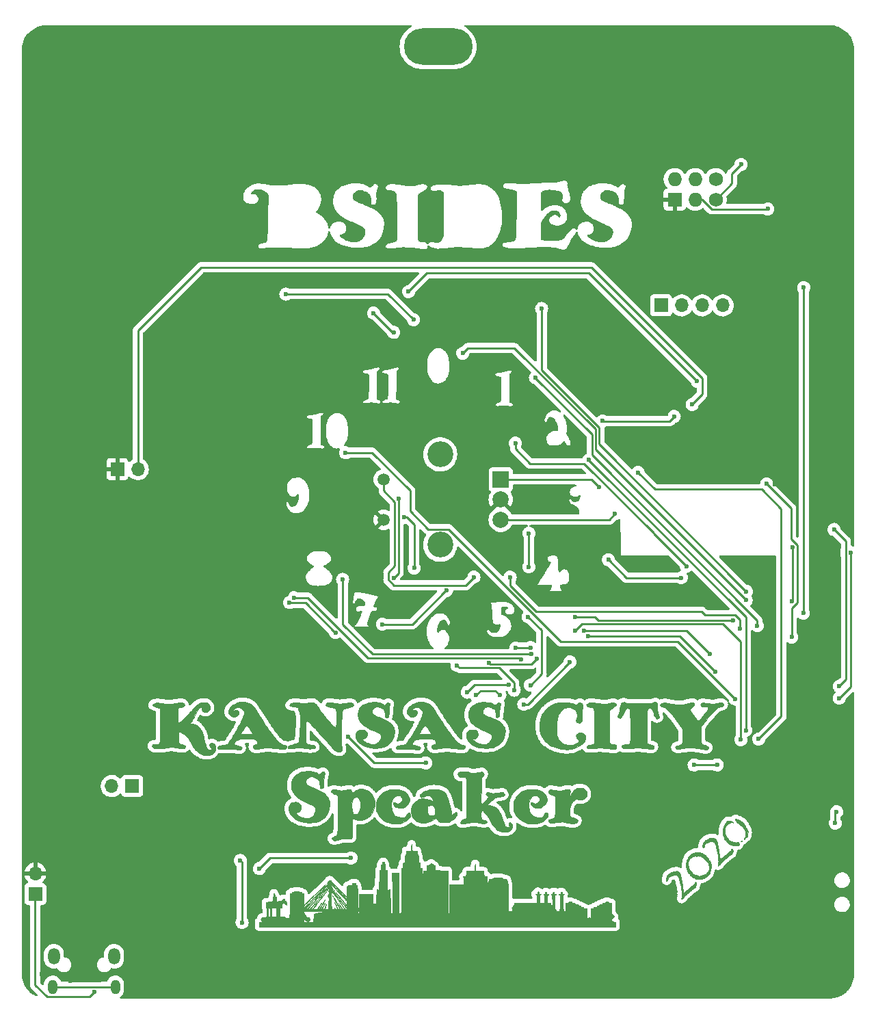
<source format=gbr>
%TF.GenerationSoftware,KiCad,Pcbnew,(6.0.7)*%
%TF.CreationDate,2022-09-02T14:08:35-05:00*%
%TF.ProjectId,BsidesKC-2022-Safe-Badge,42736964-6573-44b4-932d-323032322d53,0-c*%
%TF.SameCoordinates,Original*%
%TF.FileFunction,Copper,L1,Top*%
%TF.FilePolarity,Positive*%
%FSLAX46Y46*%
G04 Gerber Fmt 4.6, Leading zero omitted, Abs format (unit mm)*
G04 Created by KiCad (PCBNEW (6.0.7)) date 2022-09-02 14:08:35*
%MOMM*%
%LPD*%
G01*
G04 APERTURE LIST*
%TA.AperFunction,EtchedComponent*%
%ADD10C,0.010000*%
%TD*%
%TA.AperFunction,ComponentPad*%
%ADD11O,1.727200X1.727200*%
%TD*%
%TA.AperFunction,ComponentPad*%
%ADD12R,1.727200X1.727200*%
%TD*%
%TA.AperFunction,ComponentPad*%
%ADD13C,1.727200*%
%TD*%
%TA.AperFunction,ComponentPad*%
%ADD14O,8.500000X4.500000*%
%TD*%
%TA.AperFunction,ComponentPad*%
%ADD15R,1.700000X1.700000*%
%TD*%
%TA.AperFunction,ComponentPad*%
%ADD16O,1.700000X1.700000*%
%TD*%
%TA.AperFunction,ComponentPad*%
%ADD17O,1.450000X2.000000*%
%TD*%
%TA.AperFunction,ComponentPad*%
%ADD18O,1.150000X1.800000*%
%TD*%
%TA.AperFunction,ComponentPad*%
%ADD19R,2.000000X2.000000*%
%TD*%
%TA.AperFunction,ComponentPad*%
%ADD20C,2.000000*%
%TD*%
%TA.AperFunction,ComponentPad*%
%ADD21C,3.200000*%
%TD*%
%TA.AperFunction,ComponentPad*%
%ADD22C,1.500000*%
%TD*%
%TA.AperFunction,ViaPad*%
%ADD23C,0.600000*%
%TD*%
%TA.AperFunction,Conductor*%
%ADD24C,0.250000*%
%TD*%
G04 APERTURE END LIST*
%TO.C,G\u002A\u002A\u002A*%
G36*
X119082810Y-111879301D02*
G01*
X119235861Y-111886227D01*
X119358654Y-111908463D01*
X119461697Y-111949907D01*
X119555498Y-112014453D01*
X119626673Y-112080949D01*
X119744562Y-112218536D01*
X119822979Y-112350773D01*
X119863802Y-112481390D01*
X119871067Y-112566539D01*
X119858670Y-112684999D01*
X119818105Y-112788063D01*
X119744307Y-112886249D01*
X119692293Y-112937787D01*
X119576907Y-113028553D01*
X119462439Y-113083101D01*
X119337446Y-113105702D01*
X119243725Y-113105199D01*
X119116651Y-113089036D01*
X119019308Y-113054688D01*
X118946261Y-112996905D01*
X118892072Y-112910439D01*
X118851304Y-112790041D01*
X118832847Y-112708525D01*
X118814708Y-112622467D01*
X118798459Y-112553168D01*
X118786472Y-112510388D01*
X118782589Y-112501734D01*
X118751648Y-112497390D01*
X118695690Y-112511006D01*
X118625651Y-112538195D01*
X118552466Y-112574568D01*
X118487074Y-112615736D01*
X118474238Y-112625459D01*
X118424425Y-112669725D01*
X118379651Y-112722433D01*
X118333756Y-112792414D01*
X118280580Y-112888501D01*
X118251513Y-112944815D01*
X118115242Y-113210501D01*
X117988537Y-113453211D01*
X117872574Y-113670833D01*
X117768530Y-113861253D01*
X117677581Y-114022360D01*
X117600905Y-114152038D01*
X117539679Y-114248176D01*
X117495079Y-114308661D01*
X117486957Y-114317661D01*
X117424919Y-114393030D01*
X117397159Y-114453350D01*
X117404241Y-114496107D01*
X117442192Y-114517812D01*
X117481509Y-114525682D01*
X117552192Y-114538581D01*
X117643837Y-114554648D01*
X117735293Y-114570220D01*
X117883790Y-114596687D01*
X117999417Y-114622832D01*
X118091332Y-114653401D01*
X118168695Y-114693139D01*
X118240665Y-114746791D01*
X118316400Y-114819103D01*
X118405059Y-114914819D01*
X118409130Y-114919343D01*
X118538829Y-115067744D01*
X118644248Y-115199108D01*
X118733014Y-115324221D01*
X118812755Y-115453868D01*
X118891098Y-115598836D01*
X118894973Y-115606403D01*
X118943842Y-115706727D01*
X118979337Y-115794073D01*
X119006408Y-115883775D01*
X119030001Y-115991167D01*
X119044346Y-116069336D01*
X119107691Y-116409270D01*
X119171104Y-116708050D01*
X119234986Y-116966857D01*
X119299738Y-117186869D01*
X119365759Y-117369265D01*
X119433451Y-117515225D01*
X119503214Y-117625926D01*
X119575449Y-117702549D01*
X119606633Y-117724859D01*
X119685521Y-117756856D01*
X119774353Y-117767236D01*
X119862308Y-117757941D01*
X119938565Y-117730912D01*
X119992304Y-117688092D01*
X120010097Y-117652451D01*
X120018616Y-117572808D01*
X119995512Y-117518565D01*
X119938585Y-117484687D01*
X119936549Y-117484004D01*
X119853599Y-117436451D01*
X119798960Y-117357757D01*
X119772379Y-117247542D01*
X119771161Y-117233520D01*
X119775631Y-117124680D01*
X119809709Y-117044040D01*
X119876742Y-116986592D01*
X119958587Y-116953297D01*
X120056881Y-116928623D01*
X120132664Y-116923045D01*
X120201433Y-116937025D01*
X120261259Y-116962331D01*
X120358538Y-117032983D01*
X120437165Y-117140175D01*
X120495875Y-117281850D01*
X120521588Y-117385444D01*
X120543453Y-117542420D01*
X120539492Y-117675438D01*
X120507437Y-117795714D01*
X120445018Y-117914464D01*
X120402084Y-117976270D01*
X120285786Y-118119626D01*
X120170717Y-118230997D01*
X120046716Y-118319169D01*
X119938917Y-118376704D01*
X119868946Y-118409004D01*
X119812289Y-118430966D01*
X119757417Y-118444831D01*
X119692802Y-118452839D01*
X119606916Y-118457229D01*
X119511651Y-118459720D01*
X119379860Y-118460853D01*
X119276974Y-118456731D01*
X119189768Y-118446234D01*
X119105016Y-118428241D01*
X119087900Y-118423831D01*
X118912566Y-118364170D01*
X118720142Y-118274839D01*
X118518368Y-118160451D01*
X118314985Y-118025621D01*
X118117734Y-117874966D01*
X118004192Y-117777684D01*
X117944014Y-117713932D01*
X117876226Y-117622993D01*
X117799222Y-117502240D01*
X117711394Y-117349045D01*
X117611135Y-117160781D01*
X117533135Y-117007596D01*
X117411408Y-116785403D01*
X117271926Y-116566144D01*
X117119230Y-116355026D01*
X116957856Y-116157256D01*
X116792343Y-115978042D01*
X116627229Y-115822591D01*
X116467053Y-115696109D01*
X116316352Y-115603803D01*
X116304483Y-115597875D01*
X116185852Y-115545770D01*
X116096330Y-115520805D01*
X116032795Y-115522668D01*
X115992130Y-115551050D01*
X115983317Y-115565930D01*
X115956514Y-115650580D01*
X115938051Y-115773688D01*
X115928120Y-115932173D01*
X115926918Y-116122949D01*
X115934527Y-116340819D01*
X115944165Y-116524221D01*
X115953770Y-116670385D01*
X115966228Y-116784309D01*
X115984427Y-116870988D01*
X116011254Y-116935417D01*
X116049596Y-116982593D01*
X116102340Y-117017511D01*
X116172373Y-117045167D01*
X116262582Y-117070557D01*
X116371943Y-117097708D01*
X116538187Y-117144295D01*
X116662188Y-117191372D01*
X116744033Y-117238976D01*
X116780025Y-117278944D01*
X116802716Y-117361420D01*
X116788231Y-117443119D01*
X116740900Y-117514927D01*
X116665050Y-117567731D01*
X116637817Y-117578360D01*
X116551271Y-117595333D01*
X116430834Y-117602070D01*
X116283617Y-117598866D01*
X116116734Y-117586013D01*
X115937295Y-117563805D01*
X115817650Y-117544554D01*
X115686857Y-117521555D01*
X115552106Y-117497864D01*
X115427565Y-117475971D01*
X115327405Y-117458368D01*
X115309918Y-117455296D01*
X115249811Y-117445220D01*
X115195495Y-117438035D01*
X115141490Y-117434134D01*
X115082320Y-117433907D01*
X115012504Y-117437746D01*
X114926565Y-117446044D01*
X114819024Y-117459192D01*
X114684401Y-117477582D01*
X114517220Y-117501606D01*
X114378317Y-117521922D01*
X114132507Y-117555158D01*
X113896682Y-117581586D01*
X113675845Y-117600929D01*
X113475000Y-117612913D01*
X113299151Y-117617260D01*
X113153300Y-117613696D01*
X113042451Y-117601944D01*
X113017482Y-117596946D01*
X112891395Y-117556652D01*
X112786814Y-117501418D01*
X112706683Y-117435703D01*
X112653945Y-117363966D01*
X112631545Y-117290666D01*
X112642425Y-117220259D01*
X112689531Y-117157206D01*
X112714523Y-117138101D01*
X112745928Y-117118972D01*
X112778838Y-117105728D01*
X112821421Y-117097343D01*
X112881844Y-117092790D01*
X112968276Y-117091041D01*
X113088587Y-117091069D01*
X113212038Y-117090887D01*
X113301763Y-117088544D01*
X113366355Y-117083097D01*
X113414404Y-117073603D01*
X113454502Y-117059120D01*
X113476654Y-117048494D01*
X113503977Y-117035136D01*
X113527829Y-117022933D01*
X113548482Y-117009080D01*
X113566206Y-116990770D01*
X113581271Y-116965201D01*
X113593949Y-116929565D01*
X113604510Y-116881059D01*
X113613225Y-116816877D01*
X113620364Y-116734213D01*
X113626199Y-116630264D01*
X113630999Y-116502223D01*
X113635036Y-116347285D01*
X113638580Y-116162646D01*
X113641903Y-115945500D01*
X113645274Y-115693042D01*
X113648965Y-115402467D01*
X113651018Y-115241731D01*
X113655994Y-114839780D01*
X113660017Y-114478329D01*
X113663070Y-114155553D01*
X113665139Y-113869628D01*
X113666208Y-113618732D01*
X113666263Y-113401040D01*
X113665289Y-113214728D01*
X113663269Y-113057973D01*
X113660190Y-112928952D01*
X113656035Y-112825840D01*
X113650790Y-112746813D01*
X113644440Y-112690048D01*
X113636969Y-112653721D01*
X113629376Y-112637115D01*
X113598397Y-112617400D01*
X113535816Y-112589885D01*
X113450781Y-112558242D01*
X113354209Y-112526683D01*
X113172698Y-112470124D01*
X113028190Y-112422277D01*
X112916730Y-112381154D01*
X112834363Y-112344761D01*
X112777135Y-112311110D01*
X112741091Y-112278207D01*
X112722276Y-112244062D01*
X112716736Y-112206685D01*
X112716733Y-112205735D01*
X112735252Y-112159454D01*
X112784854Y-112106525D01*
X112856605Y-112054115D01*
X112941571Y-112009389D01*
X112980646Y-111994058D01*
X113085967Y-111970083D01*
X113227330Y-111958019D01*
X113400189Y-111957749D01*
X113599997Y-111969153D01*
X113822208Y-111992115D01*
X114029067Y-112021222D01*
X114232073Y-112049983D01*
X114424704Y-112070082D01*
X114613381Y-112081286D01*
X114804523Y-112083359D01*
X115004551Y-112076067D01*
X115219882Y-112059176D01*
X115456939Y-112032451D01*
X115722140Y-111995658D01*
X116021905Y-111948563D01*
X116022742Y-111948426D01*
X116177475Y-111927693D01*
X116301715Y-111923410D01*
X116404665Y-111937323D01*
X116495532Y-111971182D01*
X116583522Y-112026736D01*
X116630029Y-112063796D01*
X116684051Y-112132827D01*
X116698862Y-112212178D01*
X116674392Y-112296041D01*
X116633583Y-112354625D01*
X116568350Y-112411359D01*
X116485450Y-112448820D01*
X116377172Y-112469384D01*
X116241409Y-112475434D01*
X116107318Y-112485213D01*
X116004577Y-112516653D01*
X115926463Y-112572907D01*
X115870525Y-112649365D01*
X115856719Y-112674440D01*
X115845417Y-112698662D01*
X115836482Y-112726155D01*
X115829773Y-112761045D01*
X115825151Y-112807457D01*
X115822477Y-112869516D01*
X115821611Y-112951348D01*
X115822414Y-113057077D01*
X115824746Y-113190828D01*
X115828468Y-113356728D01*
X115833441Y-113558900D01*
X115836146Y-113666653D01*
X115854642Y-114402789D01*
X115899646Y-114389652D01*
X116018349Y-114341060D01*
X116157440Y-114259229D01*
X116262150Y-114185423D01*
X116339836Y-114122221D01*
X116440735Y-114032125D01*
X116560035Y-113919968D01*
X116692923Y-113790585D01*
X116834587Y-113648808D01*
X116980214Y-113499473D01*
X117124992Y-113347412D01*
X117264108Y-113197460D01*
X117392750Y-113054449D01*
X117427204Y-113015201D01*
X117602271Y-112816290D01*
X117754758Y-112647330D01*
X117888278Y-112505016D01*
X118006445Y-112386041D01*
X118112871Y-112287100D01*
X118211170Y-112204887D01*
X118304956Y-112136096D01*
X118397840Y-112077422D01*
X118493437Y-112025558D01*
X118526983Y-112008993D01*
X118670164Y-111946133D01*
X118797950Y-111906242D01*
X118927562Y-111885299D01*
X119076222Y-111879288D01*
X119082810Y-111879301D01*
G37*
D10*
X119082810Y-111879301D02*
X119235861Y-111886227D01*
X119358654Y-111908463D01*
X119461697Y-111949907D01*
X119555498Y-112014453D01*
X119626673Y-112080949D01*
X119744562Y-112218536D01*
X119822979Y-112350773D01*
X119863802Y-112481390D01*
X119871067Y-112566539D01*
X119858670Y-112684999D01*
X119818105Y-112788063D01*
X119744307Y-112886249D01*
X119692293Y-112937787D01*
X119576907Y-113028553D01*
X119462439Y-113083101D01*
X119337446Y-113105702D01*
X119243725Y-113105199D01*
X119116651Y-113089036D01*
X119019308Y-113054688D01*
X118946261Y-112996905D01*
X118892072Y-112910439D01*
X118851304Y-112790041D01*
X118832847Y-112708525D01*
X118814708Y-112622467D01*
X118798459Y-112553168D01*
X118786472Y-112510388D01*
X118782589Y-112501734D01*
X118751648Y-112497390D01*
X118695690Y-112511006D01*
X118625651Y-112538195D01*
X118552466Y-112574568D01*
X118487074Y-112615736D01*
X118474238Y-112625459D01*
X118424425Y-112669725D01*
X118379651Y-112722433D01*
X118333756Y-112792414D01*
X118280580Y-112888501D01*
X118251513Y-112944815D01*
X118115242Y-113210501D01*
X117988537Y-113453211D01*
X117872574Y-113670833D01*
X117768530Y-113861253D01*
X117677581Y-114022360D01*
X117600905Y-114152038D01*
X117539679Y-114248176D01*
X117495079Y-114308661D01*
X117486957Y-114317661D01*
X117424919Y-114393030D01*
X117397159Y-114453350D01*
X117404241Y-114496107D01*
X117442192Y-114517812D01*
X117481509Y-114525682D01*
X117552192Y-114538581D01*
X117643837Y-114554648D01*
X117735293Y-114570220D01*
X117883790Y-114596687D01*
X117999417Y-114622832D01*
X118091332Y-114653401D01*
X118168695Y-114693139D01*
X118240665Y-114746791D01*
X118316400Y-114819103D01*
X118405059Y-114914819D01*
X118409130Y-114919343D01*
X118538829Y-115067744D01*
X118644248Y-115199108D01*
X118733014Y-115324221D01*
X118812755Y-115453868D01*
X118891098Y-115598836D01*
X118894973Y-115606403D01*
X118943842Y-115706727D01*
X118979337Y-115794073D01*
X119006408Y-115883775D01*
X119030001Y-115991167D01*
X119044346Y-116069336D01*
X119107691Y-116409270D01*
X119171104Y-116708050D01*
X119234986Y-116966857D01*
X119299738Y-117186869D01*
X119365759Y-117369265D01*
X119433451Y-117515225D01*
X119503214Y-117625926D01*
X119575449Y-117702549D01*
X119606633Y-117724859D01*
X119685521Y-117756856D01*
X119774353Y-117767236D01*
X119862308Y-117757941D01*
X119938565Y-117730912D01*
X119992304Y-117688092D01*
X120010097Y-117652451D01*
X120018616Y-117572808D01*
X119995512Y-117518565D01*
X119938585Y-117484687D01*
X119936549Y-117484004D01*
X119853599Y-117436451D01*
X119798960Y-117357757D01*
X119772379Y-117247542D01*
X119771161Y-117233520D01*
X119775631Y-117124680D01*
X119809709Y-117044040D01*
X119876742Y-116986592D01*
X119958587Y-116953297D01*
X120056881Y-116928623D01*
X120132664Y-116923045D01*
X120201433Y-116937025D01*
X120261259Y-116962331D01*
X120358538Y-117032983D01*
X120437165Y-117140175D01*
X120495875Y-117281850D01*
X120521588Y-117385444D01*
X120543453Y-117542420D01*
X120539492Y-117675438D01*
X120507437Y-117795714D01*
X120445018Y-117914464D01*
X120402084Y-117976270D01*
X120285786Y-118119626D01*
X120170717Y-118230997D01*
X120046716Y-118319169D01*
X119938917Y-118376704D01*
X119868946Y-118409004D01*
X119812289Y-118430966D01*
X119757417Y-118444831D01*
X119692802Y-118452839D01*
X119606916Y-118457229D01*
X119511651Y-118459720D01*
X119379860Y-118460853D01*
X119276974Y-118456731D01*
X119189768Y-118446234D01*
X119105016Y-118428241D01*
X119087900Y-118423831D01*
X118912566Y-118364170D01*
X118720142Y-118274839D01*
X118518368Y-118160451D01*
X118314985Y-118025621D01*
X118117734Y-117874966D01*
X118004192Y-117777684D01*
X117944014Y-117713932D01*
X117876226Y-117622993D01*
X117799222Y-117502240D01*
X117711394Y-117349045D01*
X117611135Y-117160781D01*
X117533135Y-117007596D01*
X117411408Y-116785403D01*
X117271926Y-116566144D01*
X117119230Y-116355026D01*
X116957856Y-116157256D01*
X116792343Y-115978042D01*
X116627229Y-115822591D01*
X116467053Y-115696109D01*
X116316352Y-115603803D01*
X116304483Y-115597875D01*
X116185852Y-115545770D01*
X116096330Y-115520805D01*
X116032795Y-115522668D01*
X115992130Y-115551050D01*
X115983317Y-115565930D01*
X115956514Y-115650580D01*
X115938051Y-115773688D01*
X115928120Y-115932173D01*
X115926918Y-116122949D01*
X115934527Y-116340819D01*
X115944165Y-116524221D01*
X115953770Y-116670385D01*
X115966228Y-116784309D01*
X115984427Y-116870988D01*
X116011254Y-116935417D01*
X116049596Y-116982593D01*
X116102340Y-117017511D01*
X116172373Y-117045167D01*
X116262582Y-117070557D01*
X116371943Y-117097708D01*
X116538187Y-117144295D01*
X116662188Y-117191372D01*
X116744033Y-117238976D01*
X116780025Y-117278944D01*
X116802716Y-117361420D01*
X116788231Y-117443119D01*
X116740900Y-117514927D01*
X116665050Y-117567731D01*
X116637817Y-117578360D01*
X116551271Y-117595333D01*
X116430834Y-117602070D01*
X116283617Y-117598866D01*
X116116734Y-117586013D01*
X115937295Y-117563805D01*
X115817650Y-117544554D01*
X115686857Y-117521555D01*
X115552106Y-117497864D01*
X115427565Y-117475971D01*
X115327405Y-117458368D01*
X115309918Y-117455296D01*
X115249811Y-117445220D01*
X115195495Y-117438035D01*
X115141490Y-117434134D01*
X115082320Y-117433907D01*
X115012504Y-117437746D01*
X114926565Y-117446044D01*
X114819024Y-117459192D01*
X114684401Y-117477582D01*
X114517220Y-117501606D01*
X114378317Y-117521922D01*
X114132507Y-117555158D01*
X113896682Y-117581586D01*
X113675845Y-117600929D01*
X113475000Y-117612913D01*
X113299151Y-117617260D01*
X113153300Y-117613696D01*
X113042451Y-117601944D01*
X113017482Y-117596946D01*
X112891395Y-117556652D01*
X112786814Y-117501418D01*
X112706683Y-117435703D01*
X112653945Y-117363966D01*
X112631545Y-117290666D01*
X112642425Y-117220259D01*
X112689531Y-117157206D01*
X112714523Y-117138101D01*
X112745928Y-117118972D01*
X112778838Y-117105728D01*
X112821421Y-117097343D01*
X112881844Y-117092790D01*
X112968276Y-117091041D01*
X113088587Y-117091069D01*
X113212038Y-117090887D01*
X113301763Y-117088544D01*
X113366355Y-117083097D01*
X113414404Y-117073603D01*
X113454502Y-117059120D01*
X113476654Y-117048494D01*
X113503977Y-117035136D01*
X113527829Y-117022933D01*
X113548482Y-117009080D01*
X113566206Y-116990770D01*
X113581271Y-116965201D01*
X113593949Y-116929565D01*
X113604510Y-116881059D01*
X113613225Y-116816877D01*
X113620364Y-116734213D01*
X113626199Y-116630264D01*
X113630999Y-116502223D01*
X113635036Y-116347285D01*
X113638580Y-116162646D01*
X113641903Y-115945500D01*
X113645274Y-115693042D01*
X113648965Y-115402467D01*
X113651018Y-115241731D01*
X113655994Y-114839780D01*
X113660017Y-114478329D01*
X113663070Y-114155553D01*
X113665139Y-113869628D01*
X113666208Y-113618732D01*
X113666263Y-113401040D01*
X113665289Y-113214728D01*
X113663269Y-113057973D01*
X113660190Y-112928952D01*
X113656035Y-112825840D01*
X113650790Y-112746813D01*
X113644440Y-112690048D01*
X113636969Y-112653721D01*
X113629376Y-112637115D01*
X113598397Y-112617400D01*
X113535816Y-112589885D01*
X113450781Y-112558242D01*
X113354209Y-112526683D01*
X113172698Y-112470124D01*
X113028190Y-112422277D01*
X112916730Y-112381154D01*
X112834363Y-112344761D01*
X112777135Y-112311110D01*
X112741091Y-112278207D01*
X112722276Y-112244062D01*
X112716736Y-112206685D01*
X112716733Y-112205735D01*
X112735252Y-112159454D01*
X112784854Y-112106525D01*
X112856605Y-112054115D01*
X112941571Y-112009389D01*
X112980646Y-111994058D01*
X113085967Y-111970083D01*
X113227330Y-111958019D01*
X113400189Y-111957749D01*
X113599997Y-111969153D01*
X113822208Y-111992115D01*
X114029067Y-112021222D01*
X114232073Y-112049983D01*
X114424704Y-112070082D01*
X114613381Y-112081286D01*
X114804523Y-112083359D01*
X115004551Y-112076067D01*
X115219882Y-112059176D01*
X115456939Y-112032451D01*
X115722140Y-111995658D01*
X116021905Y-111948563D01*
X116022742Y-111948426D01*
X116177475Y-111927693D01*
X116301715Y-111923410D01*
X116404665Y-111937323D01*
X116495532Y-111971182D01*
X116583522Y-112026736D01*
X116630029Y-112063796D01*
X116684051Y-112132827D01*
X116698862Y-112212178D01*
X116674392Y-112296041D01*
X116633583Y-112354625D01*
X116568350Y-112411359D01*
X116485450Y-112448820D01*
X116377172Y-112469384D01*
X116241409Y-112475434D01*
X116107318Y-112485213D01*
X116004577Y-112516653D01*
X115926463Y-112572907D01*
X115870525Y-112649365D01*
X115856719Y-112674440D01*
X115845417Y-112698662D01*
X115836482Y-112726155D01*
X115829773Y-112761045D01*
X115825151Y-112807457D01*
X115822477Y-112869516D01*
X115821611Y-112951348D01*
X115822414Y-113057077D01*
X115824746Y-113190828D01*
X115828468Y-113356728D01*
X115833441Y-113558900D01*
X115836146Y-113666653D01*
X115854642Y-114402789D01*
X115899646Y-114389652D01*
X116018349Y-114341060D01*
X116157440Y-114259229D01*
X116262150Y-114185423D01*
X116339836Y-114122221D01*
X116440735Y-114032125D01*
X116560035Y-113919968D01*
X116692923Y-113790585D01*
X116834587Y-113648808D01*
X116980214Y-113499473D01*
X117124992Y-113347412D01*
X117264108Y-113197460D01*
X117392750Y-113054449D01*
X117427204Y-113015201D01*
X117602271Y-112816290D01*
X117754758Y-112647330D01*
X117888278Y-112505016D01*
X118006445Y-112386041D01*
X118112871Y-112287100D01*
X118211170Y-112204887D01*
X118304956Y-112136096D01*
X118397840Y-112077422D01*
X118493437Y-112025558D01*
X118526983Y-112008993D01*
X118670164Y-111946133D01*
X118797950Y-111906242D01*
X118927562Y-111885299D01*
X119076222Y-111879288D01*
X119082810Y-111879301D01*
G36*
X183139850Y-111911574D02*
G01*
X183237949Y-111931749D01*
X183324151Y-111960343D01*
X183379259Y-111990501D01*
X183434332Y-112054822D01*
X183463061Y-112132889D01*
X183461062Y-112209956D01*
X183451885Y-112234804D01*
X183420270Y-112284123D01*
X183374633Y-112324760D01*
X183308042Y-112360408D01*
X183213566Y-112394763D01*
X183084271Y-112431518D01*
X183081418Y-112432268D01*
X182973105Y-112463088D01*
X182867283Y-112497343D01*
X182778187Y-112530215D01*
X182732369Y-112550334D01*
X182666455Y-112592993D01*
X182577641Y-112665500D01*
X182469088Y-112764346D01*
X182343956Y-112886018D01*
X182205407Y-113027005D01*
X182056602Y-113183797D01*
X181900702Y-113352880D01*
X181740867Y-113530745D01*
X181580260Y-113713880D01*
X181422041Y-113898774D01*
X181269372Y-114081915D01*
X181125412Y-114259793D01*
X180993324Y-114428895D01*
X180876268Y-114585711D01*
X180790630Y-114707193D01*
X180661733Y-114896370D01*
X180661733Y-115957273D01*
X180661973Y-116210484D01*
X180662739Y-116424201D01*
X180664100Y-116601260D01*
X180666123Y-116744499D01*
X180668878Y-116856754D01*
X180672434Y-116940861D01*
X180676858Y-116999658D01*
X180682219Y-117035981D01*
X180688192Y-117052191D01*
X180718206Y-117070628D01*
X180780298Y-117095608D01*
X180865371Y-117123838D01*
X180963234Y-117151737D01*
X181148278Y-117203346D01*
X181294841Y-117251138D01*
X181406383Y-117297027D01*
X181486368Y-117342930D01*
X181538255Y-117390765D01*
X181565507Y-117442446D01*
X181571900Y-117488681D01*
X181554309Y-117555907D01*
X181508341Y-117626873D01*
X181444198Y-117687895D01*
X181405337Y-117712028D01*
X181363003Y-117729819D01*
X181315202Y-117741296D01*
X181256782Y-117746104D01*
X181182590Y-117743888D01*
X181087474Y-117734293D01*
X180966282Y-117716964D01*
X180813862Y-117691545D01*
X180629983Y-117658582D01*
X180466467Y-117629436D01*
X180301914Y-117601479D01*
X180145437Y-117576160D01*
X180006148Y-117554926D01*
X179893160Y-117539225D01*
X179836233Y-117532472D01*
X179652773Y-117519523D01*
X179439168Y-117514817D01*
X179206711Y-117517944D01*
X178966695Y-117528490D01*
X178730414Y-117546044D01*
X178509162Y-117570193D01*
X178407483Y-117584645D01*
X178200002Y-117615526D01*
X178029271Y-117637427D01*
X177890648Y-117650234D01*
X177779490Y-117653833D01*
X177691152Y-117648110D01*
X177620992Y-117632951D01*
X177564366Y-117608241D01*
X177516631Y-117573868D01*
X177504202Y-117562474D01*
X177455738Y-117497493D01*
X177449472Y-117435849D01*
X177485403Y-117377560D01*
X177492025Y-117371268D01*
X177529466Y-117340005D01*
X177569764Y-117314730D01*
X177622013Y-117291530D01*
X177695307Y-117266490D01*
X177798741Y-117235695D01*
X177823455Y-117228613D01*
X177991147Y-117174731D01*
X178121875Y-117119645D01*
X178213780Y-117064259D01*
X178260835Y-117016337D01*
X178279239Y-116973814D01*
X178294593Y-116905594D01*
X178307052Y-116809217D01*
X178316770Y-116682221D01*
X178323903Y-116522146D01*
X178328604Y-116326531D01*
X178331030Y-116092914D01*
X178331450Y-115893850D01*
X178330587Y-115676817D01*
X178328274Y-115500284D01*
X178324447Y-115362437D01*
X178319041Y-115261467D01*
X178311993Y-115195560D01*
X178305747Y-115168474D01*
X178286984Y-115133939D01*
X178245844Y-115069361D01*
X178185138Y-114978723D01*
X178107676Y-114866009D01*
X178016267Y-114735201D01*
X177913721Y-114590283D01*
X177802849Y-114435237D01*
X177686459Y-114274047D01*
X177567362Y-114110696D01*
X177448369Y-113949167D01*
X177393287Y-113875025D01*
X177269747Y-113713783D01*
X177133218Y-113543455D01*
X176990201Y-113371612D01*
X176847197Y-113205826D01*
X176710710Y-113053665D01*
X176587241Y-112922702D01*
X176505874Y-112841777D01*
X176369000Y-112717163D01*
X176247573Y-112621803D01*
X176132761Y-112550270D01*
X176015732Y-112497138D01*
X175887657Y-112456981D01*
X175873951Y-112453482D01*
X175758194Y-112419497D01*
X175678093Y-112381993D01*
X175627016Y-112335471D01*
X175598331Y-112274433D01*
X175587544Y-112216002D01*
X175584255Y-112154177D01*
X175597126Y-112114051D01*
X175633472Y-112075922D01*
X175642375Y-112068337D01*
X175710241Y-112028494D01*
X175807803Y-111993280D01*
X175922446Y-111965940D01*
X176041553Y-111949722D01*
X176115078Y-111946680D01*
X176248524Y-111953653D01*
X176420257Y-111973533D01*
X176628343Y-112006020D01*
X176870849Y-112050811D01*
X177142527Y-112106891D01*
X177603150Y-112206179D01*
X177973567Y-112194096D01*
X178094523Y-112189872D01*
X178192290Y-112185085D01*
X178275969Y-112178297D01*
X178354664Y-112168066D01*
X178437476Y-112152955D01*
X178533508Y-112131522D01*
X178651862Y-112102330D01*
X178801641Y-112063938D01*
X178809650Y-112061872D01*
X178969934Y-112021106D01*
X179097230Y-111990413D01*
X179199293Y-111968375D01*
X179283877Y-111953576D01*
X179358737Y-111944596D01*
X179431630Y-111940019D01*
X179483345Y-111938707D01*
X179691373Y-111935684D01*
X179753220Y-112004809D01*
X179803796Y-112088120D01*
X179813417Y-112177430D01*
X179782701Y-112270738D01*
X179712264Y-112366045D01*
X179615439Y-112451860D01*
X179477778Y-112561992D01*
X179377725Y-112655227D01*
X179314469Y-112732446D01*
X179287199Y-112794528D01*
X179285900Y-112808927D01*
X179300609Y-112880955D01*
X179342916Y-112978172D01*
X179410089Y-113096234D01*
X179499397Y-113230798D01*
X179608108Y-113377519D01*
X179733491Y-113532051D01*
X179760402Y-113563599D01*
X179820380Y-113636433D01*
X179893146Y-113729361D01*
X179967335Y-113827710D01*
X180005567Y-113880103D01*
X180068590Y-113962745D01*
X180130808Y-114035677D01*
X180183924Y-114089612D01*
X180212562Y-114111874D01*
X180264675Y-114137189D01*
X180306716Y-114138998D01*
X180350145Y-114124490D01*
X180404654Y-114091148D01*
X180478249Y-114030351D01*
X180564725Y-113948587D01*
X180657874Y-113852347D01*
X180751489Y-113748121D01*
X180839363Y-113642400D01*
X180915290Y-113541671D01*
X180935346Y-113512600D01*
X181005355Y-113410321D01*
X181089046Y-113290874D01*
X181174659Y-113170927D01*
X181234083Y-113089267D01*
X181354240Y-112917692D01*
X181442168Y-112773258D01*
X181497970Y-112655784D01*
X181515613Y-112600113D01*
X181517665Y-112553386D01*
X181496770Y-112515512D01*
X181449498Y-112485300D01*
X181372421Y-112461559D01*
X181262111Y-112443098D01*
X181115139Y-112428724D01*
X181000548Y-112421137D01*
X180890467Y-112414428D01*
X180813953Y-112407830D01*
X180762301Y-112399179D01*
X180726808Y-112386308D01*
X180698768Y-112367052D01*
X180669477Y-112339244D01*
X180668843Y-112338610D01*
X180607535Y-112253706D01*
X180583447Y-112164340D01*
X180595975Y-112078183D01*
X180644517Y-112002902D01*
X180698459Y-111961446D01*
X180757919Y-111936105D01*
X180830270Y-111924646D01*
X180922654Y-111927145D01*
X181042209Y-111943679D01*
X181159150Y-111966419D01*
X181313589Y-111995155D01*
X181488386Y-112021477D01*
X181670342Y-112043873D01*
X181846261Y-112060836D01*
X182002945Y-112070856D01*
X182090483Y-112072934D01*
X182182662Y-112068939D01*
X182288996Y-112056016D01*
X182417564Y-112032870D01*
X182576447Y-111998209D01*
X182618135Y-111988471D01*
X182740682Y-111960484D01*
X182853589Y-111936410D01*
X182948457Y-111917908D01*
X183016888Y-111906640D01*
X183045718Y-111903934D01*
X183139850Y-111911574D01*
G37*
X183139850Y-111911574D02*
X183237949Y-111931749D01*
X183324151Y-111960343D01*
X183379259Y-111990501D01*
X183434332Y-112054822D01*
X183463061Y-112132889D01*
X183461062Y-112209956D01*
X183451885Y-112234804D01*
X183420270Y-112284123D01*
X183374633Y-112324760D01*
X183308042Y-112360408D01*
X183213566Y-112394763D01*
X183084271Y-112431518D01*
X183081418Y-112432268D01*
X182973105Y-112463088D01*
X182867283Y-112497343D01*
X182778187Y-112530215D01*
X182732369Y-112550334D01*
X182666455Y-112592993D01*
X182577641Y-112665500D01*
X182469088Y-112764346D01*
X182343956Y-112886018D01*
X182205407Y-113027005D01*
X182056602Y-113183797D01*
X181900702Y-113352880D01*
X181740867Y-113530745D01*
X181580260Y-113713880D01*
X181422041Y-113898774D01*
X181269372Y-114081915D01*
X181125412Y-114259793D01*
X180993324Y-114428895D01*
X180876268Y-114585711D01*
X180790630Y-114707193D01*
X180661733Y-114896370D01*
X180661733Y-115957273D01*
X180661973Y-116210484D01*
X180662739Y-116424201D01*
X180664100Y-116601260D01*
X180666123Y-116744499D01*
X180668878Y-116856754D01*
X180672434Y-116940861D01*
X180676858Y-116999658D01*
X180682219Y-117035981D01*
X180688192Y-117052191D01*
X180718206Y-117070628D01*
X180780298Y-117095608D01*
X180865371Y-117123838D01*
X180963234Y-117151737D01*
X181148278Y-117203346D01*
X181294841Y-117251138D01*
X181406383Y-117297027D01*
X181486368Y-117342930D01*
X181538255Y-117390765D01*
X181565507Y-117442446D01*
X181571900Y-117488681D01*
X181554309Y-117555907D01*
X181508341Y-117626873D01*
X181444198Y-117687895D01*
X181405337Y-117712028D01*
X181363003Y-117729819D01*
X181315202Y-117741296D01*
X181256782Y-117746104D01*
X181182590Y-117743888D01*
X181087474Y-117734293D01*
X180966282Y-117716964D01*
X180813862Y-117691545D01*
X180629983Y-117658582D01*
X180466467Y-117629436D01*
X180301914Y-117601479D01*
X180145437Y-117576160D01*
X180006148Y-117554926D01*
X179893160Y-117539225D01*
X179836233Y-117532472D01*
X179652773Y-117519523D01*
X179439168Y-117514817D01*
X179206711Y-117517944D01*
X178966695Y-117528490D01*
X178730414Y-117546044D01*
X178509162Y-117570193D01*
X178407483Y-117584645D01*
X178200002Y-117615526D01*
X178029271Y-117637427D01*
X177890648Y-117650234D01*
X177779490Y-117653833D01*
X177691152Y-117648110D01*
X177620992Y-117632951D01*
X177564366Y-117608241D01*
X177516631Y-117573868D01*
X177504202Y-117562474D01*
X177455738Y-117497493D01*
X177449472Y-117435849D01*
X177485403Y-117377560D01*
X177492025Y-117371268D01*
X177529466Y-117340005D01*
X177569764Y-117314730D01*
X177622013Y-117291530D01*
X177695307Y-117266490D01*
X177798741Y-117235695D01*
X177823455Y-117228613D01*
X177991147Y-117174731D01*
X178121875Y-117119645D01*
X178213780Y-117064259D01*
X178260835Y-117016337D01*
X178279239Y-116973814D01*
X178294593Y-116905594D01*
X178307052Y-116809217D01*
X178316770Y-116682221D01*
X178323903Y-116522146D01*
X178328604Y-116326531D01*
X178331030Y-116092914D01*
X178331450Y-115893850D01*
X178330587Y-115676817D01*
X178328274Y-115500284D01*
X178324447Y-115362437D01*
X178319041Y-115261467D01*
X178311993Y-115195560D01*
X178305747Y-115168474D01*
X178286984Y-115133939D01*
X178245844Y-115069361D01*
X178185138Y-114978723D01*
X178107676Y-114866009D01*
X178016267Y-114735201D01*
X177913721Y-114590283D01*
X177802849Y-114435237D01*
X177686459Y-114274047D01*
X177567362Y-114110696D01*
X177448369Y-113949167D01*
X177393287Y-113875025D01*
X177269747Y-113713783D01*
X177133218Y-113543455D01*
X176990201Y-113371612D01*
X176847197Y-113205826D01*
X176710710Y-113053665D01*
X176587241Y-112922702D01*
X176505874Y-112841777D01*
X176369000Y-112717163D01*
X176247573Y-112621803D01*
X176132761Y-112550270D01*
X176015732Y-112497138D01*
X175887657Y-112456981D01*
X175873951Y-112453482D01*
X175758194Y-112419497D01*
X175678093Y-112381993D01*
X175627016Y-112335471D01*
X175598331Y-112274433D01*
X175587544Y-112216002D01*
X175584255Y-112154177D01*
X175597126Y-112114051D01*
X175633472Y-112075922D01*
X175642375Y-112068337D01*
X175710241Y-112028494D01*
X175807803Y-111993280D01*
X175922446Y-111965940D01*
X176041553Y-111949722D01*
X176115078Y-111946680D01*
X176248524Y-111953653D01*
X176420257Y-111973533D01*
X176628343Y-112006020D01*
X176870849Y-112050811D01*
X177142527Y-112106891D01*
X177603150Y-112206179D01*
X177973567Y-112194096D01*
X178094523Y-112189872D01*
X178192290Y-112185085D01*
X178275969Y-112178297D01*
X178354664Y-112168066D01*
X178437476Y-112152955D01*
X178533508Y-112131522D01*
X178651862Y-112102330D01*
X178801641Y-112063938D01*
X178809650Y-112061872D01*
X178969934Y-112021106D01*
X179097230Y-111990413D01*
X179199293Y-111968375D01*
X179283877Y-111953576D01*
X179358737Y-111944596D01*
X179431630Y-111940019D01*
X179483345Y-111938707D01*
X179691373Y-111935684D01*
X179753220Y-112004809D01*
X179803796Y-112088120D01*
X179813417Y-112177430D01*
X179782701Y-112270738D01*
X179712264Y-112366045D01*
X179615439Y-112451860D01*
X179477778Y-112561992D01*
X179377725Y-112655227D01*
X179314469Y-112732446D01*
X179287199Y-112794528D01*
X179285900Y-112808927D01*
X179300609Y-112880955D01*
X179342916Y-112978172D01*
X179410089Y-113096234D01*
X179499397Y-113230798D01*
X179608108Y-113377519D01*
X179733491Y-113532051D01*
X179760402Y-113563599D01*
X179820380Y-113636433D01*
X179893146Y-113729361D01*
X179967335Y-113827710D01*
X180005567Y-113880103D01*
X180068590Y-113962745D01*
X180130808Y-114035677D01*
X180183924Y-114089612D01*
X180212562Y-114111874D01*
X180264675Y-114137189D01*
X180306716Y-114138998D01*
X180350145Y-114124490D01*
X180404654Y-114091148D01*
X180478249Y-114030351D01*
X180564725Y-113948587D01*
X180657874Y-113852347D01*
X180751489Y-113748121D01*
X180839363Y-113642400D01*
X180915290Y-113541671D01*
X180935346Y-113512600D01*
X181005355Y-113410321D01*
X181089046Y-113290874D01*
X181174659Y-113170927D01*
X181234083Y-113089267D01*
X181354240Y-112917692D01*
X181442168Y-112773258D01*
X181497970Y-112655784D01*
X181515613Y-112600113D01*
X181517665Y-112553386D01*
X181496770Y-112515512D01*
X181449498Y-112485300D01*
X181372421Y-112461559D01*
X181262111Y-112443098D01*
X181115139Y-112428724D01*
X181000548Y-112421137D01*
X180890467Y-112414428D01*
X180813953Y-112407830D01*
X180762301Y-112399179D01*
X180726808Y-112386308D01*
X180698768Y-112367052D01*
X180669477Y-112339244D01*
X180668843Y-112338610D01*
X180607535Y-112253706D01*
X180583447Y-112164340D01*
X180595975Y-112078183D01*
X180644517Y-112002902D01*
X180698459Y-111961446D01*
X180757919Y-111936105D01*
X180830270Y-111924646D01*
X180922654Y-111927145D01*
X181042209Y-111943679D01*
X181159150Y-111966419D01*
X181313589Y-111995155D01*
X181488386Y-112021477D01*
X181670342Y-112043873D01*
X181846261Y-112060836D01*
X182002945Y-112070856D01*
X182090483Y-112072934D01*
X182182662Y-112068939D01*
X182288996Y-112056016D01*
X182417564Y-112032870D01*
X182576447Y-111998209D01*
X182618135Y-111988471D01*
X182740682Y-111960484D01*
X182853589Y-111936410D01*
X182948457Y-111917908D01*
X183016888Y-111906640D01*
X183045718Y-111903934D01*
X183139850Y-111911574D01*
G36*
X142923054Y-122667115D02*
G01*
X143219670Y-122698992D01*
X143483282Y-122752730D01*
X143715807Y-122828824D01*
X143919159Y-122927775D01*
X144090543Y-123046224D01*
X144219726Y-123174615D01*
X144333763Y-123332725D01*
X144427436Y-123509904D01*
X144495522Y-123695502D01*
X144532802Y-123878868D01*
X144538166Y-123959361D01*
X144537349Y-124039471D01*
X144528847Y-124103149D01*
X144508580Y-124166771D01*
X144472468Y-124246711D01*
X144460477Y-124271183D01*
X144388415Y-124393141D01*
X144293138Y-124520058D01*
X144183880Y-124641945D01*
X144069877Y-124748816D01*
X143960365Y-124830684D01*
X143922675Y-124852723D01*
X143764995Y-124915304D01*
X143584464Y-124951094D01*
X143390881Y-124960244D01*
X143194048Y-124942908D01*
X143003765Y-124899237D01*
X142842945Y-124835948D01*
X142713123Y-124753944D01*
X142621337Y-124654493D01*
X142568090Y-124538421D01*
X142553884Y-124406551D01*
X142557057Y-124366157D01*
X142568015Y-124312610D01*
X142592450Y-124286552D01*
X142635108Y-124274587D01*
X142689755Y-124272935D01*
X142753968Y-124290520D01*
X142828646Y-124324564D01*
X142910288Y-124362852D01*
X142992095Y-124396625D01*
X143041409Y-124413822D01*
X143100437Y-124427904D01*
X143147334Y-124425453D01*
X143203392Y-124404228D01*
X143223520Y-124394669D01*
X143281458Y-124358225D01*
X143354611Y-124300425D01*
X143430190Y-124231660D01*
X143456030Y-124205704D01*
X143543404Y-124107771D01*
X143598504Y-124025093D01*
X143624360Y-123949559D01*
X143624000Y-123873059D01*
X143606163Y-123803616D01*
X143539443Y-123652693D01*
X143453768Y-123539171D01*
X143347716Y-123461919D01*
X143219866Y-123419805D01*
X143112067Y-123410601D01*
X142952359Y-123430381D01*
X142805292Y-123490240D01*
X142671633Y-123589626D01*
X142552149Y-123727984D01*
X142459165Y-123881874D01*
X142391232Y-124027038D01*
X142342812Y-124166065D01*
X142308991Y-124315734D01*
X142287654Y-124467334D01*
X142278613Y-124662431D01*
X142292591Y-124866792D01*
X142327293Y-125073512D01*
X142380425Y-125275682D01*
X142449691Y-125466397D01*
X142532796Y-125638749D01*
X142627447Y-125785832D01*
X142731347Y-125900739D01*
X142775908Y-125936817D01*
X142877028Y-125993758D01*
X143010511Y-126044817D01*
X143166555Y-126087831D01*
X143335352Y-126120638D01*
X143507097Y-126141072D01*
X143671987Y-126146972D01*
X143721532Y-126145445D01*
X143829036Y-126134924D01*
X143914654Y-126111521D01*
X143986216Y-126069542D01*
X144051554Y-126003295D01*
X144118500Y-125907086D01*
X144170309Y-125819226D01*
X144245965Y-125693833D01*
X144311413Y-125606202D01*
X144370520Y-125554171D01*
X144427152Y-125535575D01*
X144485175Y-125548251D01*
X144548457Y-125590038D01*
X144560951Y-125600700D01*
X144634024Y-125688820D01*
X144666720Y-125789209D01*
X144659107Y-125901624D01*
X144611248Y-126025819D01*
X144523210Y-126161549D01*
X144395057Y-126308569D01*
X144363545Y-126340370D01*
X144141765Y-126533478D01*
X143905907Y-126688283D01*
X143657878Y-126803721D01*
X143399587Y-126878726D01*
X143397817Y-126879092D01*
X143285234Y-126896531D01*
X143143057Y-126909997D01*
X142983875Y-126919065D01*
X142820276Y-126923306D01*
X142664851Y-126922295D01*
X142530190Y-126915604D01*
X142477067Y-126910304D01*
X142146017Y-126850475D01*
X141836787Y-126755518D01*
X141550762Y-126626398D01*
X141289332Y-126464082D01*
X141053884Y-126269533D01*
X140845807Y-126043717D01*
X140666488Y-125787599D01*
X140548442Y-125569426D01*
X140483110Y-125422289D01*
X140438297Y-125290609D01*
X140409514Y-125157014D01*
X140392271Y-125004135D01*
X140388624Y-124951046D01*
X140389168Y-124655572D01*
X140425864Y-124367172D01*
X140496669Y-124089700D01*
X140599543Y-123827010D01*
X140732442Y-123582957D01*
X140893325Y-123361395D01*
X141080151Y-123166178D01*
X141290877Y-123001159D01*
X141479908Y-122891166D01*
X141690606Y-122798391D01*
X141904704Y-122730564D01*
X142131532Y-122685716D01*
X142380422Y-122661878D01*
X142591519Y-122656600D01*
X142923054Y-122667115D01*
G37*
X142923054Y-122667115D02*
X143219670Y-122698992D01*
X143483282Y-122752730D01*
X143715807Y-122828824D01*
X143919159Y-122927775D01*
X144090543Y-123046224D01*
X144219726Y-123174615D01*
X144333763Y-123332725D01*
X144427436Y-123509904D01*
X144495522Y-123695502D01*
X144532802Y-123878868D01*
X144538166Y-123959361D01*
X144537349Y-124039471D01*
X144528847Y-124103149D01*
X144508580Y-124166771D01*
X144472468Y-124246711D01*
X144460477Y-124271183D01*
X144388415Y-124393141D01*
X144293138Y-124520058D01*
X144183880Y-124641945D01*
X144069877Y-124748816D01*
X143960365Y-124830684D01*
X143922675Y-124852723D01*
X143764995Y-124915304D01*
X143584464Y-124951094D01*
X143390881Y-124960244D01*
X143194048Y-124942908D01*
X143003765Y-124899237D01*
X142842945Y-124835948D01*
X142713123Y-124753944D01*
X142621337Y-124654493D01*
X142568090Y-124538421D01*
X142553884Y-124406551D01*
X142557057Y-124366157D01*
X142568015Y-124312610D01*
X142592450Y-124286552D01*
X142635108Y-124274587D01*
X142689755Y-124272935D01*
X142753968Y-124290520D01*
X142828646Y-124324564D01*
X142910288Y-124362852D01*
X142992095Y-124396625D01*
X143041409Y-124413822D01*
X143100437Y-124427904D01*
X143147334Y-124425453D01*
X143203392Y-124404228D01*
X143223520Y-124394669D01*
X143281458Y-124358225D01*
X143354611Y-124300425D01*
X143430190Y-124231660D01*
X143456030Y-124205704D01*
X143543404Y-124107771D01*
X143598504Y-124025093D01*
X143624360Y-123949559D01*
X143624000Y-123873059D01*
X143606163Y-123803616D01*
X143539443Y-123652693D01*
X143453768Y-123539171D01*
X143347716Y-123461919D01*
X143219866Y-123419805D01*
X143112067Y-123410601D01*
X142952359Y-123430381D01*
X142805292Y-123490240D01*
X142671633Y-123589626D01*
X142552149Y-123727984D01*
X142459165Y-123881874D01*
X142391232Y-124027038D01*
X142342812Y-124166065D01*
X142308991Y-124315734D01*
X142287654Y-124467334D01*
X142278613Y-124662431D01*
X142292591Y-124866792D01*
X142327293Y-125073512D01*
X142380425Y-125275682D01*
X142449691Y-125466397D01*
X142532796Y-125638749D01*
X142627447Y-125785832D01*
X142731347Y-125900739D01*
X142775908Y-125936817D01*
X142877028Y-125993758D01*
X143010511Y-126044817D01*
X143166555Y-126087831D01*
X143335352Y-126120638D01*
X143507097Y-126141072D01*
X143671987Y-126146972D01*
X143721532Y-126145445D01*
X143829036Y-126134924D01*
X143914654Y-126111521D01*
X143986216Y-126069542D01*
X144051554Y-126003295D01*
X144118500Y-125907086D01*
X144170309Y-125819226D01*
X144245965Y-125693833D01*
X144311413Y-125606202D01*
X144370520Y-125554171D01*
X144427152Y-125535575D01*
X144485175Y-125548251D01*
X144548457Y-125590038D01*
X144560951Y-125600700D01*
X144634024Y-125688820D01*
X144666720Y-125789209D01*
X144659107Y-125901624D01*
X144611248Y-126025819D01*
X144523210Y-126161549D01*
X144395057Y-126308569D01*
X144363545Y-126340370D01*
X144141765Y-126533478D01*
X143905907Y-126688283D01*
X143657878Y-126803721D01*
X143399587Y-126878726D01*
X143397817Y-126879092D01*
X143285234Y-126896531D01*
X143143057Y-126909997D01*
X142983875Y-126919065D01*
X142820276Y-126923306D01*
X142664851Y-126922295D01*
X142530190Y-126915604D01*
X142477067Y-126910304D01*
X142146017Y-126850475D01*
X141836787Y-126755518D01*
X141550762Y-126626398D01*
X141289332Y-126464082D01*
X141053884Y-126269533D01*
X140845807Y-126043717D01*
X140666488Y-125787599D01*
X140548442Y-125569426D01*
X140483110Y-125422289D01*
X140438297Y-125290609D01*
X140409514Y-125157014D01*
X140392271Y-125004135D01*
X140388624Y-124951046D01*
X140389168Y-124655572D01*
X140425864Y-124367172D01*
X140496669Y-124089700D01*
X140599543Y-123827010D01*
X140732442Y-123582957D01*
X140893325Y-123361395D01*
X141080151Y-123166178D01*
X141290877Y-123001159D01*
X141479908Y-122891166D01*
X141690606Y-122798391D01*
X141904704Y-122730564D01*
X142131532Y-122685716D01*
X142380422Y-122661878D01*
X142591519Y-122656600D01*
X142923054Y-122667115D01*
G36*
X163835656Y-111904168D02*
G01*
X163971978Y-111905087D01*
X164088330Y-111907966D01*
X164191115Y-111913934D01*
X164286734Y-111924119D01*
X164381587Y-111939649D01*
X164482075Y-111961653D01*
X164594600Y-111991257D01*
X164725563Y-112029591D01*
X164881364Y-112077783D01*
X165068406Y-112136961D01*
X165160738Y-112166289D01*
X165194585Y-112167674D01*
X165236373Y-112147869D01*
X165294950Y-112102203D01*
X165314422Y-112085162D01*
X165416645Y-112002061D01*
X165504556Y-111949408D01*
X165587441Y-111922504D01*
X165647710Y-111916469D01*
X165727530Y-111926431D01*
X165800658Y-111963436D01*
X165874957Y-112032474D01*
X165923579Y-112091623D01*
X165964812Y-112151387D01*
X165991760Y-112209536D01*
X166005011Y-112274216D01*
X166005155Y-112353570D01*
X165992780Y-112455743D01*
X165968475Y-112588878D01*
X165961897Y-112621599D01*
X165944192Y-112712405D01*
X165930014Y-112795945D01*
X165918750Y-112879426D01*
X165909790Y-112970058D01*
X165902523Y-113075048D01*
X165896338Y-113201605D01*
X165890626Y-113356937D01*
X165885503Y-113523184D01*
X165880462Y-113683708D01*
X165875104Y-113833402D01*
X165869696Y-113966186D01*
X165864509Y-114075980D01*
X165859812Y-114156704D01*
X165855873Y-114202277D01*
X165855268Y-114206261D01*
X165819509Y-114295432D01*
X165752452Y-114371429D01*
X165664669Y-114427323D01*
X165566729Y-114456187D01*
X165478339Y-114453264D01*
X165361269Y-114412897D01*
X165259968Y-114349199D01*
X165182955Y-114269236D01*
X165138750Y-114180072D01*
X165136139Y-114169478D01*
X165133708Y-114127225D01*
X165145285Y-114072789D01*
X165173411Y-113997342D01*
X165208429Y-113918321D01*
X165250618Y-113822520D01*
X165276511Y-113749386D01*
X165289878Y-113684306D01*
X165294490Y-113612673D01*
X165294733Y-113583897D01*
X165275199Y-113378637D01*
X165218345Y-113170836D01*
X165178187Y-113072731D01*
X165118291Y-112971609D01*
X165032405Y-112864621D01*
X164932551Y-112764545D01*
X164830746Y-112684158D01*
X164788283Y-112658237D01*
X164649000Y-112598138D01*
X164484379Y-112552405D01*
X164310023Y-112524639D01*
X164179568Y-112517767D01*
X164022376Y-112528228D01*
X163876340Y-112561712D01*
X163735097Y-112621370D01*
X163592285Y-112710351D01*
X163441541Y-112831807D01*
X163324552Y-112941100D01*
X163227856Y-113040476D01*
X163146778Y-113136307D01*
X163078585Y-113234714D01*
X163020543Y-113341816D01*
X162969918Y-113463734D01*
X162923975Y-113606586D01*
X162879981Y-113776492D01*
X162835202Y-113979572D01*
X162813930Y-114084100D01*
X162800931Y-114151642D01*
X162790473Y-114214198D01*
X162782281Y-114277366D01*
X162776085Y-114346745D01*
X162771610Y-114427932D01*
X162768584Y-114526526D01*
X162766735Y-114648125D01*
X162765789Y-114798326D01*
X162765475Y-114982729D01*
X162765466Y-115078934D01*
X162765828Y-115299598D01*
X162767287Y-115483217D01*
X162770549Y-115635076D01*
X162776318Y-115760462D01*
X162785300Y-115864662D01*
X162798198Y-115952960D01*
X162815719Y-116030644D01*
X162838566Y-116102998D01*
X162867446Y-116175310D01*
X162903063Y-116252866D01*
X162929180Y-116306600D01*
X162974798Y-116393195D01*
X163022716Y-116468044D01*
X163081191Y-116541982D01*
X163158481Y-116625846D01*
X163219543Y-116687651D01*
X163386329Y-116840752D01*
X163548110Y-116959840D01*
X163714959Y-117050459D01*
X163896946Y-117118153D01*
X164086735Y-117165018D01*
X164274882Y-117189200D01*
X164469435Y-117189722D01*
X164655119Y-117167274D01*
X164786733Y-117133339D01*
X164969054Y-117063994D01*
X165131027Y-116986769D01*
X165268845Y-116904439D01*
X165378700Y-116819777D01*
X165456783Y-116735558D01*
X165499287Y-116654554D01*
X165506133Y-116609276D01*
X165490890Y-116577174D01*
X165451057Y-116528705D01*
X165395044Y-116474017D01*
X165391315Y-116470727D01*
X165295053Y-116368871D01*
X165223397Y-116257185D01*
X165178749Y-116142979D01*
X165163513Y-116033564D01*
X165180091Y-115936251D01*
X165201611Y-115893573D01*
X165250557Y-115840247D01*
X165327155Y-115780305D01*
X165419255Y-115721548D01*
X165514707Y-115671778D01*
X165596009Y-115640343D01*
X165731403Y-115621517D01*
X165868434Y-115643412D01*
X166003624Y-115704724D01*
X166133499Y-115804151D01*
X166191657Y-115863613D01*
X166278608Y-115985107D01*
X166327765Y-116115744D01*
X166339241Y-116258069D01*
X166313150Y-116414630D01*
X166249607Y-116587974D01*
X166226395Y-116637269D01*
X166125516Y-116799921D01*
X165987183Y-116957789D01*
X165816223Y-117108130D01*
X165617467Y-117248203D01*
X165395742Y-117375263D01*
X165155878Y-117486568D01*
X164902705Y-117579375D01*
X164641051Y-117650942D01*
X164375745Y-117698526D01*
X164352817Y-117701421D01*
X164153507Y-117717403D01*
X163934235Y-117720847D01*
X163715468Y-117711759D01*
X163601400Y-117701264D01*
X163329155Y-117659755D01*
X163041511Y-117596814D01*
X162752244Y-117516341D01*
X162475128Y-117422237D01*
X162223939Y-117318401D01*
X162185258Y-117300278D01*
X161873069Y-117131661D01*
X161597091Y-116941204D01*
X161357044Y-116728526D01*
X161152647Y-116493247D01*
X160983621Y-116234986D01*
X160849686Y-115953364D01*
X160750562Y-115648001D01*
X160685969Y-115318516D01*
X160677498Y-115252482D01*
X160669520Y-115152995D01*
X160664761Y-115024437D01*
X160663030Y-114876150D01*
X160664135Y-114717476D01*
X160667885Y-114557755D01*
X160674087Y-114406329D01*
X160682551Y-114272540D01*
X160693084Y-114165729D01*
X160700820Y-114115850D01*
X160733731Y-113972804D01*
X160777943Y-113817369D01*
X160828937Y-113663236D01*
X160882199Y-113524098D01*
X160931227Y-113417422D01*
X161059549Y-113205391D01*
X161221938Y-112991354D01*
X161411109Y-112782368D01*
X161619779Y-112585489D01*
X161840662Y-112407773D01*
X162066474Y-112256276D01*
X162214983Y-112173921D01*
X162321902Y-112123804D01*
X162444224Y-112072251D01*
X162556757Y-112029838D01*
X162564233Y-112027275D01*
X162672888Y-111992374D01*
X162775569Y-111964552D01*
X162879058Y-111943056D01*
X162990140Y-111927133D01*
X163115597Y-111916028D01*
X163262214Y-111908987D01*
X163436773Y-111905258D01*
X163646058Y-111904087D01*
X163672964Y-111904082D01*
X163835656Y-111904168D01*
G37*
X163835656Y-111904168D02*
X163971978Y-111905087D01*
X164088330Y-111907966D01*
X164191115Y-111913934D01*
X164286734Y-111924119D01*
X164381587Y-111939649D01*
X164482075Y-111961653D01*
X164594600Y-111991257D01*
X164725563Y-112029591D01*
X164881364Y-112077783D01*
X165068406Y-112136961D01*
X165160738Y-112166289D01*
X165194585Y-112167674D01*
X165236373Y-112147869D01*
X165294950Y-112102203D01*
X165314422Y-112085162D01*
X165416645Y-112002061D01*
X165504556Y-111949408D01*
X165587441Y-111922504D01*
X165647710Y-111916469D01*
X165727530Y-111926431D01*
X165800658Y-111963436D01*
X165874957Y-112032474D01*
X165923579Y-112091623D01*
X165964812Y-112151387D01*
X165991760Y-112209536D01*
X166005011Y-112274216D01*
X166005155Y-112353570D01*
X165992780Y-112455743D01*
X165968475Y-112588878D01*
X165961897Y-112621599D01*
X165944192Y-112712405D01*
X165930014Y-112795945D01*
X165918750Y-112879426D01*
X165909790Y-112970058D01*
X165902523Y-113075048D01*
X165896338Y-113201605D01*
X165890626Y-113356937D01*
X165885503Y-113523184D01*
X165880462Y-113683708D01*
X165875104Y-113833402D01*
X165869696Y-113966186D01*
X165864509Y-114075980D01*
X165859812Y-114156704D01*
X165855873Y-114202277D01*
X165855268Y-114206261D01*
X165819509Y-114295432D01*
X165752452Y-114371429D01*
X165664669Y-114427323D01*
X165566729Y-114456187D01*
X165478339Y-114453264D01*
X165361269Y-114412897D01*
X165259968Y-114349199D01*
X165182955Y-114269236D01*
X165138750Y-114180072D01*
X165136139Y-114169478D01*
X165133708Y-114127225D01*
X165145285Y-114072789D01*
X165173411Y-113997342D01*
X165208429Y-113918321D01*
X165250618Y-113822520D01*
X165276511Y-113749386D01*
X165289878Y-113684306D01*
X165294490Y-113612673D01*
X165294733Y-113583897D01*
X165275199Y-113378637D01*
X165218345Y-113170836D01*
X165178187Y-113072731D01*
X165118291Y-112971609D01*
X165032405Y-112864621D01*
X164932551Y-112764545D01*
X164830746Y-112684158D01*
X164788283Y-112658237D01*
X164649000Y-112598138D01*
X164484379Y-112552405D01*
X164310023Y-112524639D01*
X164179568Y-112517767D01*
X164022376Y-112528228D01*
X163876340Y-112561712D01*
X163735097Y-112621370D01*
X163592285Y-112710351D01*
X163441541Y-112831807D01*
X163324552Y-112941100D01*
X163227856Y-113040476D01*
X163146778Y-113136307D01*
X163078585Y-113234714D01*
X163020543Y-113341816D01*
X162969918Y-113463734D01*
X162923975Y-113606586D01*
X162879981Y-113776492D01*
X162835202Y-113979572D01*
X162813930Y-114084100D01*
X162800931Y-114151642D01*
X162790473Y-114214198D01*
X162782281Y-114277366D01*
X162776085Y-114346745D01*
X162771610Y-114427932D01*
X162768584Y-114526526D01*
X162766735Y-114648125D01*
X162765789Y-114798326D01*
X162765475Y-114982729D01*
X162765466Y-115078934D01*
X162765828Y-115299598D01*
X162767287Y-115483217D01*
X162770549Y-115635076D01*
X162776318Y-115760462D01*
X162785300Y-115864662D01*
X162798198Y-115952960D01*
X162815719Y-116030644D01*
X162838566Y-116102998D01*
X162867446Y-116175310D01*
X162903063Y-116252866D01*
X162929180Y-116306600D01*
X162974798Y-116393195D01*
X163022716Y-116468044D01*
X163081191Y-116541982D01*
X163158481Y-116625846D01*
X163219543Y-116687651D01*
X163386329Y-116840752D01*
X163548110Y-116959840D01*
X163714959Y-117050459D01*
X163896946Y-117118153D01*
X164086735Y-117165018D01*
X164274882Y-117189200D01*
X164469435Y-117189722D01*
X164655119Y-117167274D01*
X164786733Y-117133339D01*
X164969054Y-117063994D01*
X165131027Y-116986769D01*
X165268845Y-116904439D01*
X165378700Y-116819777D01*
X165456783Y-116735558D01*
X165499287Y-116654554D01*
X165506133Y-116609276D01*
X165490890Y-116577174D01*
X165451057Y-116528705D01*
X165395044Y-116474017D01*
X165391315Y-116470727D01*
X165295053Y-116368871D01*
X165223397Y-116257185D01*
X165178749Y-116142979D01*
X165163513Y-116033564D01*
X165180091Y-115936251D01*
X165201611Y-115893573D01*
X165250557Y-115840247D01*
X165327155Y-115780305D01*
X165419255Y-115721548D01*
X165514707Y-115671778D01*
X165596009Y-115640343D01*
X165731403Y-115621517D01*
X165868434Y-115643412D01*
X166003624Y-115704724D01*
X166133499Y-115804151D01*
X166191657Y-115863613D01*
X166278608Y-115985107D01*
X166327765Y-116115744D01*
X166339241Y-116258069D01*
X166313150Y-116414630D01*
X166249607Y-116587974D01*
X166226395Y-116637269D01*
X166125516Y-116799921D01*
X165987183Y-116957789D01*
X165816223Y-117108130D01*
X165617467Y-117248203D01*
X165395742Y-117375263D01*
X165155878Y-117486568D01*
X164902705Y-117579375D01*
X164641051Y-117650942D01*
X164375745Y-117698526D01*
X164352817Y-117701421D01*
X164153507Y-117717403D01*
X163934235Y-117720847D01*
X163715468Y-117711759D01*
X163601400Y-117701264D01*
X163329155Y-117659755D01*
X163041511Y-117596814D01*
X162752244Y-117516341D01*
X162475128Y-117422237D01*
X162223939Y-117318401D01*
X162185258Y-117300278D01*
X161873069Y-117131661D01*
X161597091Y-116941204D01*
X161357044Y-116728526D01*
X161152647Y-116493247D01*
X160983621Y-116234986D01*
X160849686Y-115953364D01*
X160750562Y-115648001D01*
X160685969Y-115318516D01*
X160677498Y-115252482D01*
X160669520Y-115152995D01*
X160664761Y-115024437D01*
X160663030Y-114876150D01*
X160664135Y-114717476D01*
X160667885Y-114557755D01*
X160674087Y-114406329D01*
X160682551Y-114272540D01*
X160693084Y-114165729D01*
X160700820Y-114115850D01*
X160733731Y-113972804D01*
X160777943Y-113817369D01*
X160828937Y-113663236D01*
X160882199Y-113524098D01*
X160931227Y-113417422D01*
X161059549Y-113205391D01*
X161221938Y-112991354D01*
X161411109Y-112782368D01*
X161619779Y-112585489D01*
X161840662Y-112407773D01*
X162066474Y-112256276D01*
X162214983Y-112173921D01*
X162321902Y-112123804D01*
X162444224Y-112072251D01*
X162556757Y-112029838D01*
X162564233Y-112027275D01*
X162672888Y-111992374D01*
X162775569Y-111964552D01*
X162879058Y-111943056D01*
X162990140Y-111927133D01*
X163115597Y-111916028D01*
X163262214Y-111908987D01*
X163436773Y-111905258D01*
X163646058Y-111904087D01*
X163672964Y-111904082D01*
X163835656Y-111904168D01*
G36*
X135661360Y-124221816D02*
G01*
X135661138Y-124025065D01*
X135660496Y-123852576D01*
X135659409Y-123707819D01*
X135657854Y-123594260D01*
X135655806Y-123515369D01*
X135653241Y-123474613D01*
X135652635Y-123471228D01*
X135619478Y-123417848D01*
X135547585Y-123360489D01*
X135440132Y-123301141D01*
X135300293Y-123241798D01*
X135267819Y-123229780D01*
X135101988Y-123165256D01*
X134975772Y-123105784D01*
X134886913Y-123050175D01*
X134837988Y-123003697D01*
X134802694Y-122946450D01*
X134798034Y-122893578D01*
X134823890Y-122830206D01*
X134836442Y-122808785D01*
X134881639Y-122753525D01*
X134942793Y-122713851D01*
X135023729Y-122689507D01*
X135128274Y-122680235D01*
X135260255Y-122685781D01*
X135423497Y-122705889D01*
X135621827Y-122740301D01*
X135682567Y-122752146D01*
X135806317Y-122776138D01*
X135919068Y-122796869D01*
X136012862Y-122812962D01*
X136079738Y-122823041D01*
X136109060Y-122825855D01*
X136147745Y-122821146D01*
X136219491Y-122808055D01*
X136316228Y-122788221D01*
X136429886Y-122763280D01*
X136521810Y-122742106D01*
X136650901Y-122712871D01*
X136776898Y-122686309D01*
X136889330Y-122664488D01*
X136977724Y-122649476D01*
X137016286Y-122644453D01*
X137141170Y-122642349D01*
X137238133Y-122666234D01*
X137310552Y-122719273D01*
X137361806Y-122804633D01*
X137395273Y-122925478D01*
X137407651Y-123011142D01*
X137416937Y-123079569D01*
X137426600Y-123127364D01*
X137433846Y-123143434D01*
X137454457Y-123131065D01*
X137499488Y-123098090D01*
X137560594Y-123050704D01*
X137585226Y-123031064D01*
X137798100Y-122872593D01*
X137997146Y-122750793D01*
X138185901Y-122663729D01*
X138347210Y-122614098D01*
X138456824Y-122599758D01*
X138593877Y-122599056D01*
X138746013Y-122611186D01*
X138900878Y-122635344D01*
X138993413Y-122656156D01*
X139229575Y-122737784D01*
X139445847Y-122856323D01*
X139641350Y-123010857D01*
X139815205Y-123200472D01*
X139966533Y-123424254D01*
X140094455Y-123681288D01*
X140169286Y-123879557D01*
X140223207Y-124082725D01*
X140247663Y-124287613D01*
X140243830Y-124507221D01*
X140234683Y-124601737D01*
X140179570Y-124922312D01*
X140091845Y-125216022D01*
X139971404Y-125483115D01*
X139818144Y-125723840D01*
X139723113Y-125841347D01*
X139621846Y-125949519D01*
X139518031Y-126043216D01*
X139401219Y-126130574D01*
X139260963Y-126219726D01*
X139167821Y-126273731D01*
X139036657Y-126346243D01*
X138930352Y-126399208D01*
X138837920Y-126435598D01*
X138748375Y-126458390D01*
X138650729Y-126470557D01*
X138533998Y-126475074D01*
X138423650Y-126475206D01*
X138298993Y-126473549D01*
X138204066Y-126469368D01*
X138126277Y-126460973D01*
X138053030Y-126446672D01*
X137971731Y-126424775D01*
X137910825Y-126406354D01*
X137805230Y-126372154D01*
X137700100Y-126335434D01*
X137611187Y-126301806D01*
X137574816Y-126286623D01*
X137510356Y-126258870D01*
X137462632Y-126239729D01*
X137443915Y-126233767D01*
X137442065Y-126254303D01*
X137440810Y-126313398D01*
X137440140Y-126407283D01*
X137440045Y-126532186D01*
X137440515Y-126684340D01*
X137441540Y-126859972D01*
X137443110Y-127055314D01*
X137445215Y-127266596D01*
X137447092Y-127429401D01*
X137461654Y-128625035D01*
X137388603Y-128704693D01*
X137350597Y-128744517D01*
X137318657Y-128768060D01*
X137280188Y-128779400D01*
X137222598Y-128782620D01*
X137149934Y-128782029D01*
X137053790Y-128777678D01*
X136935315Y-128767973D01*
X136813916Y-128754636D01*
X136760229Y-128747440D01*
X136673623Y-128736128D01*
X136595932Y-128729634D01*
X136520721Y-128728848D01*
X136441555Y-128734666D01*
X136352000Y-128747979D01*
X136245619Y-128769680D01*
X136115978Y-128800664D01*
X135956641Y-128841822D01*
X135822423Y-128877586D01*
X135632873Y-128926764D01*
X135478677Y-128962698D01*
X135355196Y-128986021D01*
X135257791Y-128997369D01*
X135181823Y-128997376D01*
X135122652Y-128986675D01*
X135096447Y-128976848D01*
X135036922Y-128936417D01*
X134979318Y-128875595D01*
X134932725Y-128806873D01*
X134906237Y-128742739D01*
X134903721Y-128712107D01*
X134912137Y-128686768D01*
X134935112Y-128661016D01*
X134978710Y-128630597D01*
X135048998Y-128591261D01*
X135148414Y-128540562D01*
X135291525Y-128465172D01*
X135400259Y-128396084D01*
X135480392Y-128326189D01*
X135537702Y-128248381D01*
X135577964Y-128155553D01*
X135606956Y-128040597D01*
X135621219Y-127958850D01*
X135624405Y-127918385D01*
X135627608Y-127839760D01*
X135630804Y-127726443D01*
X135633968Y-127581901D01*
X135637077Y-127409603D01*
X135640105Y-127213016D01*
X135643029Y-126995609D01*
X135645824Y-126760849D01*
X135648467Y-126512205D01*
X135650932Y-126253144D01*
X135653196Y-125987134D01*
X135655234Y-125717644D01*
X135657022Y-125448141D01*
X135658535Y-125182094D01*
X135659750Y-124922970D01*
X135660642Y-124674237D01*
X135660673Y-124660450D01*
X137390716Y-124660450D01*
X137392266Y-124892011D01*
X137409349Y-125125123D01*
X137442150Y-125352150D01*
X137490852Y-125565456D01*
X137495683Y-125582542D01*
X137517106Y-125650778D01*
X137537362Y-125688740D01*
X137565420Y-125707256D01*
X137606687Y-125716567D01*
X137662995Y-125726877D01*
X137701149Y-125735533D01*
X137703983Y-125736413D01*
X137773152Y-125746649D01*
X137862752Y-125742920D01*
X137953989Y-125727176D01*
X138024453Y-125703162D01*
X138140589Y-125623708D01*
X138239559Y-125507086D01*
X138320583Y-125355166D01*
X138382879Y-125169816D01*
X138425665Y-124952903D01*
X138448160Y-124706295D01*
X138448929Y-124688600D01*
X138448998Y-124441404D01*
X138426976Y-124227306D01*
X138381787Y-124042653D01*
X138312352Y-123883793D01*
X138217593Y-123747072D01*
X138150097Y-123675998D01*
X138082029Y-123615712D01*
X138030616Y-123581857D01*
X137985435Y-123568322D01*
X137964542Y-123567232D01*
X137850928Y-123588536D01*
X137741442Y-123648469D01*
X137640811Y-123743328D01*
X137553768Y-123869412D01*
X137536170Y-123902434D01*
X137477426Y-124051432D01*
X137433480Y-124232524D01*
X137404515Y-124438075D01*
X137390716Y-124660450D01*
X135660673Y-124660450D01*
X135661187Y-124439363D01*
X135661360Y-124221816D01*
G37*
X135661360Y-124221816D02*
X135661138Y-124025065D01*
X135660496Y-123852576D01*
X135659409Y-123707819D01*
X135657854Y-123594260D01*
X135655806Y-123515369D01*
X135653241Y-123474613D01*
X135652635Y-123471228D01*
X135619478Y-123417848D01*
X135547585Y-123360489D01*
X135440132Y-123301141D01*
X135300293Y-123241798D01*
X135267819Y-123229780D01*
X135101988Y-123165256D01*
X134975772Y-123105784D01*
X134886913Y-123050175D01*
X134837988Y-123003697D01*
X134802694Y-122946450D01*
X134798034Y-122893578D01*
X134823890Y-122830206D01*
X134836442Y-122808785D01*
X134881639Y-122753525D01*
X134942793Y-122713851D01*
X135023729Y-122689507D01*
X135128274Y-122680235D01*
X135260255Y-122685781D01*
X135423497Y-122705889D01*
X135621827Y-122740301D01*
X135682567Y-122752146D01*
X135806317Y-122776138D01*
X135919068Y-122796869D01*
X136012862Y-122812962D01*
X136079738Y-122823041D01*
X136109060Y-122825855D01*
X136147745Y-122821146D01*
X136219491Y-122808055D01*
X136316228Y-122788221D01*
X136429886Y-122763280D01*
X136521810Y-122742106D01*
X136650901Y-122712871D01*
X136776898Y-122686309D01*
X136889330Y-122664488D01*
X136977724Y-122649476D01*
X137016286Y-122644453D01*
X137141170Y-122642349D01*
X137238133Y-122666234D01*
X137310552Y-122719273D01*
X137361806Y-122804633D01*
X137395273Y-122925478D01*
X137407651Y-123011142D01*
X137416937Y-123079569D01*
X137426600Y-123127364D01*
X137433846Y-123143434D01*
X137454457Y-123131065D01*
X137499488Y-123098090D01*
X137560594Y-123050704D01*
X137585226Y-123031064D01*
X137798100Y-122872593D01*
X137997146Y-122750793D01*
X138185901Y-122663729D01*
X138347210Y-122614098D01*
X138456824Y-122599758D01*
X138593877Y-122599056D01*
X138746013Y-122611186D01*
X138900878Y-122635344D01*
X138993413Y-122656156D01*
X139229575Y-122737784D01*
X139445847Y-122856323D01*
X139641350Y-123010857D01*
X139815205Y-123200472D01*
X139966533Y-123424254D01*
X140094455Y-123681288D01*
X140169286Y-123879557D01*
X140223207Y-124082725D01*
X140247663Y-124287613D01*
X140243830Y-124507221D01*
X140234683Y-124601737D01*
X140179570Y-124922312D01*
X140091845Y-125216022D01*
X139971404Y-125483115D01*
X139818144Y-125723840D01*
X139723113Y-125841347D01*
X139621846Y-125949519D01*
X139518031Y-126043216D01*
X139401219Y-126130574D01*
X139260963Y-126219726D01*
X139167821Y-126273731D01*
X139036657Y-126346243D01*
X138930352Y-126399208D01*
X138837920Y-126435598D01*
X138748375Y-126458390D01*
X138650729Y-126470557D01*
X138533998Y-126475074D01*
X138423650Y-126475206D01*
X138298993Y-126473549D01*
X138204066Y-126469368D01*
X138126277Y-126460973D01*
X138053030Y-126446672D01*
X137971731Y-126424775D01*
X137910825Y-126406354D01*
X137805230Y-126372154D01*
X137700100Y-126335434D01*
X137611187Y-126301806D01*
X137574816Y-126286623D01*
X137510356Y-126258870D01*
X137462632Y-126239729D01*
X137443915Y-126233767D01*
X137442065Y-126254303D01*
X137440810Y-126313398D01*
X137440140Y-126407283D01*
X137440045Y-126532186D01*
X137440515Y-126684340D01*
X137441540Y-126859972D01*
X137443110Y-127055314D01*
X137445215Y-127266596D01*
X137447092Y-127429401D01*
X137461654Y-128625035D01*
X137388603Y-128704693D01*
X137350597Y-128744517D01*
X137318657Y-128768060D01*
X137280188Y-128779400D01*
X137222598Y-128782620D01*
X137149934Y-128782029D01*
X137053790Y-128777678D01*
X136935315Y-128767973D01*
X136813916Y-128754636D01*
X136760229Y-128747440D01*
X136673623Y-128736128D01*
X136595932Y-128729634D01*
X136520721Y-128728848D01*
X136441555Y-128734666D01*
X136352000Y-128747979D01*
X136245619Y-128769680D01*
X136115978Y-128800664D01*
X135956641Y-128841822D01*
X135822423Y-128877586D01*
X135632873Y-128926764D01*
X135478677Y-128962698D01*
X135355196Y-128986021D01*
X135257791Y-128997369D01*
X135181823Y-128997376D01*
X135122652Y-128986675D01*
X135096447Y-128976848D01*
X135036922Y-128936417D01*
X134979318Y-128875595D01*
X134932725Y-128806873D01*
X134906237Y-128742739D01*
X134903721Y-128712107D01*
X134912137Y-128686768D01*
X134935112Y-128661016D01*
X134978710Y-128630597D01*
X135048998Y-128591261D01*
X135148414Y-128540562D01*
X135291525Y-128465172D01*
X135400259Y-128396084D01*
X135480392Y-128326189D01*
X135537702Y-128248381D01*
X135577964Y-128155553D01*
X135606956Y-128040597D01*
X135621219Y-127958850D01*
X135624405Y-127918385D01*
X135627608Y-127839760D01*
X135630804Y-127726443D01*
X135633968Y-127581901D01*
X135637077Y-127409603D01*
X135640105Y-127213016D01*
X135643029Y-126995609D01*
X135645824Y-126760849D01*
X135648467Y-126512205D01*
X135650932Y-126253144D01*
X135653196Y-125987134D01*
X135655234Y-125717644D01*
X135657022Y-125448141D01*
X135658535Y-125182094D01*
X135659750Y-124922970D01*
X135660642Y-124674237D01*
X135660673Y-124660450D01*
X137390716Y-124660450D01*
X137392266Y-124892011D01*
X137409349Y-125125123D01*
X137442150Y-125352150D01*
X137490852Y-125565456D01*
X137495683Y-125582542D01*
X137517106Y-125650778D01*
X137537362Y-125688740D01*
X137565420Y-125707256D01*
X137606687Y-125716567D01*
X137662995Y-125726877D01*
X137701149Y-125735533D01*
X137703983Y-125736413D01*
X137773152Y-125746649D01*
X137862752Y-125742920D01*
X137953989Y-125727176D01*
X138024453Y-125703162D01*
X138140589Y-125623708D01*
X138239559Y-125507086D01*
X138320583Y-125355166D01*
X138382879Y-125169816D01*
X138425665Y-124952903D01*
X138448160Y-124706295D01*
X138448929Y-124688600D01*
X138448998Y-124441404D01*
X138426976Y-124227306D01*
X138381787Y-124042653D01*
X138312352Y-123883793D01*
X138217593Y-123747072D01*
X138150097Y-123675998D01*
X138082029Y-123615712D01*
X138030616Y-123581857D01*
X137985435Y-123568322D01*
X137964542Y-123567232D01*
X137850928Y-123588536D01*
X137741442Y-123648469D01*
X137640811Y-123743328D01*
X137553768Y-123869412D01*
X137536170Y-123902434D01*
X137477426Y-124051432D01*
X137433480Y-124232524D01*
X137404515Y-124438075D01*
X137390716Y-124660450D01*
X135660673Y-124660450D01*
X135661187Y-124439363D01*
X135661360Y-124221816D01*
G36*
X154153742Y-111875939D02*
G01*
X154362358Y-111901823D01*
X154546813Y-111943754D01*
X154712490Y-112002778D01*
X154864773Y-112079939D01*
X154924293Y-112116868D01*
X155001496Y-112163873D01*
X155070777Y-112199926D01*
X155121031Y-112219476D01*
X155133501Y-112221434D01*
X155177535Y-112204919D01*
X155245153Y-112156440D01*
X155334141Y-112077599D01*
X155338713Y-112073267D01*
X155408070Y-112010470D01*
X155469564Y-111960371D01*
X155514861Y-111929470D01*
X155531672Y-111922757D01*
X155643321Y-111929789D01*
X155732739Y-111964213D01*
X155793851Y-112023073D01*
X155811236Y-112058816D01*
X155822696Y-112108519D01*
X155820366Y-112162672D01*
X155802279Y-112231154D01*
X155766470Y-112323846D01*
X155751473Y-112359017D01*
X155733839Y-112401297D01*
X155720378Y-112440306D01*
X155710458Y-112482542D01*
X155703449Y-112534500D01*
X155698720Y-112602679D01*
X155695640Y-112693576D01*
X155693578Y-112813688D01*
X155691903Y-112969512D01*
X155691870Y-112972850D01*
X155689175Y-113157741D01*
X155684533Y-113305547D01*
X155677198Y-113421501D01*
X155666422Y-113510835D01*
X155651460Y-113578780D01*
X155631565Y-113630568D01*
X155605990Y-113671432D01*
X155589414Y-113690951D01*
X155522570Y-113736530D01*
X155435367Y-113761271D01*
X155346678Y-113760239D01*
X155334561Y-113757593D01*
X155281523Y-113724138D01*
X155244924Y-113653946D01*
X155224427Y-113546068D01*
X155219400Y-113431502D01*
X155206188Y-113222789D01*
X155167330Y-113039023D01*
X155103990Y-112883393D01*
X155017334Y-112759084D01*
X154951377Y-112698351D01*
X154861939Y-112641938D01*
X154747188Y-112586930D01*
X154617092Y-112536406D01*
X154481614Y-112493439D01*
X154350721Y-112461107D01*
X154234378Y-112442485D01*
X154142551Y-112440649D01*
X154124631Y-112443166D01*
X154004368Y-112481154D01*
X153881891Y-112546264D01*
X153769025Y-112630054D01*
X153677597Y-112724085D01*
X153630367Y-112795938D01*
X153602687Y-112881484D01*
X153590104Y-112989648D01*
X153593489Y-113103178D01*
X153610316Y-113193647D01*
X153638498Y-113260121D01*
X153685762Y-113322627D01*
X153755743Y-113383466D01*
X153852079Y-113444937D01*
X153978405Y-113509341D01*
X154138358Y-113578979D01*
X154335575Y-113656152D01*
X154349921Y-113661540D01*
X154702234Y-113799695D01*
X155016666Y-113935806D01*
X155292473Y-114069473D01*
X155528913Y-114200293D01*
X155725241Y-114327863D01*
X155880716Y-114451782D01*
X155964062Y-114535258D01*
X156110625Y-114711931D01*
X156222460Y-114876094D01*
X156302163Y-115035211D01*
X156352327Y-115196747D01*
X156375549Y-115368169D01*
X156374423Y-115556942D01*
X156362999Y-115682863D01*
X156343618Y-115800422D01*
X156311576Y-115940119D01*
X156270094Y-116091750D01*
X156222392Y-116245116D01*
X156171692Y-116390015D01*
X156121214Y-116516246D01*
X156074179Y-116613608D01*
X156063144Y-116632555D01*
X155924466Y-116822983D01*
X155752301Y-116995096D01*
X155544248Y-117150985D01*
X155314257Y-117284364D01*
X155157343Y-117362906D01*
X155025822Y-117422098D01*
X154909322Y-117465239D01*
X154797473Y-117495629D01*
X154679900Y-117516566D01*
X154546234Y-117531349D01*
X154534576Y-117532361D01*
X154386459Y-117542148D01*
X154217428Y-117548593D01*
X154038264Y-117551697D01*
X153859752Y-117551459D01*
X153692676Y-117547878D01*
X153547818Y-117540955D01*
X153449911Y-117532406D01*
X153154151Y-117483001D01*
X152865479Y-117406068D01*
X152594660Y-117304983D01*
X152371862Y-117194315D01*
X152200804Y-117079976D01*
X152035564Y-116937920D01*
X151883988Y-116776888D01*
X151753921Y-116605622D01*
X151653209Y-116432863D01*
X151618923Y-116355361D01*
X151595785Y-116288351D01*
X151581035Y-116220665D01*
X151572907Y-116139556D01*
X151569630Y-116032280D01*
X151569353Y-115998257D01*
X151569583Y-115892934D01*
X151572929Y-115818101D01*
X151581454Y-115761927D01*
X151597222Y-115712582D01*
X151622298Y-115658234D01*
X151632026Y-115639028D01*
X151722318Y-115507898D01*
X151845238Y-115403408D01*
X152000058Y-115326130D01*
X152051875Y-115308566D01*
X152134373Y-115286237D01*
X152210271Y-115274305D01*
X152296052Y-115271182D01*
X152401125Y-115274896D01*
X152577479Y-115295871D01*
X152719216Y-115339463D01*
X152828792Y-115407851D01*
X152908662Y-115503215D01*
X152961282Y-115627732D01*
X152989108Y-115783583D01*
X152990359Y-115797744D01*
X152991561Y-115934987D01*
X152967297Y-116048177D01*
X152913718Y-116149661D01*
X152859655Y-116217086D01*
X152736897Y-116322676D01*
X152590077Y-116393734D01*
X152473025Y-116422618D01*
X152414276Y-116438042D01*
X152386328Y-116461731D01*
X152390451Y-116495960D01*
X152427914Y-116543005D01*
X152499985Y-116605142D01*
X152607935Y-116684645D01*
X152626363Y-116697556D01*
X152812557Y-116819922D01*
X152981509Y-116912992D01*
X153143025Y-116980040D01*
X153306907Y-117024337D01*
X153482962Y-117049154D01*
X153680993Y-117057765D01*
X153705983Y-117057865D01*
X154002317Y-117058017D01*
X154167024Y-116979369D01*
X154331215Y-116882186D01*
X154465843Y-116759576D01*
X154576562Y-116605871D01*
X154619996Y-116525241D01*
X154685369Y-116351186D01*
X154713245Y-116173333D01*
X154702305Y-116000207D01*
X154701784Y-115997397D01*
X154677472Y-115927980D01*
X154629147Y-115858966D01*
X154554217Y-115788638D01*
X154450094Y-115715279D01*
X154314187Y-115637173D01*
X154143907Y-115552604D01*
X153936663Y-115459853D01*
X153810592Y-115406642D01*
X153478435Y-115262987D01*
X153185419Y-115123391D01*
X152928789Y-114985836D01*
X152705790Y-114848305D01*
X152513667Y-114708781D01*
X152349667Y-114565244D01*
X152211035Y-114415679D01*
X152095016Y-114258067D01*
X151998855Y-114090391D01*
X151990482Y-114073517D01*
X151908517Y-113880860D01*
X151859230Y-113698740D01*
X151840233Y-113513977D01*
X151849136Y-113313390D01*
X151850471Y-113300876D01*
X151881757Y-113089409D01*
X151926123Y-112898650D01*
X151981464Y-112736634D01*
X152019463Y-112655815D01*
X152113893Y-112517016D01*
X152243881Y-112381122D01*
X152402719Y-112253387D01*
X152583697Y-112139065D01*
X152780106Y-112043410D01*
X152824173Y-112025607D01*
X152977458Y-111969744D01*
X153116224Y-111928833D01*
X153253531Y-111900358D01*
X153402443Y-111881807D01*
X153576023Y-111870665D01*
X153642483Y-111868135D01*
X153915578Y-111865058D01*
X154153742Y-111875939D01*
G37*
X154153742Y-111875939D02*
X154362358Y-111901823D01*
X154546813Y-111943754D01*
X154712490Y-112002778D01*
X154864773Y-112079939D01*
X154924293Y-112116868D01*
X155001496Y-112163873D01*
X155070777Y-112199926D01*
X155121031Y-112219476D01*
X155133501Y-112221434D01*
X155177535Y-112204919D01*
X155245153Y-112156440D01*
X155334141Y-112077599D01*
X155338713Y-112073267D01*
X155408070Y-112010470D01*
X155469564Y-111960371D01*
X155514861Y-111929470D01*
X155531672Y-111922757D01*
X155643321Y-111929789D01*
X155732739Y-111964213D01*
X155793851Y-112023073D01*
X155811236Y-112058816D01*
X155822696Y-112108519D01*
X155820366Y-112162672D01*
X155802279Y-112231154D01*
X155766470Y-112323846D01*
X155751473Y-112359017D01*
X155733839Y-112401297D01*
X155720378Y-112440306D01*
X155710458Y-112482542D01*
X155703449Y-112534500D01*
X155698720Y-112602679D01*
X155695640Y-112693576D01*
X155693578Y-112813688D01*
X155691903Y-112969512D01*
X155691870Y-112972850D01*
X155689175Y-113157741D01*
X155684533Y-113305547D01*
X155677198Y-113421501D01*
X155666422Y-113510835D01*
X155651460Y-113578780D01*
X155631565Y-113630568D01*
X155605990Y-113671432D01*
X155589414Y-113690951D01*
X155522570Y-113736530D01*
X155435367Y-113761271D01*
X155346678Y-113760239D01*
X155334561Y-113757593D01*
X155281523Y-113724138D01*
X155244924Y-113653946D01*
X155224427Y-113546068D01*
X155219400Y-113431502D01*
X155206188Y-113222789D01*
X155167330Y-113039023D01*
X155103990Y-112883393D01*
X155017334Y-112759084D01*
X154951377Y-112698351D01*
X154861939Y-112641938D01*
X154747188Y-112586930D01*
X154617092Y-112536406D01*
X154481614Y-112493439D01*
X154350721Y-112461107D01*
X154234378Y-112442485D01*
X154142551Y-112440649D01*
X154124631Y-112443166D01*
X154004368Y-112481154D01*
X153881891Y-112546264D01*
X153769025Y-112630054D01*
X153677597Y-112724085D01*
X153630367Y-112795938D01*
X153602687Y-112881484D01*
X153590104Y-112989648D01*
X153593489Y-113103178D01*
X153610316Y-113193647D01*
X153638498Y-113260121D01*
X153685762Y-113322627D01*
X153755743Y-113383466D01*
X153852079Y-113444937D01*
X153978405Y-113509341D01*
X154138358Y-113578979D01*
X154335575Y-113656152D01*
X154349921Y-113661540D01*
X154702234Y-113799695D01*
X155016666Y-113935806D01*
X155292473Y-114069473D01*
X155528913Y-114200293D01*
X155725241Y-114327863D01*
X155880716Y-114451782D01*
X155964062Y-114535258D01*
X156110625Y-114711931D01*
X156222460Y-114876094D01*
X156302163Y-115035211D01*
X156352327Y-115196747D01*
X156375549Y-115368169D01*
X156374423Y-115556942D01*
X156362999Y-115682863D01*
X156343618Y-115800422D01*
X156311576Y-115940119D01*
X156270094Y-116091750D01*
X156222392Y-116245116D01*
X156171692Y-116390015D01*
X156121214Y-116516246D01*
X156074179Y-116613608D01*
X156063144Y-116632555D01*
X155924466Y-116822983D01*
X155752301Y-116995096D01*
X155544248Y-117150985D01*
X155314257Y-117284364D01*
X155157343Y-117362906D01*
X155025822Y-117422098D01*
X154909322Y-117465239D01*
X154797473Y-117495629D01*
X154679900Y-117516566D01*
X154546234Y-117531349D01*
X154534576Y-117532361D01*
X154386459Y-117542148D01*
X154217428Y-117548593D01*
X154038264Y-117551697D01*
X153859752Y-117551459D01*
X153692676Y-117547878D01*
X153547818Y-117540955D01*
X153449911Y-117532406D01*
X153154151Y-117483001D01*
X152865479Y-117406068D01*
X152594660Y-117304983D01*
X152371862Y-117194315D01*
X152200804Y-117079976D01*
X152035564Y-116937920D01*
X151883988Y-116776888D01*
X151753921Y-116605622D01*
X151653209Y-116432863D01*
X151618923Y-116355361D01*
X151595785Y-116288351D01*
X151581035Y-116220665D01*
X151572907Y-116139556D01*
X151569630Y-116032280D01*
X151569353Y-115998257D01*
X151569583Y-115892934D01*
X151572929Y-115818101D01*
X151581454Y-115761927D01*
X151597222Y-115712582D01*
X151622298Y-115658234D01*
X151632026Y-115639028D01*
X151722318Y-115507898D01*
X151845238Y-115403408D01*
X152000058Y-115326130D01*
X152051875Y-115308566D01*
X152134373Y-115286237D01*
X152210271Y-115274305D01*
X152296052Y-115271182D01*
X152401125Y-115274896D01*
X152577479Y-115295871D01*
X152719216Y-115339463D01*
X152828792Y-115407851D01*
X152908662Y-115503215D01*
X152961282Y-115627732D01*
X152989108Y-115783583D01*
X152990359Y-115797744D01*
X152991561Y-115934987D01*
X152967297Y-116048177D01*
X152913718Y-116149661D01*
X152859655Y-116217086D01*
X152736897Y-116322676D01*
X152590077Y-116393734D01*
X152473025Y-116422618D01*
X152414276Y-116438042D01*
X152386328Y-116461731D01*
X152390451Y-116495960D01*
X152427914Y-116543005D01*
X152499985Y-116605142D01*
X152607935Y-116684645D01*
X152626363Y-116697556D01*
X152812557Y-116819922D01*
X152981509Y-116912992D01*
X153143025Y-116980040D01*
X153306907Y-117024337D01*
X153482962Y-117049154D01*
X153680993Y-117057765D01*
X153705983Y-117057865D01*
X154002317Y-117058017D01*
X154167024Y-116979369D01*
X154331215Y-116882186D01*
X154465843Y-116759576D01*
X154576562Y-116605871D01*
X154619996Y-116525241D01*
X154685369Y-116351186D01*
X154713245Y-116173333D01*
X154702305Y-116000207D01*
X154701784Y-115997397D01*
X154677472Y-115927980D01*
X154629147Y-115858966D01*
X154554217Y-115788638D01*
X154450094Y-115715279D01*
X154314187Y-115637173D01*
X154143907Y-115552604D01*
X153936663Y-115459853D01*
X153810592Y-115406642D01*
X153478435Y-115262987D01*
X153185419Y-115123391D01*
X152928789Y-114985836D01*
X152705790Y-114848305D01*
X152513667Y-114708781D01*
X152349667Y-114565244D01*
X152211035Y-114415679D01*
X152095016Y-114258067D01*
X151998855Y-114090391D01*
X151990482Y-114073517D01*
X151908517Y-113880860D01*
X151859230Y-113698740D01*
X151840233Y-113513977D01*
X151849136Y-113313390D01*
X151850471Y-113300876D01*
X151881757Y-113089409D01*
X151926123Y-112898650D01*
X151981464Y-112736634D01*
X152019463Y-112655815D01*
X152113893Y-112517016D01*
X152243881Y-112381122D01*
X152402719Y-112253387D01*
X152583697Y-112139065D01*
X152780106Y-112043410D01*
X152824173Y-112025607D01*
X152977458Y-111969744D01*
X153116224Y-111928833D01*
X153253531Y-111900358D01*
X153402443Y-111881807D01*
X153576023Y-111870665D01*
X153642483Y-111868135D01*
X153915578Y-111865058D01*
X154153742Y-111875939D01*
G36*
X169864152Y-111937010D02*
G01*
X169974584Y-111969848D01*
X170056080Y-112020413D01*
X170105839Y-112085386D01*
X170121061Y-112161450D01*
X170098947Y-112245286D01*
X170054786Y-112312961D01*
X169999997Y-112367119D01*
X169915275Y-112435551D01*
X169808203Y-112512918D01*
X169686363Y-112593883D01*
X169557341Y-112673110D01*
X169480630Y-112717038D01*
X169410780Y-112757560D01*
X169356108Y-112792420D01*
X169326783Y-112815066D01*
X169324985Y-112817333D01*
X169321766Y-112843116D01*
X169318572Y-112907625D01*
X169315427Y-113007252D01*
X169312354Y-113138390D01*
X169309376Y-113297431D01*
X169306516Y-113480768D01*
X169303798Y-113684794D01*
X169301245Y-113905901D01*
X169298879Y-114140481D01*
X169296725Y-114384927D01*
X169294805Y-114635632D01*
X169293142Y-114888988D01*
X169291760Y-115141388D01*
X169290682Y-115389223D01*
X169289931Y-115628888D01*
X169289530Y-115856773D01*
X169289502Y-116069272D01*
X169289871Y-116262778D01*
X169290660Y-116433682D01*
X169291891Y-116578378D01*
X169293589Y-116693257D01*
X169295776Y-116774712D01*
X169298476Y-116819137D01*
X169299233Y-116824030D01*
X169328977Y-116911497D01*
X169372770Y-116979845D01*
X169377438Y-116984729D01*
X169406469Y-117010295D01*
X169438985Y-117027547D01*
X169484749Y-117038936D01*
X169553523Y-117046914D01*
X169652297Y-117053765D01*
X169812944Y-117070898D01*
X169936554Y-117101175D01*
X170026730Y-117145879D01*
X170087073Y-117206292D01*
X170089069Y-117209285D01*
X170111322Y-117258888D01*
X170133143Y-117332780D01*
X170146940Y-117399178D01*
X170158218Y-117503268D01*
X170149627Y-117575702D01*
X170118318Y-117623582D01*
X170061442Y-117654014D01*
X170042396Y-117659867D01*
X169962260Y-117673191D01*
X169855079Y-117678881D01*
X169735443Y-117676964D01*
X169617942Y-117667463D01*
X169559817Y-117659066D01*
X169414667Y-117636922D01*
X169234802Y-117614530D01*
X169027830Y-117592660D01*
X168801356Y-117572086D01*
X168562988Y-117553576D01*
X168431399Y-117544673D01*
X168277850Y-117534986D01*
X168156939Y-117528281D01*
X168059059Y-117524823D01*
X167974600Y-117524880D01*
X167893955Y-117528719D01*
X167807515Y-117536607D01*
X167705673Y-117548809D01*
X167578821Y-117565594D01*
X167552982Y-117569070D01*
X167292210Y-117600543D01*
X167068232Y-117619894D01*
X166881850Y-117627110D01*
X166733871Y-117622174D01*
X166625099Y-117605072D01*
X166575317Y-117587184D01*
X166494833Y-117531818D01*
X166455222Y-117466200D01*
X166456078Y-117389459D01*
X166467234Y-117356468D01*
X166505790Y-117297899D01*
X166571107Y-117247784D01*
X166667129Y-117204312D01*
X166797801Y-117165673D01*
X166956317Y-117132037D01*
X167112686Y-117098706D01*
X167232798Y-117062490D01*
X167322729Y-117020806D01*
X167388555Y-116971069D01*
X167420108Y-116934809D01*
X167428016Y-116925443D01*
X167435023Y-116918289D01*
X167441161Y-116910851D01*
X167446461Y-116900633D01*
X167450956Y-116885141D01*
X167454676Y-116861879D01*
X167457653Y-116828352D01*
X167459919Y-116782064D01*
X167461505Y-116720521D01*
X167462443Y-116641227D01*
X167462765Y-116541687D01*
X167462501Y-116419405D01*
X167461684Y-116271887D01*
X167460345Y-116096637D01*
X167458516Y-115891160D01*
X167456228Y-115652960D01*
X167453513Y-115379542D01*
X167450402Y-115068412D01*
X167447466Y-114772017D01*
X167444403Y-114486269D01*
X167440994Y-114214475D01*
X167437301Y-113959764D01*
X167433392Y-113725265D01*
X167429331Y-113514108D01*
X167425183Y-113329421D01*
X167421014Y-113174333D01*
X167416888Y-113051973D01*
X167412872Y-112965470D01*
X167409030Y-112917953D01*
X167408771Y-112916179D01*
X167372623Y-112775514D01*
X167313310Y-112661120D01*
X167234032Y-112578278D01*
X167186713Y-112549770D01*
X167130541Y-112530866D01*
X167044687Y-112511163D01*
X166941667Y-112493260D01*
X166866309Y-112483222D01*
X166721669Y-112463020D01*
X166613897Y-112438708D01*
X166537551Y-112407570D01*
X166487191Y-112366894D01*
X166457374Y-112313963D01*
X166446857Y-112274016D01*
X166446355Y-112193229D01*
X166479660Y-112123067D01*
X166549759Y-112059416D01*
X166640407Y-112007405D01*
X166709093Y-111975575D01*
X166768713Y-111954688D01*
X166832674Y-111941907D01*
X166914384Y-111934394D01*
X167005722Y-111930111D01*
X167082236Y-111928494D01*
X167160609Y-111929974D01*
X167247286Y-111935176D01*
X167348713Y-111944724D01*
X167471337Y-111959243D01*
X167621602Y-111979357D01*
X167805956Y-112005690D01*
X167845317Y-112011440D01*
X168074112Y-112044210D01*
X168267402Y-112069687D01*
X168431378Y-112087882D01*
X168572234Y-112098804D01*
X168696162Y-112102464D01*
X168809354Y-112098872D01*
X168918005Y-112088037D01*
X169028306Y-112069970D01*
X169146450Y-112044680D01*
X169272500Y-112013742D01*
X169396766Y-111983697D01*
X169515187Y-111958027D01*
X169618118Y-111938608D01*
X169695915Y-111927315D01*
X169727583Y-111925218D01*
X169864152Y-111937010D01*
G37*
X169864152Y-111937010D02*
X169974584Y-111969848D01*
X170056080Y-112020413D01*
X170105839Y-112085386D01*
X170121061Y-112161450D01*
X170098947Y-112245286D01*
X170054786Y-112312961D01*
X169999997Y-112367119D01*
X169915275Y-112435551D01*
X169808203Y-112512918D01*
X169686363Y-112593883D01*
X169557341Y-112673110D01*
X169480630Y-112717038D01*
X169410780Y-112757560D01*
X169356108Y-112792420D01*
X169326783Y-112815066D01*
X169324985Y-112817333D01*
X169321766Y-112843116D01*
X169318572Y-112907625D01*
X169315427Y-113007252D01*
X169312354Y-113138390D01*
X169309376Y-113297431D01*
X169306516Y-113480768D01*
X169303798Y-113684794D01*
X169301245Y-113905901D01*
X169298879Y-114140481D01*
X169296725Y-114384927D01*
X169294805Y-114635632D01*
X169293142Y-114888988D01*
X169291760Y-115141388D01*
X169290682Y-115389223D01*
X169289931Y-115628888D01*
X169289530Y-115856773D01*
X169289502Y-116069272D01*
X169289871Y-116262778D01*
X169290660Y-116433682D01*
X169291891Y-116578378D01*
X169293589Y-116693257D01*
X169295776Y-116774712D01*
X169298476Y-116819137D01*
X169299233Y-116824030D01*
X169328977Y-116911497D01*
X169372770Y-116979845D01*
X169377438Y-116984729D01*
X169406469Y-117010295D01*
X169438985Y-117027547D01*
X169484749Y-117038936D01*
X169553523Y-117046914D01*
X169652297Y-117053765D01*
X169812944Y-117070898D01*
X169936554Y-117101175D01*
X170026730Y-117145879D01*
X170087073Y-117206292D01*
X170089069Y-117209285D01*
X170111322Y-117258888D01*
X170133143Y-117332780D01*
X170146940Y-117399178D01*
X170158218Y-117503268D01*
X170149627Y-117575702D01*
X170118318Y-117623582D01*
X170061442Y-117654014D01*
X170042396Y-117659867D01*
X169962260Y-117673191D01*
X169855079Y-117678881D01*
X169735443Y-117676964D01*
X169617942Y-117667463D01*
X169559817Y-117659066D01*
X169414667Y-117636922D01*
X169234802Y-117614530D01*
X169027830Y-117592660D01*
X168801356Y-117572086D01*
X168562988Y-117553576D01*
X168431399Y-117544673D01*
X168277850Y-117534986D01*
X168156939Y-117528281D01*
X168059059Y-117524823D01*
X167974600Y-117524880D01*
X167893955Y-117528719D01*
X167807515Y-117536607D01*
X167705673Y-117548809D01*
X167578821Y-117565594D01*
X167552982Y-117569070D01*
X167292210Y-117600543D01*
X167068232Y-117619894D01*
X166881850Y-117627110D01*
X166733871Y-117622174D01*
X166625099Y-117605072D01*
X166575317Y-117587184D01*
X166494833Y-117531818D01*
X166455222Y-117466200D01*
X166456078Y-117389459D01*
X166467234Y-117356468D01*
X166505790Y-117297899D01*
X166571107Y-117247784D01*
X166667129Y-117204312D01*
X166797801Y-117165673D01*
X166956317Y-117132037D01*
X167112686Y-117098706D01*
X167232798Y-117062490D01*
X167322729Y-117020806D01*
X167388555Y-116971069D01*
X167420108Y-116934809D01*
X167428016Y-116925443D01*
X167435023Y-116918289D01*
X167441161Y-116910851D01*
X167446461Y-116900633D01*
X167450956Y-116885141D01*
X167454676Y-116861879D01*
X167457653Y-116828352D01*
X167459919Y-116782064D01*
X167461505Y-116720521D01*
X167462443Y-116641227D01*
X167462765Y-116541687D01*
X167462501Y-116419405D01*
X167461684Y-116271887D01*
X167460345Y-116096637D01*
X167458516Y-115891160D01*
X167456228Y-115652960D01*
X167453513Y-115379542D01*
X167450402Y-115068412D01*
X167447466Y-114772017D01*
X167444403Y-114486269D01*
X167440994Y-114214475D01*
X167437301Y-113959764D01*
X167433392Y-113725265D01*
X167429331Y-113514108D01*
X167425183Y-113329421D01*
X167421014Y-113174333D01*
X167416888Y-113051973D01*
X167412872Y-112965470D01*
X167409030Y-112917953D01*
X167408771Y-112916179D01*
X167372623Y-112775514D01*
X167313310Y-112661120D01*
X167234032Y-112578278D01*
X167186713Y-112549770D01*
X167130541Y-112530866D01*
X167044687Y-112511163D01*
X166941667Y-112493260D01*
X166866309Y-112483222D01*
X166721669Y-112463020D01*
X166613897Y-112438708D01*
X166537551Y-112407570D01*
X166487191Y-112366894D01*
X166457374Y-112313963D01*
X166446857Y-112274016D01*
X166446355Y-112193229D01*
X166479660Y-112123067D01*
X166549759Y-112059416D01*
X166640407Y-112007405D01*
X166709093Y-111975575D01*
X166768713Y-111954688D01*
X166832674Y-111941907D01*
X166914384Y-111934394D01*
X167005722Y-111930111D01*
X167082236Y-111928494D01*
X167160609Y-111929974D01*
X167247286Y-111935176D01*
X167348713Y-111944724D01*
X167471337Y-111959243D01*
X167621602Y-111979357D01*
X167805956Y-112005690D01*
X167845317Y-112011440D01*
X168074112Y-112044210D01*
X168267402Y-112069687D01*
X168431378Y-112087882D01*
X168572234Y-112098804D01*
X168696162Y-112102464D01*
X168809354Y-112098872D01*
X168918005Y-112088037D01*
X169028306Y-112069970D01*
X169146450Y-112044680D01*
X169272500Y-112013742D01*
X169396766Y-111983697D01*
X169515187Y-111958027D01*
X169618118Y-111938608D01*
X169695915Y-111927315D01*
X169727583Y-111925218D01*
X169864152Y-111937010D01*
G36*
X132187903Y-120414011D02*
G01*
X132300348Y-120423982D01*
X132501157Y-120450108D01*
X132670366Y-120484742D01*
X132818407Y-120531336D01*
X132955710Y-120593340D01*
X133092706Y-120674204D01*
X133128283Y-120697876D01*
X133206418Y-120748237D01*
X133275204Y-120787771D01*
X133324948Y-120811142D01*
X133341397Y-120815191D01*
X133371862Y-120801104D01*
X133424512Y-120762894D01*
X133491749Y-120706524D01*
X133560477Y-120643253D01*
X133637103Y-120570196D01*
X133691109Y-120521835D01*
X133730398Y-120493535D01*
X133762874Y-120480657D01*
X133796439Y-120478565D01*
X133835023Y-120482176D01*
X133940013Y-120509752D01*
X134015881Y-120564007D01*
X134058959Y-120642241D01*
X134060555Y-120648162D01*
X134066843Y-120691722D01*
X134062169Y-120742072D01*
X134044510Y-120809676D01*
X134011840Y-120905000D01*
X134009764Y-120910717D01*
X133940567Y-121100850D01*
X133927859Y-121693517D01*
X133923926Y-121868788D01*
X133920199Y-122007145D01*
X133916208Y-122114002D01*
X133911483Y-122194773D01*
X133905553Y-122254872D01*
X133897949Y-122299712D01*
X133888199Y-122334708D01*
X133875835Y-122365274D01*
X133868107Y-122381434D01*
X133823071Y-122457879D01*
X133772397Y-122503864D01*
X133701510Y-122530304D01*
X133657839Y-122538955D01*
X133594664Y-122544365D01*
X133548922Y-122529996D01*
X133511707Y-122502121D01*
X133487340Y-122479520D01*
X133470194Y-122455548D01*
X133458452Y-122422197D01*
X133450295Y-122371457D01*
X133443906Y-122295317D01*
X133437466Y-122185768D01*
X133436691Y-122171612D01*
X133425450Y-122007007D01*
X133410534Y-121875420D01*
X133389994Y-121767571D01*
X133361877Y-121674182D01*
X133324234Y-121585972D01*
X133305986Y-121549896D01*
X133238695Y-121444419D01*
X133153350Y-121354613D01*
X133044280Y-121276627D01*
X132905810Y-121206606D01*
X132732269Y-121140696D01*
X132676900Y-121122542D01*
X132513549Y-121079019D01*
X132375222Y-121062185D01*
X132254154Y-121071952D01*
X132142580Y-121108229D01*
X132125693Y-121116192D01*
X131994301Y-121198079D01*
X131877032Y-121304206D01*
X131785108Y-121423499D01*
X131752105Y-121484737D01*
X131720897Y-121561638D01*
X131708234Y-121625110D01*
X131710387Y-121697723D01*
X131712986Y-121721498D01*
X131728840Y-121826147D01*
X131752123Y-121915318D01*
X131786805Y-121992491D01*
X131836856Y-122061144D01*
X131906248Y-122124755D01*
X131998949Y-122186802D01*
X132118932Y-122250765D01*
X132270166Y-122320121D01*
X132456621Y-122398349D01*
X132510535Y-122420238D01*
X132774299Y-122529157D01*
X133005249Y-122630015D01*
X133211170Y-122726742D01*
X133399849Y-122823270D01*
X133579071Y-122923527D01*
X133756623Y-123031444D01*
X133883400Y-123113198D01*
X134024559Y-123216673D01*
X134153155Y-123334963D01*
X134276399Y-123475777D01*
X134401500Y-123646821D01*
X134448130Y-123716901D01*
X134514169Y-123823858D01*
X134562854Y-123919441D01*
X134596684Y-124013567D01*
X134618154Y-124116155D01*
X134629765Y-124237121D01*
X134634012Y-124386384D01*
X134634210Y-124455767D01*
X134632913Y-124592760D01*
X134628438Y-124707361D01*
X134619063Y-124809232D01*
X134603071Y-124908034D01*
X134578743Y-125013428D01*
X134544359Y-125135074D01*
X134498200Y-125282634D01*
X134473503Y-125358918D01*
X134421564Y-125511239D01*
X134374587Y-125631873D01*
X134328386Y-125730463D01*
X134278776Y-125816656D01*
X134266820Y-125835168D01*
X134158429Y-125978150D01*
X134022790Y-126123458D01*
X133872362Y-126258734D01*
X133738780Y-126358901D01*
X133646679Y-126416428D01*
X133532106Y-126481091D01*
X133406089Y-126547332D01*
X133279657Y-126609593D01*
X133163837Y-126662314D01*
X133069658Y-126699936D01*
X133047317Y-126707434D01*
X132951976Y-126729451D01*
X132822138Y-126747940D01*
X132665512Y-126762675D01*
X132489805Y-126773429D01*
X132302724Y-126779977D01*
X132111978Y-126782092D01*
X131925275Y-126779548D01*
X131750321Y-126772120D01*
X131594825Y-126759581D01*
X131530953Y-126751899D01*
X131195535Y-126688907D01*
X130885730Y-126595276D01*
X130603046Y-126471688D01*
X130348991Y-126318824D01*
X130125070Y-126137366D01*
X130083025Y-126096699D01*
X129900287Y-125890755D01*
X129759404Y-125678968D01*
X129660271Y-125461113D01*
X129602786Y-125236971D01*
X129586567Y-125033345D01*
X129603441Y-124835829D01*
X129653681Y-124663246D01*
X129736710Y-124516529D01*
X129851952Y-124396611D01*
X129998830Y-124304427D01*
X130050554Y-124281684D01*
X130112383Y-124259784D01*
X130174697Y-124245694D01*
X130249402Y-124237858D01*
X130348400Y-124234720D01*
X130412067Y-124234427D01*
X130525155Y-124235719D01*
X130607288Y-124240462D01*
X130669799Y-124250224D01*
X130724024Y-124266572D01*
X130763820Y-124283086D01*
X130875246Y-124345146D01*
X130959514Y-124422652D01*
X131021325Y-124522564D01*
X131065379Y-124651842D01*
X131088134Y-124763334D01*
X131097103Y-124929970D01*
X131069412Y-125084458D01*
X131008364Y-125222155D01*
X130917262Y-125338417D01*
X130799407Y-125428602D01*
X130658102Y-125488066D01*
X130558786Y-125507634D01*
X130495554Y-125517840D01*
X130464427Y-125532617D01*
X130455188Y-125557584D01*
X130455073Y-125564673D01*
X130458829Y-125595462D01*
X130472599Y-125625080D01*
X130501638Y-125658925D01*
X130551201Y-125702390D01*
X130626543Y-125760871D01*
X130697817Y-125813914D01*
X130879248Y-125941528D01*
X131041995Y-126040981D01*
X131195008Y-126116185D01*
X131347233Y-126171050D01*
X131507618Y-126209488D01*
X131653740Y-126231766D01*
X131886540Y-126242123D01*
X132100970Y-126215353D01*
X132295113Y-126152731D01*
X132467048Y-126055531D01*
X132614856Y-125925026D01*
X132736615Y-125762490D01*
X132830408Y-125569198D01*
X132877526Y-125419695D01*
X132904743Y-125279118D01*
X132908901Y-125153124D01*
X132887723Y-125038924D01*
X132838932Y-124933729D01*
X132760249Y-124834753D01*
X132649399Y-124739206D01*
X132504104Y-124644301D01*
X132322086Y-124547249D01*
X132101068Y-124445262D01*
X132070992Y-124432203D01*
X131763593Y-124295638D01*
X131493043Y-124166769D01*
X131255110Y-124043068D01*
X131045563Y-123922008D01*
X130860170Y-123801058D01*
X130694701Y-123677691D01*
X130544923Y-123549378D01*
X130463417Y-123471537D01*
X130328257Y-123330804D01*
X130221053Y-123202677D01*
X130134301Y-123076639D01*
X130060493Y-122942174D01*
X130015135Y-122843495D01*
X129938553Y-122626430D01*
X129894977Y-122402383D01*
X129883743Y-122164627D01*
X129904188Y-121906436D01*
X129915253Y-121831100D01*
X129965241Y-121592720D01*
X130034754Y-121387354D01*
X130126432Y-121209197D01*
X130242914Y-121052445D01*
X130294379Y-120997132D01*
X130491214Y-120827037D01*
X130717882Y-120684366D01*
X130971216Y-120570022D01*
X131248052Y-120484910D01*
X131545222Y-120429934D01*
X131859561Y-120406000D01*
X132187903Y-120414011D01*
G37*
X132187903Y-120414011D02*
X132300348Y-120423982D01*
X132501157Y-120450108D01*
X132670366Y-120484742D01*
X132818407Y-120531336D01*
X132955710Y-120593340D01*
X133092706Y-120674204D01*
X133128283Y-120697876D01*
X133206418Y-120748237D01*
X133275204Y-120787771D01*
X133324948Y-120811142D01*
X133341397Y-120815191D01*
X133371862Y-120801104D01*
X133424512Y-120762894D01*
X133491749Y-120706524D01*
X133560477Y-120643253D01*
X133637103Y-120570196D01*
X133691109Y-120521835D01*
X133730398Y-120493535D01*
X133762874Y-120480657D01*
X133796439Y-120478565D01*
X133835023Y-120482176D01*
X133940013Y-120509752D01*
X134015881Y-120564007D01*
X134058959Y-120642241D01*
X134060555Y-120648162D01*
X134066843Y-120691722D01*
X134062169Y-120742072D01*
X134044510Y-120809676D01*
X134011840Y-120905000D01*
X134009764Y-120910717D01*
X133940567Y-121100850D01*
X133927859Y-121693517D01*
X133923926Y-121868788D01*
X133920199Y-122007145D01*
X133916208Y-122114002D01*
X133911483Y-122194773D01*
X133905553Y-122254872D01*
X133897949Y-122299712D01*
X133888199Y-122334708D01*
X133875835Y-122365274D01*
X133868107Y-122381434D01*
X133823071Y-122457879D01*
X133772397Y-122503864D01*
X133701510Y-122530304D01*
X133657839Y-122538955D01*
X133594664Y-122544365D01*
X133548922Y-122529996D01*
X133511707Y-122502121D01*
X133487340Y-122479520D01*
X133470194Y-122455548D01*
X133458452Y-122422197D01*
X133450295Y-122371457D01*
X133443906Y-122295317D01*
X133437466Y-122185768D01*
X133436691Y-122171612D01*
X133425450Y-122007007D01*
X133410534Y-121875420D01*
X133389994Y-121767571D01*
X133361877Y-121674182D01*
X133324234Y-121585972D01*
X133305986Y-121549896D01*
X133238695Y-121444419D01*
X133153350Y-121354613D01*
X133044280Y-121276627D01*
X132905810Y-121206606D01*
X132732269Y-121140696D01*
X132676900Y-121122542D01*
X132513549Y-121079019D01*
X132375222Y-121062185D01*
X132254154Y-121071952D01*
X132142580Y-121108229D01*
X132125693Y-121116192D01*
X131994301Y-121198079D01*
X131877032Y-121304206D01*
X131785108Y-121423499D01*
X131752105Y-121484737D01*
X131720897Y-121561638D01*
X131708234Y-121625110D01*
X131710387Y-121697723D01*
X131712986Y-121721498D01*
X131728840Y-121826147D01*
X131752123Y-121915318D01*
X131786805Y-121992491D01*
X131836856Y-122061144D01*
X131906248Y-122124755D01*
X131998949Y-122186802D01*
X132118932Y-122250765D01*
X132270166Y-122320121D01*
X132456621Y-122398349D01*
X132510535Y-122420238D01*
X132774299Y-122529157D01*
X133005249Y-122630015D01*
X133211170Y-122726742D01*
X133399849Y-122823270D01*
X133579071Y-122923527D01*
X133756623Y-123031444D01*
X133883400Y-123113198D01*
X134024559Y-123216673D01*
X134153155Y-123334963D01*
X134276399Y-123475777D01*
X134401500Y-123646821D01*
X134448130Y-123716901D01*
X134514169Y-123823858D01*
X134562854Y-123919441D01*
X134596684Y-124013567D01*
X134618154Y-124116155D01*
X134629765Y-124237121D01*
X134634012Y-124386384D01*
X134634210Y-124455767D01*
X134632913Y-124592760D01*
X134628438Y-124707361D01*
X134619063Y-124809232D01*
X134603071Y-124908034D01*
X134578743Y-125013428D01*
X134544359Y-125135074D01*
X134498200Y-125282634D01*
X134473503Y-125358918D01*
X134421564Y-125511239D01*
X134374587Y-125631873D01*
X134328386Y-125730463D01*
X134278776Y-125816656D01*
X134266820Y-125835168D01*
X134158429Y-125978150D01*
X134022790Y-126123458D01*
X133872362Y-126258734D01*
X133738780Y-126358901D01*
X133646679Y-126416428D01*
X133532106Y-126481091D01*
X133406089Y-126547332D01*
X133279657Y-126609593D01*
X133163837Y-126662314D01*
X133069658Y-126699936D01*
X133047317Y-126707434D01*
X132951976Y-126729451D01*
X132822138Y-126747940D01*
X132665512Y-126762675D01*
X132489805Y-126773429D01*
X132302724Y-126779977D01*
X132111978Y-126782092D01*
X131925275Y-126779548D01*
X131750321Y-126772120D01*
X131594825Y-126759581D01*
X131530953Y-126751899D01*
X131195535Y-126688907D01*
X130885730Y-126595276D01*
X130603046Y-126471688D01*
X130348991Y-126318824D01*
X130125070Y-126137366D01*
X130083025Y-126096699D01*
X129900287Y-125890755D01*
X129759404Y-125678968D01*
X129660271Y-125461113D01*
X129602786Y-125236971D01*
X129586567Y-125033345D01*
X129603441Y-124835829D01*
X129653681Y-124663246D01*
X129736710Y-124516529D01*
X129851952Y-124396611D01*
X129998830Y-124304427D01*
X130050554Y-124281684D01*
X130112383Y-124259784D01*
X130174697Y-124245694D01*
X130249402Y-124237858D01*
X130348400Y-124234720D01*
X130412067Y-124234427D01*
X130525155Y-124235719D01*
X130607288Y-124240462D01*
X130669799Y-124250224D01*
X130724024Y-124266572D01*
X130763820Y-124283086D01*
X130875246Y-124345146D01*
X130959514Y-124422652D01*
X131021325Y-124522564D01*
X131065379Y-124651842D01*
X131088134Y-124763334D01*
X131097103Y-124929970D01*
X131069412Y-125084458D01*
X131008364Y-125222155D01*
X130917262Y-125338417D01*
X130799407Y-125428602D01*
X130658102Y-125488066D01*
X130558786Y-125507634D01*
X130495554Y-125517840D01*
X130464427Y-125532617D01*
X130455188Y-125557584D01*
X130455073Y-125564673D01*
X130458829Y-125595462D01*
X130472599Y-125625080D01*
X130501638Y-125658925D01*
X130551201Y-125702390D01*
X130626543Y-125760871D01*
X130697817Y-125813914D01*
X130879248Y-125941528D01*
X131041995Y-126040981D01*
X131195008Y-126116185D01*
X131347233Y-126171050D01*
X131507618Y-126209488D01*
X131653740Y-126231766D01*
X131886540Y-126242123D01*
X132100970Y-126215353D01*
X132295113Y-126152731D01*
X132467048Y-126055531D01*
X132614856Y-125925026D01*
X132736615Y-125762490D01*
X132830408Y-125569198D01*
X132877526Y-125419695D01*
X132904743Y-125279118D01*
X132908901Y-125153124D01*
X132887723Y-125038924D01*
X132838932Y-124933729D01*
X132760249Y-124834753D01*
X132649399Y-124739206D01*
X132504104Y-124644301D01*
X132322086Y-124547249D01*
X132101068Y-124445262D01*
X132070992Y-124432203D01*
X131763593Y-124295638D01*
X131493043Y-124166769D01*
X131255110Y-124043068D01*
X131045563Y-123922008D01*
X130860170Y-123801058D01*
X130694701Y-123677691D01*
X130544923Y-123549378D01*
X130463417Y-123471537D01*
X130328257Y-123330804D01*
X130221053Y-123202677D01*
X130134301Y-123076639D01*
X130060493Y-122942174D01*
X130015135Y-122843495D01*
X129938553Y-122626430D01*
X129894977Y-122402383D01*
X129883743Y-122164627D01*
X129904188Y-121906436D01*
X129915253Y-121831100D01*
X129965241Y-121592720D01*
X130034754Y-121387354D01*
X130126432Y-121209197D01*
X130242914Y-121052445D01*
X130294379Y-120997132D01*
X130491214Y-120827037D01*
X130717882Y-120684366D01*
X130971216Y-120570022D01*
X131248052Y-120484910D01*
X131545222Y-120429934D01*
X131859561Y-120406000D01*
X132187903Y-120414011D01*
G36*
X151485376Y-120445572D02*
G01*
X151721397Y-120481924D01*
X151963289Y-120546065D01*
X152044400Y-120572832D01*
X152136092Y-120603929D01*
X152205871Y-120624854D01*
X152265980Y-120637186D01*
X152328658Y-120642507D01*
X152406148Y-120642396D01*
X152510690Y-120638436D01*
X152541817Y-120637059D01*
X152734943Y-120622180D01*
X152952115Y-120594484D01*
X153168769Y-120557663D01*
X153520555Y-120490484D01*
X153592030Y-120532228D01*
X153652649Y-120579006D01*
X153707224Y-120638742D01*
X153713025Y-120646911D01*
X153746463Y-120711093D01*
X153755705Y-120775665D01*
X153738997Y-120847317D01*
X153694590Y-120932733D01*
X153620733Y-121038603D01*
X153605068Y-121059186D01*
X153468801Y-121236598D01*
X153454553Y-121634391D01*
X153443519Y-121951936D01*
X153433390Y-122262297D01*
X153424230Y-122562461D01*
X153416102Y-122849415D01*
X153409069Y-123120146D01*
X153403193Y-123371642D01*
X153398537Y-123600890D01*
X153395165Y-123804876D01*
X153393139Y-123980589D01*
X153392521Y-124125015D01*
X153393376Y-124235142D01*
X153395766Y-124307957D01*
X153398197Y-124334010D01*
X153409064Y-124400103D01*
X153419997Y-124448191D01*
X153434929Y-124476846D01*
X153457793Y-124484637D01*
X153492522Y-124470135D01*
X153543048Y-124431910D01*
X153613305Y-124368534D01*
X153707225Y-124278577D01*
X153800859Y-124187662D01*
X153931645Y-124057470D01*
X154048191Y-123935119D01*
X154147632Y-123824075D01*
X154227099Y-123727802D01*
X154283727Y-123649767D01*
X154314647Y-123593436D01*
X154317524Y-123563058D01*
X154295572Y-123542961D01*
X154248491Y-123507225D01*
X154186457Y-123463571D01*
X154186212Y-123463404D01*
X154094110Y-123396980D01*
X154034081Y-123343014D01*
X154000502Y-123294709D01*
X153987747Y-123245263D01*
X153987237Y-123222872D01*
X154001454Y-123162138D01*
X154045399Y-123103339D01*
X154064232Y-123085225D01*
X154115532Y-123046430D01*
X154171816Y-123023941D01*
X154240381Y-123017691D01*
X154328526Y-123027615D01*
X154443548Y-123053645D01*
X154542067Y-123080866D01*
X154645929Y-123108099D01*
X154747055Y-123129876D01*
X154831263Y-123143364D01*
X154870150Y-123146346D01*
X154920233Y-123144081D01*
X155005212Y-123137023D01*
X155118011Y-123125899D01*
X155251556Y-123111435D01*
X155398770Y-123094357D01*
X155516641Y-123079929D01*
X155682510Y-123059338D01*
X155811925Y-123043945D01*
X155910407Y-123033441D01*
X155983475Y-123027516D01*
X156036648Y-123025862D01*
X156075448Y-123028171D01*
X156105394Y-123034133D01*
X156132005Y-123043441D01*
X156136444Y-123045271D01*
X156201050Y-123085152D01*
X156247061Y-123148940D01*
X156256780Y-123169095D01*
X156291212Y-123268353D01*
X156293228Y-123348110D01*
X156262832Y-123416085D01*
X156256963Y-123423872D01*
X156208404Y-123469314D01*
X156139066Y-123505006D01*
X156043419Y-123532602D01*
X155915931Y-123553757D01*
X155774167Y-123568262D01*
X155632338Y-123581169D01*
X155522079Y-123594890D01*
X155432666Y-123612047D01*
X155353373Y-123635259D01*
X155273476Y-123667146D01*
X155182251Y-123710330D01*
X155172122Y-123715355D01*
X155009432Y-123803948D01*
X154848102Y-123905860D01*
X154694347Y-124016050D01*
X154554384Y-124129475D01*
X154434426Y-124241093D01*
X154340690Y-124345862D01*
X154279390Y-124438738D01*
X154278645Y-124440224D01*
X154246440Y-124513544D01*
X154227387Y-124574765D01*
X154223765Y-124614679D01*
X154232907Y-124625100D01*
X154256140Y-124627127D01*
X154312183Y-124632593D01*
X154391739Y-124640582D01*
X154455622Y-124647099D01*
X154711646Y-124687600D01*
X154937440Y-124755007D01*
X155137319Y-124852089D01*
X155315599Y-124981618D01*
X155476595Y-125146363D01*
X155624620Y-125349096D01*
X155674101Y-125429434D01*
X155737950Y-125538492D01*
X155788895Y-125629594D01*
X155830723Y-125711606D01*
X155867218Y-125793395D01*
X155902168Y-125883828D01*
X155939357Y-125991771D01*
X155982572Y-126126091D01*
X156013016Y-126223184D01*
X156058508Y-126364974D01*
X156108439Y-126513834D01*
X156160353Y-126663066D01*
X156211792Y-126805971D01*
X156260297Y-126935848D01*
X156303411Y-127045999D01*
X156338676Y-127129725D01*
X156363634Y-127180327D01*
X156364970Y-127182516D01*
X156419042Y-127237434D01*
X156499759Y-127282380D01*
X156595397Y-127314624D01*
X156694233Y-127331435D01*
X156784542Y-127330081D01*
X156854602Y-127307832D01*
X156866713Y-127299396D01*
X156915943Y-127259478D01*
X156874590Y-127154081D01*
X156830551Y-127018904D01*
X156814734Y-126910975D01*
X156826928Y-126831533D01*
X156866918Y-126781816D01*
X156934493Y-126763060D01*
X156941813Y-126762934D01*
X157040885Y-126772905D01*
X157113046Y-126807510D01*
X157169510Y-126873782D01*
X157196046Y-126922388D01*
X157260614Y-127090542D01*
X157284629Y-127247321D01*
X157268530Y-127391925D01*
X157212755Y-127523552D01*
X157117744Y-127641401D01*
X156983935Y-127744670D01*
X156811767Y-127832559D01*
X156669317Y-127884294D01*
X156552478Y-127911521D01*
X156409609Y-127930522D01*
X156256380Y-127940363D01*
X156108460Y-127940114D01*
X155981520Y-127928843D01*
X155965261Y-127926145D01*
X155736161Y-127867356D01*
X155522094Y-127777352D01*
X155330775Y-127659991D01*
X155187289Y-127537076D01*
X155108874Y-127451271D01*
X155027212Y-127347947D01*
X154939349Y-127222724D01*
X154842334Y-127071225D01*
X154733215Y-126889068D01*
X154634217Y-126716551D01*
X154529109Y-126531858D01*
X154440631Y-126379335D01*
X154365576Y-126253757D01*
X154300735Y-126149898D01*
X154242900Y-126062530D01*
X154188862Y-125986429D01*
X154172494Y-125964459D01*
X154122556Y-125901082D01*
X154055392Y-125819921D01*
X153976878Y-125727647D01*
X153892890Y-125630930D01*
X153809303Y-125536441D01*
X153731992Y-125450849D01*
X153666833Y-125380824D01*
X153619701Y-125333038D01*
X153603752Y-125318779D01*
X153561401Y-125296585D01*
X153510132Y-125283626D01*
X153465112Y-125281916D01*
X153441510Y-125293467D01*
X153440705Y-125297142D01*
X153437643Y-125322907D01*
X153429743Y-125382359D01*
X153418122Y-125467269D01*
X153403894Y-125569414D01*
X153400240Y-125595400D01*
X153379278Y-125781972D01*
X153374487Y-125936643D01*
X153386396Y-126066853D01*
X153415537Y-126180038D01*
X153447192Y-126254578D01*
X153485403Y-126317195D01*
X153534795Y-126366298D01*
X153603140Y-126406491D01*
X153698213Y-126442374D01*
X153823760Y-126477530D01*
X153944077Y-126510885D01*
X154028098Y-126541841D01*
X154081453Y-126573861D01*
X154109774Y-126610408D01*
X154118690Y-126654946D01*
X154118733Y-126658980D01*
X154105950Y-126740474D01*
X154063448Y-126800809D01*
X153985000Y-126848814D01*
X153984734Y-126848935D01*
X153902165Y-126875544D01*
X153801182Y-126887094D01*
X153676708Y-126883403D01*
X153523669Y-126864288D01*
X153336988Y-126829568D01*
X153314400Y-126824834D01*
X153103728Y-126782258D01*
X152918483Y-126750216D01*
X152750618Y-126728772D01*
X152592090Y-126717987D01*
X152434853Y-126717924D01*
X152270861Y-126728647D01*
X152092070Y-126750217D01*
X151890435Y-126782698D01*
X151657910Y-126826152D01*
X151596614Y-126838221D01*
X151416355Y-126872724D01*
X151265016Y-126899093D01*
X151145783Y-126916845D01*
X151061839Y-126925499D01*
X151021028Y-126925397D01*
X150929999Y-126897481D01*
X150869622Y-126846158D01*
X150840384Y-126777726D01*
X150842771Y-126698479D01*
X150877270Y-126614714D01*
X150944369Y-126532728D01*
X150987831Y-126496205D01*
X151034443Y-126466503D01*
X151109571Y-126424482D01*
X151203259Y-126375491D01*
X151305552Y-126324875D01*
X151316866Y-126319456D01*
X151573582Y-126196904D01*
X151588863Y-124834211D01*
X151591812Y-124557760D01*
X151594690Y-124262457D01*
X151597433Y-123956451D01*
X151599979Y-123647892D01*
X151602265Y-123344931D01*
X151604228Y-123055717D01*
X151605805Y-122788402D01*
X151606933Y-122551134D01*
X151607313Y-122444934D01*
X151607957Y-122208717D01*
X151608221Y-122011057D01*
X151607984Y-121848174D01*
X151607124Y-121716291D01*
X151605518Y-121611632D01*
X151603044Y-121530419D01*
X151599581Y-121468875D01*
X151595006Y-121423222D01*
X151589197Y-121389683D01*
X151582032Y-121364481D01*
X151573390Y-121343838D01*
X151571618Y-121340215D01*
X151533747Y-121280912D01*
X151490130Y-121234733D01*
X151482214Y-121228965D01*
X151391484Y-121187308D01*
X151266308Y-121156543D01*
X151113464Y-121137929D01*
X150963583Y-121132600D01*
X150859335Y-121131597D01*
X150787142Y-121127485D01*
X150736748Y-121118612D01*
X150697901Y-121103327D01*
X150667549Y-121084903D01*
X150584093Y-121007959D01*
X150534471Y-120910139D01*
X150516060Y-120786273D01*
X150516056Y-120786123D01*
X150520427Y-120700961D01*
X150543504Y-120638132D01*
X150592360Y-120587195D01*
X150674067Y-120537708D01*
X150689733Y-120529695D01*
X150797140Y-120485440D01*
X150918637Y-120455807D01*
X151063276Y-120439220D01*
X151238336Y-120434100D01*
X151485376Y-120445572D01*
G37*
X151485376Y-120445572D02*
X151721397Y-120481924D01*
X151963289Y-120546065D01*
X152044400Y-120572832D01*
X152136092Y-120603929D01*
X152205871Y-120624854D01*
X152265980Y-120637186D01*
X152328658Y-120642507D01*
X152406148Y-120642396D01*
X152510690Y-120638436D01*
X152541817Y-120637059D01*
X152734943Y-120622180D01*
X152952115Y-120594484D01*
X153168769Y-120557663D01*
X153520555Y-120490484D01*
X153592030Y-120532228D01*
X153652649Y-120579006D01*
X153707224Y-120638742D01*
X153713025Y-120646911D01*
X153746463Y-120711093D01*
X153755705Y-120775665D01*
X153738997Y-120847317D01*
X153694590Y-120932733D01*
X153620733Y-121038603D01*
X153605068Y-121059186D01*
X153468801Y-121236598D01*
X153454553Y-121634391D01*
X153443519Y-121951936D01*
X153433390Y-122262297D01*
X153424230Y-122562461D01*
X153416102Y-122849415D01*
X153409069Y-123120146D01*
X153403193Y-123371642D01*
X153398537Y-123600890D01*
X153395165Y-123804876D01*
X153393139Y-123980589D01*
X153392521Y-124125015D01*
X153393376Y-124235142D01*
X153395766Y-124307957D01*
X153398197Y-124334010D01*
X153409064Y-124400103D01*
X153419997Y-124448191D01*
X153434929Y-124476846D01*
X153457793Y-124484637D01*
X153492522Y-124470135D01*
X153543048Y-124431910D01*
X153613305Y-124368534D01*
X153707225Y-124278577D01*
X153800859Y-124187662D01*
X153931645Y-124057470D01*
X154048191Y-123935119D01*
X154147632Y-123824075D01*
X154227099Y-123727802D01*
X154283727Y-123649767D01*
X154314647Y-123593436D01*
X154317524Y-123563058D01*
X154295572Y-123542961D01*
X154248491Y-123507225D01*
X154186457Y-123463571D01*
X154186212Y-123463404D01*
X154094110Y-123396980D01*
X154034081Y-123343014D01*
X154000502Y-123294709D01*
X153987747Y-123245263D01*
X153987237Y-123222872D01*
X154001454Y-123162138D01*
X154045399Y-123103339D01*
X154064232Y-123085225D01*
X154115532Y-123046430D01*
X154171816Y-123023941D01*
X154240381Y-123017691D01*
X154328526Y-123027615D01*
X154443548Y-123053645D01*
X154542067Y-123080866D01*
X154645929Y-123108099D01*
X154747055Y-123129876D01*
X154831263Y-123143364D01*
X154870150Y-123146346D01*
X154920233Y-123144081D01*
X155005212Y-123137023D01*
X155118011Y-123125899D01*
X155251556Y-123111435D01*
X155398770Y-123094357D01*
X155516641Y-123079929D01*
X155682510Y-123059338D01*
X155811925Y-123043945D01*
X155910407Y-123033441D01*
X155983475Y-123027516D01*
X156036648Y-123025862D01*
X156075448Y-123028171D01*
X156105394Y-123034133D01*
X156132005Y-123043441D01*
X156136444Y-123045271D01*
X156201050Y-123085152D01*
X156247061Y-123148940D01*
X156256780Y-123169095D01*
X156291212Y-123268353D01*
X156293228Y-123348110D01*
X156262832Y-123416085D01*
X156256963Y-123423872D01*
X156208404Y-123469314D01*
X156139066Y-123505006D01*
X156043419Y-123532602D01*
X155915931Y-123553757D01*
X155774167Y-123568262D01*
X155632338Y-123581169D01*
X155522079Y-123594890D01*
X155432666Y-123612047D01*
X155353373Y-123635259D01*
X155273476Y-123667146D01*
X155182251Y-123710330D01*
X155172122Y-123715355D01*
X155009432Y-123803948D01*
X154848102Y-123905860D01*
X154694347Y-124016050D01*
X154554384Y-124129475D01*
X154434426Y-124241093D01*
X154340690Y-124345862D01*
X154279390Y-124438738D01*
X154278645Y-124440224D01*
X154246440Y-124513544D01*
X154227387Y-124574765D01*
X154223765Y-124614679D01*
X154232907Y-124625100D01*
X154256140Y-124627127D01*
X154312183Y-124632593D01*
X154391739Y-124640582D01*
X154455622Y-124647099D01*
X154711646Y-124687600D01*
X154937440Y-124755007D01*
X155137319Y-124852089D01*
X155315599Y-124981618D01*
X155476595Y-125146363D01*
X155624620Y-125349096D01*
X155674101Y-125429434D01*
X155737950Y-125538492D01*
X155788895Y-125629594D01*
X155830723Y-125711606D01*
X155867218Y-125793395D01*
X155902168Y-125883828D01*
X155939357Y-125991771D01*
X155982572Y-126126091D01*
X156013016Y-126223184D01*
X156058508Y-126364974D01*
X156108439Y-126513834D01*
X156160353Y-126663066D01*
X156211792Y-126805971D01*
X156260297Y-126935848D01*
X156303411Y-127045999D01*
X156338676Y-127129725D01*
X156363634Y-127180327D01*
X156364970Y-127182516D01*
X156419042Y-127237434D01*
X156499759Y-127282380D01*
X156595397Y-127314624D01*
X156694233Y-127331435D01*
X156784542Y-127330081D01*
X156854602Y-127307832D01*
X156866713Y-127299396D01*
X156915943Y-127259478D01*
X156874590Y-127154081D01*
X156830551Y-127018904D01*
X156814734Y-126910975D01*
X156826928Y-126831533D01*
X156866918Y-126781816D01*
X156934493Y-126763060D01*
X156941813Y-126762934D01*
X157040885Y-126772905D01*
X157113046Y-126807510D01*
X157169510Y-126873782D01*
X157196046Y-126922388D01*
X157260614Y-127090542D01*
X157284629Y-127247321D01*
X157268530Y-127391925D01*
X157212755Y-127523552D01*
X157117744Y-127641401D01*
X156983935Y-127744670D01*
X156811767Y-127832559D01*
X156669317Y-127884294D01*
X156552478Y-127911521D01*
X156409609Y-127930522D01*
X156256380Y-127940363D01*
X156108460Y-127940114D01*
X155981520Y-127928843D01*
X155965261Y-127926145D01*
X155736161Y-127867356D01*
X155522094Y-127777352D01*
X155330775Y-127659991D01*
X155187289Y-127537076D01*
X155108874Y-127451271D01*
X155027212Y-127347947D01*
X154939349Y-127222724D01*
X154842334Y-127071225D01*
X154733215Y-126889068D01*
X154634217Y-126716551D01*
X154529109Y-126531858D01*
X154440631Y-126379335D01*
X154365576Y-126253757D01*
X154300735Y-126149898D01*
X154242900Y-126062530D01*
X154188862Y-125986429D01*
X154172494Y-125964459D01*
X154122556Y-125901082D01*
X154055392Y-125819921D01*
X153976878Y-125727647D01*
X153892890Y-125630930D01*
X153809303Y-125536441D01*
X153731992Y-125450849D01*
X153666833Y-125380824D01*
X153619701Y-125333038D01*
X153603752Y-125318779D01*
X153561401Y-125296585D01*
X153510132Y-125283626D01*
X153465112Y-125281916D01*
X153441510Y-125293467D01*
X153440705Y-125297142D01*
X153437643Y-125322907D01*
X153429743Y-125382359D01*
X153418122Y-125467269D01*
X153403894Y-125569414D01*
X153400240Y-125595400D01*
X153379278Y-125781972D01*
X153374487Y-125936643D01*
X153386396Y-126066853D01*
X153415537Y-126180038D01*
X153447192Y-126254578D01*
X153485403Y-126317195D01*
X153534795Y-126366298D01*
X153603140Y-126406491D01*
X153698213Y-126442374D01*
X153823760Y-126477530D01*
X153944077Y-126510885D01*
X154028098Y-126541841D01*
X154081453Y-126573861D01*
X154109774Y-126610408D01*
X154118690Y-126654946D01*
X154118733Y-126658980D01*
X154105950Y-126740474D01*
X154063448Y-126800809D01*
X153985000Y-126848814D01*
X153984734Y-126848935D01*
X153902165Y-126875544D01*
X153801182Y-126887094D01*
X153676708Y-126883403D01*
X153523669Y-126864288D01*
X153336988Y-126829568D01*
X153314400Y-126824834D01*
X153103728Y-126782258D01*
X152918483Y-126750216D01*
X152750618Y-126728772D01*
X152592090Y-126717987D01*
X152434853Y-126717924D01*
X152270861Y-126728647D01*
X152092070Y-126750217D01*
X151890435Y-126782698D01*
X151657910Y-126826152D01*
X151596614Y-126838221D01*
X151416355Y-126872724D01*
X151265016Y-126899093D01*
X151145783Y-126916845D01*
X151061839Y-126925499D01*
X151021028Y-126925397D01*
X150929999Y-126897481D01*
X150869622Y-126846158D01*
X150840384Y-126777726D01*
X150842771Y-126698479D01*
X150877270Y-126614714D01*
X150944369Y-126532728D01*
X150987831Y-126496205D01*
X151034443Y-126466503D01*
X151109571Y-126424482D01*
X151203259Y-126375491D01*
X151305552Y-126324875D01*
X151316866Y-126319456D01*
X151573582Y-126196904D01*
X151588863Y-124834211D01*
X151591812Y-124557760D01*
X151594690Y-124262457D01*
X151597433Y-123956451D01*
X151599979Y-123647892D01*
X151602265Y-123344931D01*
X151604228Y-123055717D01*
X151605805Y-122788402D01*
X151606933Y-122551134D01*
X151607313Y-122444934D01*
X151607957Y-122208717D01*
X151608221Y-122011057D01*
X151607984Y-121848174D01*
X151607124Y-121716291D01*
X151605518Y-121611632D01*
X151603044Y-121530419D01*
X151599581Y-121468875D01*
X151595006Y-121423222D01*
X151589197Y-121389683D01*
X151582032Y-121364481D01*
X151573390Y-121343838D01*
X151571618Y-121340215D01*
X151533747Y-121280912D01*
X151490130Y-121234733D01*
X151482214Y-121228965D01*
X151391484Y-121187308D01*
X151266308Y-121156543D01*
X151113464Y-121137929D01*
X150963583Y-121132600D01*
X150859335Y-121131597D01*
X150787142Y-121127485D01*
X150736748Y-121118612D01*
X150697901Y-121103327D01*
X150667549Y-121084903D01*
X150584093Y-121007959D01*
X150534471Y-120910139D01*
X150516060Y-120786273D01*
X150516056Y-120786123D01*
X150520427Y-120700961D01*
X150543504Y-120638132D01*
X150592360Y-120587195D01*
X150674067Y-120537708D01*
X150689733Y-120529695D01*
X150797140Y-120485440D01*
X150918637Y-120455807D01*
X151063276Y-120439220D01*
X151238336Y-120434100D01*
X151485376Y-120445572D01*
G36*
X145087401Y-115570933D02*
G01*
X145175935Y-115420360D01*
X145256485Y-115277627D01*
X145331739Y-115138239D01*
X145404383Y-114997704D01*
X145477104Y-114851528D01*
X145484096Y-114837221D01*
X145629721Y-114535962D01*
X145760450Y-114259586D01*
X145875614Y-114009658D01*
X145974544Y-113787742D01*
X146056571Y-113595402D01*
X146121026Y-113434201D01*
X146167240Y-113305704D01*
X146194545Y-113211474D01*
X146202400Y-113157835D01*
X146183820Y-113080985D01*
X146129132Y-112987082D01*
X146039916Y-112878357D01*
X145920696Y-112759751D01*
X145810095Y-112662413D01*
X145717928Y-112593842D01*
X145635691Y-112550150D01*
X145554877Y-112527450D01*
X145466981Y-112521853D01*
X145407313Y-112525087D01*
X145269581Y-112542819D01*
X145160411Y-112573058D01*
X145066666Y-112621030D01*
X144975204Y-112691962D01*
X144965249Y-112700907D01*
X144901741Y-112762876D01*
X144866090Y-112810697D01*
X144851465Y-112854493D01*
X144850016Y-112871671D01*
X144847733Y-112939824D01*
X144924770Y-112887546D01*
X144989876Y-112850636D01*
X145054859Y-112833008D01*
X145130841Y-112834095D01*
X145228945Y-112853328D01*
X145287756Y-112869006D01*
X145378773Y-112908435D01*
X145440798Y-112969538D01*
X145475263Y-113055778D01*
X145483602Y-113170619D01*
X145468991Y-113307190D01*
X145439826Y-113384036D01*
X145381625Y-113468151D01*
X145303770Y-113549029D01*
X145215645Y-113616159D01*
X145170757Y-113641238D01*
X145059050Y-113677746D01*
X144928436Y-113693334D01*
X144795202Y-113687905D01*
X144675636Y-113661363D01*
X144634467Y-113644414D01*
X144485195Y-113549838D01*
X144365036Y-113427817D01*
X144307309Y-113340278D01*
X144277316Y-113282292D01*
X144258716Y-113231500D01*
X144248836Y-113174516D01*
X144245002Y-113097957D01*
X144244483Y-113025767D01*
X144245931Y-112925348D01*
X144252067Y-112852908D01*
X144265577Y-112794140D01*
X144289148Y-112734735D01*
X144305623Y-112700166D01*
X144387211Y-112571366D01*
X144504108Y-112439790D01*
X144649938Y-112310032D01*
X144818322Y-112186689D01*
X145002883Y-112074355D01*
X145197245Y-111977626D01*
X145395030Y-111901099D01*
X145429817Y-111890034D01*
X145484564Y-111875451D01*
X145544527Y-111864962D01*
X145617523Y-111857999D01*
X145711372Y-111853995D01*
X145833890Y-111852383D01*
X145948400Y-111852399D01*
X146090015Y-111853304D01*
X146198166Y-111855486D01*
X146281719Y-111859849D01*
X146349540Y-111867299D01*
X146410498Y-111878742D01*
X146473458Y-111895084D01*
X146529439Y-111911745D01*
X146734357Y-111986507D01*
X146923746Y-112079112D01*
X147087102Y-112184039D01*
X147160225Y-112243372D01*
X147213859Y-112294705D01*
X147271820Y-112357622D01*
X147336004Y-112434821D01*
X147408305Y-112528996D01*
X147490622Y-112642845D01*
X147584850Y-112779064D01*
X147692885Y-112940348D01*
X147816623Y-113129395D01*
X147957962Y-113348901D01*
X148118796Y-113601562D01*
X148149592Y-113650184D01*
X148268518Y-113837570D01*
X148389741Y-114027654D01*
X148509492Y-114214587D01*
X148624003Y-114392520D01*
X148729503Y-114555605D01*
X148822225Y-114697995D01*
X148898398Y-114813839D01*
X148933983Y-114867267D01*
X149101413Y-115111682D01*
X149276180Y-115357223D01*
X149455092Y-115599942D01*
X149634958Y-115835889D01*
X149812586Y-116061115D01*
X149984786Y-116271671D01*
X150148366Y-116463607D01*
X150300135Y-116632974D01*
X150436901Y-116775823D01*
X150555473Y-116888205D01*
X150593078Y-116920434D01*
X150708300Y-117011713D01*
X150803929Y-117076595D01*
X150889182Y-117119705D01*
X150973276Y-117145664D01*
X151065428Y-117159096D01*
X151069596Y-117159453D01*
X151210106Y-117181663D01*
X151314135Y-117222767D01*
X151383940Y-117284601D01*
X151421783Y-117368996D01*
X151430567Y-117452224D01*
X151412457Y-117541450D01*
X151357767Y-117610700D01*
X151265953Y-117660484D01*
X151186341Y-117682602D01*
X151127606Y-117692495D01*
X151063887Y-117697780D01*
X150989472Y-117698081D01*
X150898649Y-117693020D01*
X150785703Y-117682222D01*
X150644924Y-117665308D01*
X150470599Y-117641902D01*
X150382817Y-117629594D01*
X150170592Y-117600274D01*
X149990024Y-117577374D01*
X149831030Y-117560254D01*
X149683526Y-117548275D01*
X149537427Y-117540797D01*
X149382651Y-117537182D01*
X149209113Y-117536788D01*
X149006730Y-117538978D01*
X148964232Y-117539633D01*
X148786479Y-117542692D01*
X148644078Y-117545946D01*
X148530050Y-117549959D01*
X148437415Y-117555290D01*
X148359195Y-117562503D01*
X148288409Y-117572158D01*
X148218079Y-117584817D01*
X148141224Y-117601042D01*
X148107400Y-117608587D01*
X147888611Y-117650357D01*
X147705383Y-117669216D01*
X147557679Y-117665164D01*
X147445463Y-117638203D01*
X147419483Y-117626062D01*
X147315868Y-117556486D01*
X147251849Y-117480649D01*
X147228378Y-117400123D01*
X147240437Y-117330688D01*
X147272345Y-117267587D01*
X147319269Y-117216923D01*
X147388872Y-117173246D01*
X147488818Y-117131105D01*
X147552084Y-117109067D01*
X147664107Y-117069893D01*
X147740898Y-117036400D01*
X147788081Y-117003192D01*
X147811283Y-116964872D01*
X147816130Y-116916042D01*
X147809935Y-116861702D01*
X147771598Y-116722488D01*
X147703858Y-116611091D01*
X147604703Y-116525619D01*
X147472125Y-116464183D01*
X147355025Y-116433805D01*
X147290387Y-116426035D01*
X147190051Y-116420234D01*
X147060391Y-116416307D01*
X146907775Y-116414157D01*
X146738575Y-116413688D01*
X146559163Y-116414802D01*
X146375908Y-116417403D01*
X146195182Y-116421395D01*
X146023357Y-116426681D01*
X145866801Y-116433164D01*
X145731888Y-116440749D01*
X145624987Y-116449337D01*
X145552469Y-116458834D01*
X145540602Y-116461305D01*
X145346573Y-116520696D01*
X145188960Y-116598626D01*
X145068370Y-116694525D01*
X144985408Y-116807825D01*
X144940681Y-116937958D01*
X144932400Y-117031423D01*
X144940432Y-117088628D01*
X144960001Y-117128433D01*
X144962326Y-117130586D01*
X144993173Y-117143640D01*
X145057157Y-117162310D01*
X145145810Y-117184389D01*
X145250664Y-117207667D01*
X145285117Y-117214779D01*
X145471099Y-117256287D01*
X145618062Y-117298285D01*
X145729301Y-117342591D01*
X145808110Y-117391027D01*
X145857783Y-117445410D01*
X145881614Y-117507561D01*
X145884900Y-117546081D01*
X145865163Y-117631009D01*
X145809551Y-117700963D01*
X145723458Y-117750390D01*
X145671696Y-117765452D01*
X145628588Y-117774901D01*
X145595180Y-117781099D01*
X145563456Y-117783400D01*
X145525401Y-117781158D01*
X145472998Y-117773726D01*
X145398232Y-117760458D01*
X145293086Y-117740708D01*
X145239317Y-117730583D01*
X145156215Y-117715690D01*
X145078172Y-117703702D01*
X144998708Y-117694191D01*
X144911341Y-117686727D01*
X144809590Y-117680882D01*
X144686974Y-117676228D01*
X144537011Y-117672336D01*
X144353221Y-117668778D01*
X144287866Y-117667667D01*
X144073104Y-117664692D01*
X143897046Y-117663632D01*
X143756103Y-117664553D01*
X143646686Y-117667523D01*
X143565205Y-117672607D01*
X143508072Y-117679872D01*
X143495650Y-117682373D01*
X143340816Y-117706662D01*
X143193975Y-117710238D01*
X143065601Y-117693454D01*
X142982034Y-117665026D01*
X142894120Y-117606460D01*
X142844038Y-117537976D01*
X142832294Y-117465157D01*
X142859391Y-117393585D01*
X142925836Y-117328844D01*
X142950236Y-117313462D01*
X143012486Y-117280871D01*
X143078108Y-117254891D01*
X143155559Y-117233418D01*
X143253298Y-117214349D01*
X143379782Y-117195581D01*
X143471900Y-117183724D01*
X143653295Y-117159935D01*
X143799621Y-117135660D01*
X143917966Y-117106573D01*
X144015419Y-117068351D01*
X144099069Y-117016668D01*
X144176005Y-116947200D01*
X144253317Y-116855622D01*
X144338094Y-116737611D01*
X144430951Y-116598673D01*
X144599701Y-116341496D01*
X144747034Y-116114628D01*
X144875637Y-115913574D01*
X144921128Y-115840934D01*
X145714998Y-115840934D01*
X146456116Y-115840934D01*
X146628453Y-115840497D01*
X146786572Y-115839257D01*
X146925690Y-115837315D01*
X147041020Y-115834774D01*
X147127778Y-115831737D01*
X147181179Y-115828306D01*
X147196779Y-115825059D01*
X147186338Y-115795748D01*
X147158561Y-115737781D01*
X147117706Y-115658916D01*
X147068028Y-115566910D01*
X147013783Y-115469521D01*
X146959228Y-115374506D01*
X146908618Y-115289622D01*
X146866432Y-115222960D01*
X146808006Y-115141693D01*
X146738772Y-115055612D01*
X146664935Y-114971286D01*
X146592704Y-114895283D01*
X146528285Y-114834173D01*
X146477884Y-114794525D01*
X146450359Y-114782600D01*
X146418131Y-114797071D01*
X146371144Y-114834139D01*
X146340014Y-114864515D01*
X146280730Y-114934069D01*
X146206758Y-115031426D01*
X146123552Y-115148307D01*
X146036565Y-115276434D01*
X145951253Y-115407529D01*
X145873069Y-115533313D01*
X145807468Y-115645507D01*
X145759904Y-115735833D01*
X145746717Y-115765021D01*
X145714998Y-115840934D01*
X144921128Y-115840934D01*
X144988198Y-115733840D01*
X145087401Y-115570933D01*
G37*
X145087401Y-115570933D02*
X145175935Y-115420360D01*
X145256485Y-115277627D01*
X145331739Y-115138239D01*
X145404383Y-114997704D01*
X145477104Y-114851528D01*
X145484096Y-114837221D01*
X145629721Y-114535962D01*
X145760450Y-114259586D01*
X145875614Y-114009658D01*
X145974544Y-113787742D01*
X146056571Y-113595402D01*
X146121026Y-113434201D01*
X146167240Y-113305704D01*
X146194545Y-113211474D01*
X146202400Y-113157835D01*
X146183820Y-113080985D01*
X146129132Y-112987082D01*
X146039916Y-112878357D01*
X145920696Y-112759751D01*
X145810095Y-112662413D01*
X145717928Y-112593842D01*
X145635691Y-112550150D01*
X145554877Y-112527450D01*
X145466981Y-112521853D01*
X145407313Y-112525087D01*
X145269581Y-112542819D01*
X145160411Y-112573058D01*
X145066666Y-112621030D01*
X144975204Y-112691962D01*
X144965249Y-112700907D01*
X144901741Y-112762876D01*
X144866090Y-112810697D01*
X144851465Y-112854493D01*
X144850016Y-112871671D01*
X144847733Y-112939824D01*
X144924770Y-112887546D01*
X144989876Y-112850636D01*
X145054859Y-112833008D01*
X145130841Y-112834095D01*
X145228945Y-112853328D01*
X145287756Y-112869006D01*
X145378773Y-112908435D01*
X145440798Y-112969538D01*
X145475263Y-113055778D01*
X145483602Y-113170619D01*
X145468991Y-113307190D01*
X145439826Y-113384036D01*
X145381625Y-113468151D01*
X145303770Y-113549029D01*
X145215645Y-113616159D01*
X145170757Y-113641238D01*
X145059050Y-113677746D01*
X144928436Y-113693334D01*
X144795202Y-113687905D01*
X144675636Y-113661363D01*
X144634467Y-113644414D01*
X144485195Y-113549838D01*
X144365036Y-113427817D01*
X144307309Y-113340278D01*
X144277316Y-113282292D01*
X144258716Y-113231500D01*
X144248836Y-113174516D01*
X144245002Y-113097957D01*
X144244483Y-113025767D01*
X144245931Y-112925348D01*
X144252067Y-112852908D01*
X144265577Y-112794140D01*
X144289148Y-112734735D01*
X144305623Y-112700166D01*
X144387211Y-112571366D01*
X144504108Y-112439790D01*
X144649938Y-112310032D01*
X144818322Y-112186689D01*
X145002883Y-112074355D01*
X145197245Y-111977626D01*
X145395030Y-111901099D01*
X145429817Y-111890034D01*
X145484564Y-111875451D01*
X145544527Y-111864962D01*
X145617523Y-111857999D01*
X145711372Y-111853995D01*
X145833890Y-111852383D01*
X145948400Y-111852399D01*
X146090015Y-111853304D01*
X146198166Y-111855486D01*
X146281719Y-111859849D01*
X146349540Y-111867299D01*
X146410498Y-111878742D01*
X146473458Y-111895084D01*
X146529439Y-111911745D01*
X146734357Y-111986507D01*
X146923746Y-112079112D01*
X147087102Y-112184039D01*
X147160225Y-112243372D01*
X147213859Y-112294705D01*
X147271820Y-112357622D01*
X147336004Y-112434821D01*
X147408305Y-112528996D01*
X147490622Y-112642845D01*
X147584850Y-112779064D01*
X147692885Y-112940348D01*
X147816623Y-113129395D01*
X147957962Y-113348901D01*
X148118796Y-113601562D01*
X148149592Y-113650184D01*
X148268518Y-113837570D01*
X148389741Y-114027654D01*
X148509492Y-114214587D01*
X148624003Y-114392520D01*
X148729503Y-114555605D01*
X148822225Y-114697995D01*
X148898398Y-114813839D01*
X148933983Y-114867267D01*
X149101413Y-115111682D01*
X149276180Y-115357223D01*
X149455092Y-115599942D01*
X149634958Y-115835889D01*
X149812586Y-116061115D01*
X149984786Y-116271671D01*
X150148366Y-116463607D01*
X150300135Y-116632974D01*
X150436901Y-116775823D01*
X150555473Y-116888205D01*
X150593078Y-116920434D01*
X150708300Y-117011713D01*
X150803929Y-117076595D01*
X150889182Y-117119705D01*
X150973276Y-117145664D01*
X151065428Y-117159096D01*
X151069596Y-117159453D01*
X151210106Y-117181663D01*
X151314135Y-117222767D01*
X151383940Y-117284601D01*
X151421783Y-117368996D01*
X151430567Y-117452224D01*
X151412457Y-117541450D01*
X151357767Y-117610700D01*
X151265953Y-117660484D01*
X151186341Y-117682602D01*
X151127606Y-117692495D01*
X151063887Y-117697780D01*
X150989472Y-117698081D01*
X150898649Y-117693020D01*
X150785703Y-117682222D01*
X150644924Y-117665308D01*
X150470599Y-117641902D01*
X150382817Y-117629594D01*
X150170592Y-117600274D01*
X149990024Y-117577374D01*
X149831030Y-117560254D01*
X149683526Y-117548275D01*
X149537427Y-117540797D01*
X149382651Y-117537182D01*
X149209113Y-117536788D01*
X149006730Y-117538978D01*
X148964232Y-117539633D01*
X148786479Y-117542692D01*
X148644078Y-117545946D01*
X148530050Y-117549959D01*
X148437415Y-117555290D01*
X148359195Y-117562503D01*
X148288409Y-117572158D01*
X148218079Y-117584817D01*
X148141224Y-117601042D01*
X148107400Y-117608587D01*
X147888611Y-117650357D01*
X147705383Y-117669216D01*
X147557679Y-117665164D01*
X147445463Y-117638203D01*
X147419483Y-117626062D01*
X147315868Y-117556486D01*
X147251849Y-117480649D01*
X147228378Y-117400123D01*
X147240437Y-117330688D01*
X147272345Y-117267587D01*
X147319269Y-117216923D01*
X147388872Y-117173246D01*
X147488818Y-117131105D01*
X147552084Y-117109067D01*
X147664107Y-117069893D01*
X147740898Y-117036400D01*
X147788081Y-117003192D01*
X147811283Y-116964872D01*
X147816130Y-116916042D01*
X147809935Y-116861702D01*
X147771598Y-116722488D01*
X147703858Y-116611091D01*
X147604703Y-116525619D01*
X147472125Y-116464183D01*
X147355025Y-116433805D01*
X147290387Y-116426035D01*
X147190051Y-116420234D01*
X147060391Y-116416307D01*
X146907775Y-116414157D01*
X146738575Y-116413688D01*
X146559163Y-116414802D01*
X146375908Y-116417403D01*
X146195182Y-116421395D01*
X146023357Y-116426681D01*
X145866801Y-116433164D01*
X145731888Y-116440749D01*
X145624987Y-116449337D01*
X145552469Y-116458834D01*
X145540602Y-116461305D01*
X145346573Y-116520696D01*
X145188960Y-116598626D01*
X145068370Y-116694525D01*
X144985408Y-116807825D01*
X144940681Y-116937958D01*
X144932400Y-117031423D01*
X144940432Y-117088628D01*
X144960001Y-117128433D01*
X144962326Y-117130586D01*
X144993173Y-117143640D01*
X145057157Y-117162310D01*
X145145810Y-117184389D01*
X145250664Y-117207667D01*
X145285117Y-117214779D01*
X145471099Y-117256287D01*
X145618062Y-117298285D01*
X145729301Y-117342591D01*
X145808110Y-117391027D01*
X145857783Y-117445410D01*
X145881614Y-117507561D01*
X145884900Y-117546081D01*
X145865163Y-117631009D01*
X145809551Y-117700963D01*
X145723458Y-117750390D01*
X145671696Y-117765452D01*
X145628588Y-117774901D01*
X145595180Y-117781099D01*
X145563456Y-117783400D01*
X145525401Y-117781158D01*
X145472998Y-117773726D01*
X145398232Y-117760458D01*
X145293086Y-117740708D01*
X145239317Y-117730583D01*
X145156215Y-117715690D01*
X145078172Y-117703702D01*
X144998708Y-117694191D01*
X144911341Y-117686727D01*
X144809590Y-117680882D01*
X144686974Y-117676228D01*
X144537011Y-117672336D01*
X144353221Y-117668778D01*
X144287866Y-117667667D01*
X144073104Y-117664692D01*
X143897046Y-117663632D01*
X143756103Y-117664553D01*
X143646686Y-117667523D01*
X143565205Y-117672607D01*
X143508072Y-117679872D01*
X143495650Y-117682373D01*
X143340816Y-117706662D01*
X143193975Y-117710238D01*
X143065601Y-117693454D01*
X142982034Y-117665026D01*
X142894120Y-117606460D01*
X142844038Y-117537976D01*
X142832294Y-117465157D01*
X142859391Y-117393585D01*
X142925836Y-117328844D01*
X142950236Y-117313462D01*
X143012486Y-117280871D01*
X143078108Y-117254891D01*
X143155559Y-117233418D01*
X143253298Y-117214349D01*
X143379782Y-117195581D01*
X143471900Y-117183724D01*
X143653295Y-117159935D01*
X143799621Y-117135660D01*
X143917966Y-117106573D01*
X144015419Y-117068351D01*
X144099069Y-117016668D01*
X144176005Y-116947200D01*
X144253317Y-116855622D01*
X144338094Y-116737611D01*
X144430951Y-116598673D01*
X144599701Y-116341496D01*
X144747034Y-116114628D01*
X144875637Y-115913574D01*
X144921128Y-115840934D01*
X145714998Y-115840934D01*
X146456116Y-115840934D01*
X146628453Y-115840497D01*
X146786572Y-115839257D01*
X146925690Y-115837315D01*
X147041020Y-115834774D01*
X147127778Y-115831737D01*
X147181179Y-115828306D01*
X147196779Y-115825059D01*
X147186338Y-115795748D01*
X147158561Y-115737781D01*
X147117706Y-115658916D01*
X147068028Y-115566910D01*
X147013783Y-115469521D01*
X146959228Y-115374506D01*
X146908618Y-115289622D01*
X146866432Y-115222960D01*
X146808006Y-115141693D01*
X146738772Y-115055612D01*
X146664935Y-114971286D01*
X146592704Y-114895283D01*
X146528285Y-114834173D01*
X146477884Y-114794525D01*
X146450359Y-114782600D01*
X146418131Y-114797071D01*
X146371144Y-114834139D01*
X146340014Y-114864515D01*
X146280730Y-114934069D01*
X146206758Y-115031426D01*
X146123552Y-115148307D01*
X146036565Y-115276434D01*
X145951253Y-115407529D01*
X145873069Y-115533313D01*
X145807468Y-115645507D01*
X145759904Y-115735833D01*
X145746717Y-115765021D01*
X145714998Y-115840934D01*
X144921128Y-115840934D01*
X144988198Y-115733840D01*
X145087401Y-115570933D01*
G36*
X144819077Y-124842487D02*
G01*
X144898159Y-124654262D01*
X145010465Y-124473984D01*
X145159344Y-124294350D01*
X145228733Y-124222197D01*
X145399076Y-124067732D01*
X145566800Y-123951474D01*
X145738786Y-123870379D01*
X145921917Y-123821400D01*
X146123076Y-123801492D01*
X146181233Y-123800706D01*
X146297648Y-123804901D01*
X146416463Y-123817999D01*
X146545289Y-123841592D01*
X146691732Y-123877274D01*
X146863403Y-123926637D01*
X147025121Y-123977406D01*
X147143576Y-124015234D01*
X147248540Y-124048070D01*
X147333215Y-124073842D01*
X147390802Y-124090477D01*
X147414118Y-124095934D01*
X147426805Y-124077935D01*
X147424878Y-124029883D01*
X147410264Y-123960689D01*
X147384894Y-123879267D01*
X147350695Y-123794529D01*
X147347295Y-123787141D01*
X147263401Y-123645830D01*
X147159681Y-123535985D01*
X147040261Y-123460672D01*
X146909265Y-123422956D01*
X146852065Y-123419065D01*
X146782489Y-123421851D01*
X146709030Y-123432156D01*
X146624000Y-123451934D01*
X146519712Y-123483142D01*
X146388477Y-123527736D01*
X146298907Y-123559808D01*
X146199507Y-123594760D01*
X146111900Y-123623567D01*
X146045132Y-123643390D01*
X146008249Y-123651389D01*
X146006903Y-123651434D01*
X145950835Y-123632096D01*
X145903021Y-123580996D01*
X145867565Y-123508498D01*
X145848572Y-123424970D01*
X145850148Y-123340776D01*
X145864083Y-123290755D01*
X145907866Y-123222529D01*
X145982196Y-123146206D01*
X146078228Y-123069192D01*
X146187114Y-122998894D01*
X146256382Y-122962323D01*
X146364916Y-122915047D01*
X146502904Y-122862276D01*
X146658525Y-122807919D01*
X146819956Y-122755889D01*
X146975377Y-122710096D01*
X147112966Y-122674452D01*
X147154900Y-122665060D01*
X147347304Y-122637339D01*
X147572053Y-122629354D01*
X147581637Y-122629437D01*
X147866511Y-122643680D01*
X148128738Y-122679726D01*
X148364916Y-122736614D01*
X148571640Y-122813379D01*
X148745510Y-122909062D01*
X148846119Y-122987023D01*
X148945778Y-123097110D01*
X149045435Y-123246221D01*
X149143917Y-123431062D01*
X149240057Y-123648339D01*
X149332683Y-123894758D01*
X149420626Y-124167027D01*
X149502716Y-124461850D01*
X149577782Y-124775934D01*
X149644655Y-125105986D01*
X149687877Y-125356681D01*
X149766650Y-125849588D01*
X149829154Y-125817266D01*
X149870550Y-125788372D01*
X149931113Y-125736914D01*
X150001207Y-125671354D01*
X150044234Y-125628355D01*
X150131469Y-125544225D01*
X150199930Y-125492605D01*
X150255235Y-125471404D01*
X150303000Y-125478532D01*
X150348839Y-125511896D01*
X150351067Y-125514100D01*
X150388116Y-125580734D01*
X150394425Y-125674465D01*
X150370162Y-125793460D01*
X150315495Y-125935890D01*
X150311590Y-125944410D01*
X150241796Y-126078495D01*
X150163900Y-126189553D01*
X150067661Y-126289855D01*
X149942837Y-126391676D01*
X149931048Y-126400449D01*
X149752121Y-126522183D01*
X149577375Y-126620608D01*
X149413487Y-126692449D01*
X149267134Y-126734430D01*
X149241099Y-126738874D01*
X149114062Y-126752829D01*
X148969779Y-126760685D01*
X148819678Y-126762564D01*
X148675187Y-126758591D01*
X148547734Y-126748888D01*
X148448745Y-126733578D01*
X148434639Y-126730186D01*
X148323475Y-126698610D01*
X148232586Y-126664435D01*
X148153987Y-126621955D01*
X148079693Y-126565466D01*
X148001719Y-126489262D01*
X147912082Y-126387638D01*
X147849203Y-126311873D01*
X147800483Y-126252396D01*
X147535900Y-126412878D01*
X147277457Y-126556381D01*
X147029771Y-126665372D01*
X146784122Y-126742923D01*
X146531788Y-126792108D01*
X146423472Y-126804876D01*
X146319610Y-126814713D01*
X146244362Y-126820365D01*
X146184215Y-126821829D01*
X146125655Y-126819100D01*
X146055169Y-126812174D01*
X145990733Y-126804736D01*
X145747450Y-126757121D01*
X145527527Y-126674365D01*
X145331727Y-126556999D01*
X145160812Y-126405555D01*
X145015548Y-126220563D01*
X144926038Y-126064434D01*
X144839397Y-125870633D01*
X144782411Y-125690734D01*
X144752125Y-125511645D01*
X144745584Y-125320271D01*
X144747177Y-125272002D01*
X144756870Y-125175434D01*
X146721392Y-125175434D01*
X146733597Y-125378820D01*
X146771673Y-125550340D01*
X146836598Y-125692367D01*
X146929349Y-125807275D01*
X147007626Y-125870326D01*
X147045963Y-125893721D01*
X147084286Y-125907781D01*
X147133849Y-125914229D01*
X147205902Y-125914789D01*
X147282036Y-125912360D01*
X147397386Y-125904963D01*
X147481836Y-125891793D01*
X147546653Y-125870815D01*
X147567674Y-125860792D01*
X147631141Y-125817630D01*
X147667464Y-125761754D01*
X147677036Y-125734333D01*
X147689503Y-125667379D01*
X147697958Y-125570139D01*
X147702314Y-125454482D01*
X147702484Y-125332272D01*
X147698381Y-125215376D01*
X147689916Y-125115662D01*
X147681965Y-125065350D01*
X147632442Y-124912643D01*
X147554938Y-124790977D01*
X147451695Y-124701972D01*
X147324953Y-124647248D01*
X147176955Y-124628423D01*
X147085248Y-124634214D01*
X146960844Y-124664596D01*
X146865107Y-124723341D01*
X146791974Y-124814605D01*
X146774309Y-124847381D01*
X146749803Y-124902122D01*
X146734218Y-124955070D01*
X146725597Y-125018366D01*
X146721982Y-125104146D01*
X146721392Y-125175434D01*
X144756870Y-125175434D01*
X144769866Y-125045965D01*
X144819077Y-124842487D01*
G37*
X144819077Y-124842487D02*
X144898159Y-124654262D01*
X145010465Y-124473984D01*
X145159344Y-124294350D01*
X145228733Y-124222197D01*
X145399076Y-124067732D01*
X145566800Y-123951474D01*
X145738786Y-123870379D01*
X145921917Y-123821400D01*
X146123076Y-123801492D01*
X146181233Y-123800706D01*
X146297648Y-123804901D01*
X146416463Y-123817999D01*
X146545289Y-123841592D01*
X146691732Y-123877274D01*
X146863403Y-123926637D01*
X147025121Y-123977406D01*
X147143576Y-124015234D01*
X147248540Y-124048070D01*
X147333215Y-124073842D01*
X147390802Y-124090477D01*
X147414118Y-124095934D01*
X147426805Y-124077935D01*
X147424878Y-124029883D01*
X147410264Y-123960689D01*
X147384894Y-123879267D01*
X147350695Y-123794529D01*
X147347295Y-123787141D01*
X147263401Y-123645830D01*
X147159681Y-123535985D01*
X147040261Y-123460672D01*
X146909265Y-123422956D01*
X146852065Y-123419065D01*
X146782489Y-123421851D01*
X146709030Y-123432156D01*
X146624000Y-123451934D01*
X146519712Y-123483142D01*
X146388477Y-123527736D01*
X146298907Y-123559808D01*
X146199507Y-123594760D01*
X146111900Y-123623567D01*
X146045132Y-123643390D01*
X146008249Y-123651389D01*
X146006903Y-123651434D01*
X145950835Y-123632096D01*
X145903021Y-123580996D01*
X145867565Y-123508498D01*
X145848572Y-123424970D01*
X145850148Y-123340776D01*
X145864083Y-123290755D01*
X145907866Y-123222529D01*
X145982196Y-123146206D01*
X146078228Y-123069192D01*
X146187114Y-122998894D01*
X146256382Y-122962323D01*
X146364916Y-122915047D01*
X146502904Y-122862276D01*
X146658525Y-122807919D01*
X146819956Y-122755889D01*
X146975377Y-122710096D01*
X147112966Y-122674452D01*
X147154900Y-122665060D01*
X147347304Y-122637339D01*
X147572053Y-122629354D01*
X147581637Y-122629437D01*
X147866511Y-122643680D01*
X148128738Y-122679726D01*
X148364916Y-122736614D01*
X148571640Y-122813379D01*
X148745510Y-122909062D01*
X148846119Y-122987023D01*
X148945778Y-123097110D01*
X149045435Y-123246221D01*
X149143917Y-123431062D01*
X149240057Y-123648339D01*
X149332683Y-123894758D01*
X149420626Y-124167027D01*
X149502716Y-124461850D01*
X149577782Y-124775934D01*
X149644655Y-125105986D01*
X149687877Y-125356681D01*
X149766650Y-125849588D01*
X149829154Y-125817266D01*
X149870550Y-125788372D01*
X149931113Y-125736914D01*
X150001207Y-125671354D01*
X150044234Y-125628355D01*
X150131469Y-125544225D01*
X150199930Y-125492605D01*
X150255235Y-125471404D01*
X150303000Y-125478532D01*
X150348839Y-125511896D01*
X150351067Y-125514100D01*
X150388116Y-125580734D01*
X150394425Y-125674465D01*
X150370162Y-125793460D01*
X150315495Y-125935890D01*
X150311590Y-125944410D01*
X150241796Y-126078495D01*
X150163900Y-126189553D01*
X150067661Y-126289855D01*
X149942837Y-126391676D01*
X149931048Y-126400449D01*
X149752121Y-126522183D01*
X149577375Y-126620608D01*
X149413487Y-126692449D01*
X149267134Y-126734430D01*
X149241099Y-126738874D01*
X149114062Y-126752829D01*
X148969779Y-126760685D01*
X148819678Y-126762564D01*
X148675187Y-126758591D01*
X148547734Y-126748888D01*
X148448745Y-126733578D01*
X148434639Y-126730186D01*
X148323475Y-126698610D01*
X148232586Y-126664435D01*
X148153987Y-126621955D01*
X148079693Y-126565466D01*
X148001719Y-126489262D01*
X147912082Y-126387638D01*
X147849203Y-126311873D01*
X147800483Y-126252396D01*
X147535900Y-126412878D01*
X147277457Y-126556381D01*
X147029771Y-126665372D01*
X146784122Y-126742923D01*
X146531788Y-126792108D01*
X146423472Y-126804876D01*
X146319610Y-126814713D01*
X146244362Y-126820365D01*
X146184215Y-126821829D01*
X146125655Y-126819100D01*
X146055169Y-126812174D01*
X145990733Y-126804736D01*
X145747450Y-126757121D01*
X145527527Y-126674365D01*
X145331727Y-126556999D01*
X145160812Y-126405555D01*
X145015548Y-126220563D01*
X144926038Y-126064434D01*
X144839397Y-125870633D01*
X144782411Y-125690734D01*
X144752125Y-125511645D01*
X144745584Y-125320271D01*
X144747177Y-125272002D01*
X144756870Y-125175434D01*
X146721392Y-125175434D01*
X146733597Y-125378820D01*
X146771673Y-125550340D01*
X146836598Y-125692367D01*
X146929349Y-125807275D01*
X147007626Y-125870326D01*
X147045963Y-125893721D01*
X147084286Y-125907781D01*
X147133849Y-125914229D01*
X147205902Y-125914789D01*
X147282036Y-125912360D01*
X147397386Y-125904963D01*
X147481836Y-125891793D01*
X147546653Y-125870815D01*
X147567674Y-125860792D01*
X147631141Y-125817630D01*
X147667464Y-125761754D01*
X147677036Y-125734333D01*
X147689503Y-125667379D01*
X147697958Y-125570139D01*
X147702314Y-125454482D01*
X147702484Y-125332272D01*
X147698381Y-125215376D01*
X147689916Y-125115662D01*
X147681965Y-125065350D01*
X147632442Y-124912643D01*
X147554938Y-124790977D01*
X147451695Y-124701972D01*
X147324953Y-124647248D01*
X147176955Y-124628423D01*
X147085248Y-124634214D01*
X146960844Y-124664596D01*
X146865107Y-124723341D01*
X146791974Y-124814605D01*
X146774309Y-124847381D01*
X146749803Y-124902122D01*
X146734218Y-124955070D01*
X146725597Y-125018366D01*
X146721982Y-125104146D01*
X146721392Y-125175434D01*
X144756870Y-125175434D01*
X144769866Y-125045965D01*
X144819077Y-124842487D01*
G36*
X165818161Y-122483443D02*
G01*
X165995680Y-122530924D01*
X166156912Y-122609526D01*
X166295406Y-122714713D01*
X166404713Y-122841951D01*
X166455861Y-122931767D01*
X166496116Y-123058932D01*
X166511382Y-123205460D01*
X166501203Y-123356213D01*
X166472268Y-123476179D01*
X166419767Y-123583057D01*
X166338844Y-123691448D01*
X166240764Y-123788121D01*
X166153654Y-123850418D01*
X166052929Y-123891064D01*
X165916817Y-123915312D01*
X165744229Y-123923245D01*
X165534078Y-123914945D01*
X165425519Y-123905797D01*
X165317107Y-123896736D01*
X165219962Y-123891109D01*
X165143939Y-123889318D01*
X165098893Y-123891763D01*
X165095912Y-123892391D01*
X165061909Y-123911642D01*
X165005449Y-123955185D01*
X164933686Y-124017057D01*
X164853774Y-124091296D01*
X164832539Y-124111894D01*
X164714777Y-124233284D01*
X164625005Y-124342562D01*
X164556117Y-124451289D01*
X164501009Y-124571028D01*
X164452576Y-124713339D01*
X164442996Y-124745767D01*
X164428014Y-124800381D01*
X164416514Y-124852181D01*
X164408042Y-124907783D01*
X164402141Y-124973801D01*
X164398358Y-125056851D01*
X164396236Y-125163548D01*
X164395320Y-125300505D01*
X164395150Y-125440928D01*
X164395471Y-125608226D01*
X164396644Y-125738464D01*
X164398986Y-125836914D01*
X164402814Y-125908846D01*
X164408443Y-125959530D01*
X164416192Y-125994237D01*
X164426375Y-126018239D01*
X164430198Y-126024516D01*
X164451649Y-126048298D01*
X164487281Y-126071074D01*
X164543517Y-126095567D01*
X164626777Y-126124502D01*
X164743484Y-126160603D01*
X164768865Y-126168169D01*
X164952235Y-126226168D01*
X165096950Y-126280531D01*
X165206306Y-126333326D01*
X165283595Y-126386624D01*
X165332112Y-126442491D01*
X165355149Y-126502996D01*
X165358154Y-126538246D01*
X165338189Y-126633813D01*
X165281780Y-126718121D01*
X165193790Y-126789165D01*
X165079086Y-126844936D01*
X164942533Y-126883430D01*
X164788996Y-126902638D01*
X164623340Y-126900555D01*
X164512582Y-126887018D01*
X164454629Y-126876109D01*
X164364499Y-126857557D01*
X164251249Y-126833298D01*
X164123937Y-126805269D01*
X164004582Y-126778367D01*
X163859322Y-126745873D01*
X163745122Y-126722330D01*
X163651982Y-126706384D01*
X163569903Y-126696679D01*
X163488884Y-126691861D01*
X163398927Y-126690574D01*
X163357983Y-126690746D01*
X163237022Y-126693850D01*
X163111314Y-126700731D01*
X162998197Y-126710270D01*
X162934650Y-126718099D01*
X162853069Y-126730488D01*
X162741878Y-126747548D01*
X162613291Y-126767396D01*
X162479521Y-126788150D01*
X162420146Y-126797398D01*
X162242448Y-126822160D01*
X162101075Y-126833839D01*
X161991617Y-126830873D01*
X161909662Y-126811698D01*
X161850800Y-126774752D01*
X161810621Y-126718472D01*
X161784712Y-126641293D01*
X161771846Y-126567645D01*
X161766358Y-126492409D01*
X161775503Y-126446669D01*
X161787237Y-126430191D01*
X161819949Y-126411943D01*
X161882942Y-126387729D01*
X161965346Y-126361505D01*
X162011553Y-126348575D01*
X162165581Y-126304388D01*
X162283685Y-126261266D01*
X162371823Y-126214108D01*
X162435954Y-126157815D01*
X162482035Y-126087286D01*
X162516025Y-125997423D01*
X162541352Y-125895100D01*
X162567480Y-125742988D01*
X162589210Y-125555371D01*
X162606318Y-125338872D01*
X162618582Y-125100112D01*
X162625779Y-124845715D01*
X162627686Y-124582303D01*
X162624081Y-124316497D01*
X162614740Y-124054920D01*
X162607656Y-123924615D01*
X162598296Y-123779109D01*
X162587767Y-123669090D01*
X162571978Y-123587816D01*
X162546837Y-123528540D01*
X162508252Y-123484519D01*
X162452132Y-123449007D01*
X162374384Y-123415261D01*
X162276378Y-123378552D01*
X162123841Y-123320679D01*
X162005716Y-123271805D01*
X161915847Y-123228834D01*
X161848078Y-123188675D01*
X161796252Y-123148233D01*
X161773259Y-123125748D01*
X161724576Y-123047994D01*
X161711683Y-122962617D01*
X161730819Y-122877085D01*
X161778221Y-122798867D01*
X161850128Y-122735432D01*
X161942778Y-122694246D01*
X161995607Y-122684341D01*
X162057962Y-122684893D01*
X162154607Y-122695206D01*
X162278858Y-122714396D01*
X162416067Y-122739980D01*
X162686462Y-122786707D01*
X162933199Y-122814439D01*
X163152478Y-122822971D01*
X163340496Y-122812097D01*
X163440913Y-122795251D01*
X163540404Y-122770902D01*
X163642515Y-122742379D01*
X163725230Y-122715833D01*
X163725607Y-122715698D01*
X163870726Y-122668669D01*
X163990019Y-122642357D01*
X164093715Y-122635296D01*
X164192046Y-122646020D01*
X164200301Y-122647667D01*
X164278301Y-122666721D01*
X164336943Y-122691197D01*
X164378367Y-122726645D01*
X164404711Y-122778619D01*
X164418113Y-122852669D01*
X164420713Y-122954346D01*
X164414649Y-123089204D01*
X164407878Y-123186511D01*
X164400421Y-123295085D01*
X164395214Y-123387696D01*
X164392605Y-123456611D01*
X164392939Y-123494098D01*
X164393948Y-123498537D01*
X164404263Y-123494041D01*
X164425582Y-123467507D01*
X164459903Y-123415811D01*
X164509228Y-123335828D01*
X164575558Y-123224435D01*
X164641025Y-123112638D01*
X164765571Y-122920451D01*
X164894614Y-122762566D01*
X165025657Y-122641681D01*
X165148721Y-122564054D01*
X165267033Y-122520976D01*
X165411451Y-122490243D01*
X165567082Y-122473650D01*
X165719034Y-122472988D01*
X165818161Y-122483443D01*
G37*
X165818161Y-122483443D02*
X165995680Y-122530924D01*
X166156912Y-122609526D01*
X166295406Y-122714713D01*
X166404713Y-122841951D01*
X166455861Y-122931767D01*
X166496116Y-123058932D01*
X166511382Y-123205460D01*
X166501203Y-123356213D01*
X166472268Y-123476179D01*
X166419767Y-123583057D01*
X166338844Y-123691448D01*
X166240764Y-123788121D01*
X166153654Y-123850418D01*
X166052929Y-123891064D01*
X165916817Y-123915312D01*
X165744229Y-123923245D01*
X165534078Y-123914945D01*
X165425519Y-123905797D01*
X165317107Y-123896736D01*
X165219962Y-123891109D01*
X165143939Y-123889318D01*
X165098893Y-123891763D01*
X165095912Y-123892391D01*
X165061909Y-123911642D01*
X165005449Y-123955185D01*
X164933686Y-124017057D01*
X164853774Y-124091296D01*
X164832539Y-124111894D01*
X164714777Y-124233284D01*
X164625005Y-124342562D01*
X164556117Y-124451289D01*
X164501009Y-124571028D01*
X164452576Y-124713339D01*
X164442996Y-124745767D01*
X164428014Y-124800381D01*
X164416514Y-124852181D01*
X164408042Y-124907783D01*
X164402141Y-124973801D01*
X164398358Y-125056851D01*
X164396236Y-125163548D01*
X164395320Y-125300505D01*
X164395150Y-125440928D01*
X164395471Y-125608226D01*
X164396644Y-125738464D01*
X164398986Y-125836914D01*
X164402814Y-125908846D01*
X164408443Y-125959530D01*
X164416192Y-125994237D01*
X164426375Y-126018239D01*
X164430198Y-126024516D01*
X164451649Y-126048298D01*
X164487281Y-126071074D01*
X164543517Y-126095567D01*
X164626777Y-126124502D01*
X164743484Y-126160603D01*
X164768865Y-126168169D01*
X164952235Y-126226168D01*
X165096950Y-126280531D01*
X165206306Y-126333326D01*
X165283595Y-126386624D01*
X165332112Y-126442491D01*
X165355149Y-126502996D01*
X165358154Y-126538246D01*
X165338189Y-126633813D01*
X165281780Y-126718121D01*
X165193790Y-126789165D01*
X165079086Y-126844936D01*
X164942533Y-126883430D01*
X164788996Y-126902638D01*
X164623340Y-126900555D01*
X164512582Y-126887018D01*
X164454629Y-126876109D01*
X164364499Y-126857557D01*
X164251249Y-126833298D01*
X164123937Y-126805269D01*
X164004582Y-126778367D01*
X163859322Y-126745873D01*
X163745122Y-126722330D01*
X163651982Y-126706384D01*
X163569903Y-126696679D01*
X163488884Y-126691861D01*
X163398927Y-126690574D01*
X163357983Y-126690746D01*
X163237022Y-126693850D01*
X163111314Y-126700731D01*
X162998197Y-126710270D01*
X162934650Y-126718099D01*
X162853069Y-126730488D01*
X162741878Y-126747548D01*
X162613291Y-126767396D01*
X162479521Y-126788150D01*
X162420146Y-126797398D01*
X162242448Y-126822160D01*
X162101075Y-126833839D01*
X161991617Y-126830873D01*
X161909662Y-126811698D01*
X161850800Y-126774752D01*
X161810621Y-126718472D01*
X161784712Y-126641293D01*
X161771846Y-126567645D01*
X161766358Y-126492409D01*
X161775503Y-126446669D01*
X161787237Y-126430191D01*
X161819949Y-126411943D01*
X161882942Y-126387729D01*
X161965346Y-126361505D01*
X162011553Y-126348575D01*
X162165581Y-126304388D01*
X162283685Y-126261266D01*
X162371823Y-126214108D01*
X162435954Y-126157815D01*
X162482035Y-126087286D01*
X162516025Y-125997423D01*
X162541352Y-125895100D01*
X162567480Y-125742988D01*
X162589210Y-125555371D01*
X162606318Y-125338872D01*
X162618582Y-125100112D01*
X162625779Y-124845715D01*
X162627686Y-124582303D01*
X162624081Y-124316497D01*
X162614740Y-124054920D01*
X162607656Y-123924615D01*
X162598296Y-123779109D01*
X162587767Y-123669090D01*
X162571978Y-123587816D01*
X162546837Y-123528540D01*
X162508252Y-123484519D01*
X162452132Y-123449007D01*
X162374384Y-123415261D01*
X162276378Y-123378552D01*
X162123841Y-123320679D01*
X162005716Y-123271805D01*
X161915847Y-123228834D01*
X161848078Y-123188675D01*
X161796252Y-123148233D01*
X161773259Y-123125748D01*
X161724576Y-123047994D01*
X161711683Y-122962617D01*
X161730819Y-122877085D01*
X161778221Y-122798867D01*
X161850128Y-122735432D01*
X161942778Y-122694246D01*
X161995607Y-122684341D01*
X162057962Y-122684893D01*
X162154607Y-122695206D01*
X162278858Y-122714396D01*
X162416067Y-122739980D01*
X162686462Y-122786707D01*
X162933199Y-122814439D01*
X163152478Y-122822971D01*
X163340496Y-122812097D01*
X163440913Y-122795251D01*
X163540404Y-122770902D01*
X163642515Y-122742379D01*
X163725230Y-122715833D01*
X163725607Y-122715698D01*
X163870726Y-122668669D01*
X163990019Y-122642357D01*
X164093715Y-122635296D01*
X164192046Y-122646020D01*
X164200301Y-122647667D01*
X164278301Y-122666721D01*
X164336943Y-122691197D01*
X164378367Y-122726645D01*
X164404711Y-122778619D01*
X164418113Y-122852669D01*
X164420713Y-122954346D01*
X164414649Y-123089204D01*
X164407878Y-123186511D01*
X164400421Y-123295085D01*
X164395214Y-123387696D01*
X164392605Y-123456611D01*
X164392939Y-123494098D01*
X164393948Y-123498537D01*
X164404263Y-123494041D01*
X164425582Y-123467507D01*
X164459903Y-123415811D01*
X164509228Y-123335828D01*
X164575558Y-123224435D01*
X164641025Y-123112638D01*
X164765571Y-122920451D01*
X164894614Y-122762566D01*
X165025657Y-122641681D01*
X165148721Y-122564054D01*
X165267033Y-122520976D01*
X165411451Y-122490243D01*
X165567082Y-122473650D01*
X165719034Y-122472988D01*
X165818161Y-122483443D01*
G36*
X134561600Y-111885892D02*
G01*
X134638341Y-111894699D01*
X134744129Y-111908337D01*
X134872576Y-111925954D01*
X135017291Y-111946698D01*
X135166686Y-111968929D01*
X135327302Y-111992377D01*
X135483585Y-112013567D01*
X135627825Y-112031576D01*
X135752309Y-112045481D01*
X135849326Y-112054360D01*
X135904817Y-112057270D01*
X135980933Y-112054966D01*
X136088595Y-112047234D01*
X136217500Y-112035041D01*
X136357346Y-112019351D01*
X136485361Y-112002857D01*
X136705794Y-111975800D01*
X136907223Y-111957592D01*
X137084844Y-111948415D01*
X137233852Y-111948448D01*
X137349440Y-111957870D01*
X137402323Y-111968537D01*
X137502832Y-112013551D01*
X137569243Y-112082842D01*
X137599827Y-112169742D01*
X137603712Y-112234043D01*
X137586644Y-112282556D01*
X137558360Y-112320384D01*
X137519741Y-112358518D01*
X137468733Y-112393219D01*
X137400579Y-112426192D01*
X137310518Y-112459144D01*
X137193794Y-112493782D01*
X137045647Y-112531810D01*
X136861318Y-112574937D01*
X136826645Y-112582763D01*
X136666741Y-112619028D01*
X136542747Y-112649166D01*
X136449271Y-112676333D01*
X136380920Y-112703683D01*
X136332301Y-112734372D01*
X136298021Y-112771553D01*
X136272687Y-112818383D01*
X136250906Y-112878017D01*
X136234927Y-112928937D01*
X136210123Y-113025257D01*
X136189348Y-113142495D01*
X136172177Y-113284931D01*
X136158186Y-113456846D01*
X136146948Y-113662522D01*
X136138102Y-113904184D01*
X136133089Y-114062286D01*
X136126769Y-114247458D01*
X136119689Y-114444477D01*
X136112395Y-114638119D01*
X136105436Y-114813162D01*
X136105387Y-114814350D01*
X136092475Y-115130498D01*
X136081436Y-115407751D01*
X136072237Y-115649502D01*
X136064842Y-115859147D01*
X136059216Y-116040081D01*
X136055326Y-116195698D01*
X136053136Y-116329393D01*
X136052612Y-116444561D01*
X136053719Y-116544596D01*
X136056422Y-116632893D01*
X136060686Y-116712847D01*
X136066478Y-116787852D01*
X136073762Y-116861303D01*
X136082503Y-116936595D01*
X136083613Y-116945624D01*
X136102155Y-117087145D01*
X136123687Y-117237680D01*
X136145897Y-117381840D01*
X136166473Y-117504231D01*
X136172321Y-117536208D01*
X136191679Y-117640914D01*
X136203291Y-117713426D01*
X136207319Y-117763136D01*
X136203929Y-117799439D01*
X136193283Y-117831726D01*
X136178035Y-117864291D01*
X136115447Y-117946153D01*
X136022591Y-118003661D01*
X135904846Y-118035292D01*
X135767595Y-118039525D01*
X135632142Y-118018723D01*
X135486614Y-117966084D01*
X135334970Y-117877022D01*
X135182800Y-117755799D01*
X135035695Y-117606675D01*
X134943084Y-117493708D01*
X134906664Y-117446410D01*
X134869784Y-117399988D01*
X134829630Y-117351332D01*
X134783388Y-117297332D01*
X134728244Y-117234878D01*
X134661386Y-117160862D01*
X134580000Y-117072172D01*
X134481272Y-116965700D01*
X134362389Y-116838336D01*
X134220538Y-116686970D01*
X134052904Y-116508492D01*
X134020983Y-116474532D01*
X133889780Y-116334110D01*
X133754902Y-116188223D01*
X133622540Y-116043675D01*
X133498882Y-115907268D01*
X133390118Y-115785807D01*
X133302438Y-115686093D01*
X133280509Y-115660665D01*
X133045399Y-115387988D01*
X132834859Y-115147522D01*
X132647567Y-114937990D01*
X132482199Y-114758111D01*
X132337431Y-114606607D01*
X132211940Y-114482199D01*
X132104403Y-114383609D01*
X132013496Y-114309558D01*
X131937895Y-114258766D01*
X131876278Y-114229956D01*
X131827319Y-114221849D01*
X131798272Y-114228512D01*
X131761877Y-114247475D01*
X131733337Y-114270714D01*
X131711581Y-114303364D01*
X131695535Y-114350555D01*
X131684130Y-114417421D01*
X131676291Y-114509093D01*
X131670949Y-114630705D01*
X131667030Y-114787388D01*
X131665568Y-114863900D01*
X131663540Y-115044132D01*
X131663561Y-115238731D01*
X131665447Y-115442374D01*
X131669014Y-115649739D01*
X131674078Y-115855503D01*
X131680454Y-116054344D01*
X131687959Y-116240938D01*
X131696408Y-116409963D01*
X131705616Y-116556096D01*
X131715400Y-116674015D01*
X131725576Y-116758397D01*
X131732339Y-116792842D01*
X131776639Y-116901210D01*
X131848297Y-116989205D01*
X131949851Y-117058130D01*
X132083840Y-117109290D01*
X132252804Y-117143987D01*
X132453755Y-117163218D01*
X132579285Y-117172392D01*
X132670795Y-117185424D01*
X132736590Y-117205238D01*
X132784972Y-117234757D01*
X132824245Y-117276906D01*
X132840151Y-117299272D01*
X132879524Y-117380256D01*
X132879669Y-117449591D01*
X132839868Y-117508663D01*
X132759404Y-117558859D01*
X132692356Y-117584943D01*
X132563940Y-117614588D01*
X132400379Y-117630574D01*
X132206533Y-117633087D01*
X131987263Y-117622311D01*
X131747428Y-117598434D01*
X131491890Y-117561639D01*
X131330218Y-117532901D01*
X130967787Y-117463894D01*
X130494135Y-117541432D01*
X130258312Y-117577795D01*
X130060185Y-117602989D01*
X129896548Y-117616769D01*
X129764198Y-117618888D01*
X129659929Y-117609101D01*
X129580537Y-117587162D01*
X129522818Y-117552824D01*
X129483566Y-117505843D01*
X129464403Y-117462417D01*
X129450062Y-117400016D01*
X129448270Y-117348723D01*
X129450092Y-117340272D01*
X129483980Y-117297790D01*
X129557268Y-117254479D01*
X129667072Y-117211533D01*
X129810508Y-117170144D01*
X129926196Y-117143409D01*
X130161880Y-117089330D01*
X130357545Y-117035118D01*
X130515497Y-116979772D01*
X130638038Y-116922287D01*
X130727476Y-116861660D01*
X130786115Y-116796887D01*
X130805456Y-116760626D01*
X130816340Y-116731479D01*
X130826438Y-116696404D01*
X130836081Y-116652171D01*
X130845605Y-116595550D01*
X130855344Y-116523312D01*
X130865631Y-116432228D01*
X130876800Y-116319068D01*
X130889186Y-116180602D01*
X130903121Y-116013601D01*
X130918941Y-115814835D01*
X130936979Y-115581075D01*
X130957569Y-115309092D01*
X130962934Y-115237684D01*
X130983014Y-114968233D01*
X130999742Y-114736381D01*
X131013089Y-114537522D01*
X131023025Y-114367050D01*
X131029523Y-114220362D01*
X131032552Y-114092851D01*
X131032085Y-113979914D01*
X131028092Y-113876946D01*
X131020544Y-113779340D01*
X131009412Y-113682493D01*
X130994667Y-113581800D01*
X130976281Y-113472655D01*
X130954224Y-113350454D01*
X130950959Y-113332684D01*
X130901257Y-113095427D01*
X130846561Y-112898717D01*
X130786121Y-112740983D01*
X130719186Y-112620652D01*
X130645006Y-112536150D01*
X130562829Y-112485906D01*
X130543573Y-112479285D01*
X130491365Y-112467542D01*
X130407995Y-112453217D01*
X130304417Y-112438022D01*
X130191584Y-112423670D01*
X130177301Y-112422012D01*
X130018400Y-112401985D01*
X129897146Y-112381805D01*
X129808889Y-112359612D01*
X129748978Y-112333545D01*
X129712760Y-112301744D01*
X129695585Y-112262347D01*
X129692400Y-112228015D01*
X129711140Y-112170135D01*
X129762063Y-112106049D01*
X129837221Y-112043033D01*
X129928669Y-111988364D01*
X129978150Y-111966381D01*
X130092133Y-111935438D01*
X130239880Y-111919237D01*
X130422707Y-111917793D01*
X130641929Y-111931120D01*
X130898861Y-111959232D01*
X131036483Y-111978057D01*
X131211997Y-112002018D01*
X131356099Y-112017514D01*
X131478907Y-112024296D01*
X131590536Y-112022115D01*
X131701105Y-112010722D01*
X131820729Y-111989867D01*
X131959527Y-111959301D01*
X131978400Y-111954863D01*
X132194262Y-111912468D01*
X132380299Y-111895436D01*
X132540995Y-111904330D01*
X132680834Y-111939713D01*
X132804302Y-112002151D01*
X132891870Y-112069766D01*
X132941016Y-112120831D01*
X133005923Y-112198138D01*
X133079250Y-112292456D01*
X133153655Y-112394555D01*
X133178030Y-112429600D01*
X133351114Y-112680098D01*
X133506084Y-112900503D01*
X133647291Y-113096606D01*
X133779086Y-113274193D01*
X133905819Y-113439056D01*
X134031840Y-113596981D01*
X134161500Y-113753760D01*
X134262343Y-113872434D01*
X134454082Y-114095030D01*
X134621041Y-114287019D01*
X134765246Y-114450562D01*
X134888722Y-114587818D01*
X134993493Y-114700946D01*
X135081585Y-114792106D01*
X135155024Y-114863458D01*
X135215833Y-114917162D01*
X135266040Y-114955376D01*
X135294789Y-114973409D01*
X135355992Y-115006468D01*
X135400594Y-115027774D01*
X135418038Y-115032697D01*
X135425515Y-115006075D01*
X135435114Y-114943438D01*
X135446256Y-114851017D01*
X135458365Y-114735045D01*
X135470863Y-114601753D01*
X135483172Y-114457372D01*
X135494714Y-114308136D01*
X135504913Y-114160275D01*
X135513189Y-114020022D01*
X135514793Y-113988850D01*
X135524770Y-113729043D01*
X135526526Y-113506410D01*
X135519608Y-113316511D01*
X135503558Y-113154905D01*
X135477923Y-113017150D01*
X135442247Y-112898808D01*
X135396075Y-112795436D01*
X135391617Y-112787134D01*
X135346380Y-112713970D01*
X135296094Y-112658223D01*
X135232520Y-112614931D01*
X135147413Y-112579129D01*
X135032533Y-112545855D01*
X134962900Y-112528975D01*
X134753113Y-112478516D01*
X134581663Y-112433498D01*
X134445101Y-112392585D01*
X134339975Y-112354439D01*
X134262838Y-112317721D01*
X134210238Y-112281096D01*
X134178726Y-112243225D01*
X134169083Y-112221223D01*
X134170360Y-112168852D01*
X134196620Y-112093927D01*
X134204440Y-112077534D01*
X134272108Y-111986099D01*
X134366600Y-111919833D01*
X134476478Y-111885789D01*
X134520296Y-111882767D01*
X134561600Y-111885892D01*
G37*
X134561600Y-111885892D02*
X134638341Y-111894699D01*
X134744129Y-111908337D01*
X134872576Y-111925954D01*
X135017291Y-111946698D01*
X135166686Y-111968929D01*
X135327302Y-111992377D01*
X135483585Y-112013567D01*
X135627825Y-112031576D01*
X135752309Y-112045481D01*
X135849326Y-112054360D01*
X135904817Y-112057270D01*
X135980933Y-112054966D01*
X136088595Y-112047234D01*
X136217500Y-112035041D01*
X136357346Y-112019351D01*
X136485361Y-112002857D01*
X136705794Y-111975800D01*
X136907223Y-111957592D01*
X137084844Y-111948415D01*
X137233852Y-111948448D01*
X137349440Y-111957870D01*
X137402323Y-111968537D01*
X137502832Y-112013551D01*
X137569243Y-112082842D01*
X137599827Y-112169742D01*
X137603712Y-112234043D01*
X137586644Y-112282556D01*
X137558360Y-112320384D01*
X137519741Y-112358518D01*
X137468733Y-112393219D01*
X137400579Y-112426192D01*
X137310518Y-112459144D01*
X137193794Y-112493782D01*
X137045647Y-112531810D01*
X136861318Y-112574937D01*
X136826645Y-112582763D01*
X136666741Y-112619028D01*
X136542747Y-112649166D01*
X136449271Y-112676333D01*
X136380920Y-112703683D01*
X136332301Y-112734372D01*
X136298021Y-112771553D01*
X136272687Y-112818383D01*
X136250906Y-112878017D01*
X136234927Y-112928937D01*
X136210123Y-113025257D01*
X136189348Y-113142495D01*
X136172177Y-113284931D01*
X136158186Y-113456846D01*
X136146948Y-113662522D01*
X136138102Y-113904184D01*
X136133089Y-114062286D01*
X136126769Y-114247458D01*
X136119689Y-114444477D01*
X136112395Y-114638119D01*
X136105436Y-114813162D01*
X136105387Y-114814350D01*
X136092475Y-115130498D01*
X136081436Y-115407751D01*
X136072237Y-115649502D01*
X136064842Y-115859147D01*
X136059216Y-116040081D01*
X136055326Y-116195698D01*
X136053136Y-116329393D01*
X136052612Y-116444561D01*
X136053719Y-116544596D01*
X136056422Y-116632893D01*
X136060686Y-116712847D01*
X136066478Y-116787852D01*
X136073762Y-116861303D01*
X136082503Y-116936595D01*
X136083613Y-116945624D01*
X136102155Y-117087145D01*
X136123687Y-117237680D01*
X136145897Y-117381840D01*
X136166473Y-117504231D01*
X136172321Y-117536208D01*
X136191679Y-117640914D01*
X136203291Y-117713426D01*
X136207319Y-117763136D01*
X136203929Y-117799439D01*
X136193283Y-117831726D01*
X136178035Y-117864291D01*
X136115447Y-117946153D01*
X136022591Y-118003661D01*
X135904846Y-118035292D01*
X135767595Y-118039525D01*
X135632142Y-118018723D01*
X135486614Y-117966084D01*
X135334970Y-117877022D01*
X135182800Y-117755799D01*
X135035695Y-117606675D01*
X134943084Y-117493708D01*
X134906664Y-117446410D01*
X134869784Y-117399988D01*
X134829630Y-117351332D01*
X134783388Y-117297332D01*
X134728244Y-117234878D01*
X134661386Y-117160862D01*
X134580000Y-117072172D01*
X134481272Y-116965700D01*
X134362389Y-116838336D01*
X134220538Y-116686970D01*
X134052904Y-116508492D01*
X134020983Y-116474532D01*
X133889780Y-116334110D01*
X133754902Y-116188223D01*
X133622540Y-116043675D01*
X133498882Y-115907268D01*
X133390118Y-115785807D01*
X133302438Y-115686093D01*
X133280509Y-115660665D01*
X133045399Y-115387988D01*
X132834859Y-115147522D01*
X132647567Y-114937990D01*
X132482199Y-114758111D01*
X132337431Y-114606607D01*
X132211940Y-114482199D01*
X132104403Y-114383609D01*
X132013496Y-114309558D01*
X131937895Y-114258766D01*
X131876278Y-114229956D01*
X131827319Y-114221849D01*
X131798272Y-114228512D01*
X131761877Y-114247475D01*
X131733337Y-114270714D01*
X131711581Y-114303364D01*
X131695535Y-114350555D01*
X131684130Y-114417421D01*
X131676291Y-114509093D01*
X131670949Y-114630705D01*
X131667030Y-114787388D01*
X131665568Y-114863900D01*
X131663540Y-115044132D01*
X131663561Y-115238731D01*
X131665447Y-115442374D01*
X131669014Y-115649739D01*
X131674078Y-115855503D01*
X131680454Y-116054344D01*
X131687959Y-116240938D01*
X131696408Y-116409963D01*
X131705616Y-116556096D01*
X131715400Y-116674015D01*
X131725576Y-116758397D01*
X131732339Y-116792842D01*
X131776639Y-116901210D01*
X131848297Y-116989205D01*
X131949851Y-117058130D01*
X132083840Y-117109290D01*
X132252804Y-117143987D01*
X132453755Y-117163218D01*
X132579285Y-117172392D01*
X132670795Y-117185424D01*
X132736590Y-117205238D01*
X132784972Y-117234757D01*
X132824245Y-117276906D01*
X132840151Y-117299272D01*
X132879524Y-117380256D01*
X132879669Y-117449591D01*
X132839868Y-117508663D01*
X132759404Y-117558859D01*
X132692356Y-117584943D01*
X132563940Y-117614588D01*
X132400379Y-117630574D01*
X132206533Y-117633087D01*
X131987263Y-117622311D01*
X131747428Y-117598434D01*
X131491890Y-117561639D01*
X131330218Y-117532901D01*
X130967787Y-117463894D01*
X130494135Y-117541432D01*
X130258312Y-117577795D01*
X130060185Y-117602989D01*
X129896548Y-117616769D01*
X129764198Y-117618888D01*
X129659929Y-117609101D01*
X129580537Y-117587162D01*
X129522818Y-117552824D01*
X129483566Y-117505843D01*
X129464403Y-117462417D01*
X129450062Y-117400016D01*
X129448270Y-117348723D01*
X129450092Y-117340272D01*
X129483980Y-117297790D01*
X129557268Y-117254479D01*
X129667072Y-117211533D01*
X129810508Y-117170144D01*
X129926196Y-117143409D01*
X130161880Y-117089330D01*
X130357545Y-117035118D01*
X130515497Y-116979772D01*
X130638038Y-116922287D01*
X130727476Y-116861660D01*
X130786115Y-116796887D01*
X130805456Y-116760626D01*
X130816340Y-116731479D01*
X130826438Y-116696404D01*
X130836081Y-116652171D01*
X130845605Y-116595550D01*
X130855344Y-116523312D01*
X130865631Y-116432228D01*
X130876800Y-116319068D01*
X130889186Y-116180602D01*
X130903121Y-116013601D01*
X130918941Y-115814835D01*
X130936979Y-115581075D01*
X130957569Y-115309092D01*
X130962934Y-115237684D01*
X130983014Y-114968233D01*
X130999742Y-114736381D01*
X131013089Y-114537522D01*
X131023025Y-114367050D01*
X131029523Y-114220362D01*
X131032552Y-114092851D01*
X131032085Y-113979914D01*
X131028092Y-113876946D01*
X131020544Y-113779340D01*
X131009412Y-113682493D01*
X130994667Y-113581800D01*
X130976281Y-113472655D01*
X130954224Y-113350454D01*
X130950959Y-113332684D01*
X130901257Y-113095427D01*
X130846561Y-112898717D01*
X130786121Y-112740983D01*
X130719186Y-112620652D01*
X130645006Y-112536150D01*
X130562829Y-112485906D01*
X130543573Y-112479285D01*
X130491365Y-112467542D01*
X130407995Y-112453217D01*
X130304417Y-112438022D01*
X130191584Y-112423670D01*
X130177301Y-112422012D01*
X130018400Y-112401985D01*
X129897146Y-112381805D01*
X129808889Y-112359612D01*
X129748978Y-112333545D01*
X129712760Y-112301744D01*
X129695585Y-112262347D01*
X129692400Y-112228015D01*
X129711140Y-112170135D01*
X129762063Y-112106049D01*
X129837221Y-112043033D01*
X129928669Y-111988364D01*
X129978150Y-111966381D01*
X130092133Y-111935438D01*
X130239880Y-111919237D01*
X130422707Y-111917793D01*
X130641929Y-111931120D01*
X130898861Y-111959232D01*
X131036483Y-111978057D01*
X131211997Y-112002018D01*
X131356099Y-112017514D01*
X131478907Y-112024296D01*
X131590536Y-112022115D01*
X131701105Y-112010722D01*
X131820729Y-111989867D01*
X131959527Y-111959301D01*
X131978400Y-111954863D01*
X132194262Y-111912468D01*
X132380299Y-111895436D01*
X132540995Y-111904330D01*
X132680834Y-111939713D01*
X132804302Y-112002151D01*
X132891870Y-112069766D01*
X132941016Y-112120831D01*
X133005923Y-112198138D01*
X133079250Y-112292456D01*
X133153655Y-112394555D01*
X133178030Y-112429600D01*
X133351114Y-112680098D01*
X133506084Y-112900503D01*
X133647291Y-113096606D01*
X133779086Y-113274193D01*
X133905819Y-113439056D01*
X134031840Y-113596981D01*
X134161500Y-113753760D01*
X134262343Y-113872434D01*
X134454082Y-114095030D01*
X134621041Y-114287019D01*
X134765246Y-114450562D01*
X134888722Y-114587818D01*
X134993493Y-114700946D01*
X135081585Y-114792106D01*
X135155024Y-114863458D01*
X135215833Y-114917162D01*
X135266040Y-114955376D01*
X135294789Y-114973409D01*
X135355992Y-115006468D01*
X135400594Y-115027774D01*
X135418038Y-115032697D01*
X135425515Y-115006075D01*
X135435114Y-114943438D01*
X135446256Y-114851017D01*
X135458365Y-114735045D01*
X135470863Y-114601753D01*
X135483172Y-114457372D01*
X135494714Y-114308136D01*
X135504913Y-114160275D01*
X135513189Y-114020022D01*
X135514793Y-113988850D01*
X135524770Y-113729043D01*
X135526526Y-113506410D01*
X135519608Y-113316511D01*
X135503558Y-113154905D01*
X135477923Y-113017150D01*
X135442247Y-112898808D01*
X135396075Y-112795436D01*
X135391617Y-112787134D01*
X135346380Y-112713970D01*
X135296094Y-112658223D01*
X135232520Y-112614931D01*
X135147413Y-112579129D01*
X135032533Y-112545855D01*
X134962900Y-112528975D01*
X134753113Y-112478516D01*
X134581663Y-112433498D01*
X134445101Y-112392585D01*
X134339975Y-112354439D01*
X134262838Y-112317721D01*
X134210238Y-112281096D01*
X134178726Y-112243225D01*
X134169083Y-112221223D01*
X134170360Y-112168852D01*
X134196620Y-112093927D01*
X134204440Y-112077534D01*
X134272108Y-111986099D01*
X134366600Y-111919833D01*
X134476478Y-111885789D01*
X134520296Y-111882767D01*
X134561600Y-111885892D01*
G36*
X175004766Y-111850037D02*
G01*
X175076958Y-111883353D01*
X175123933Y-111923187D01*
X175190150Y-111989393D01*
X175203754Y-112438788D01*
X175208546Y-112594064D01*
X175213169Y-112715299D01*
X175218890Y-112810762D01*
X175226977Y-112888721D01*
X175238696Y-112957444D01*
X175255315Y-113025200D01*
X175278101Y-113100257D01*
X175308321Y-113190884D01*
X175327772Y-113248017D01*
X175381526Y-113411250D01*
X175418908Y-113540505D01*
X175439931Y-113640840D01*
X175444607Y-113717310D01*
X175432951Y-113774972D01*
X175404976Y-113818880D01*
X175360696Y-113854093D01*
X175329429Y-113871568D01*
X175229443Y-113908422D01*
X175143434Y-113907650D01*
X175065487Y-113868994D01*
X175053675Y-113859534D01*
X175000998Y-113798611D01*
X174942617Y-113702025D01*
X174881281Y-113575597D01*
X174819740Y-113425145D01*
X174760743Y-113256488D01*
X174744712Y-113205684D01*
X174695028Y-113054201D01*
X174648548Y-112936412D01*
X174601102Y-112844325D01*
X174548523Y-112769946D01*
X174486643Y-112705284D01*
X174481123Y-112700252D01*
X174387148Y-112633655D01*
X174295015Y-112607951D01*
X174199440Y-112622306D01*
X174143669Y-112646881D01*
X174080555Y-112687715D01*
X174032359Y-112740287D01*
X173986213Y-112818800D01*
X173984009Y-112823112D01*
X173920150Y-112948540D01*
X173912869Y-113606279D01*
X173911790Y-113749934D01*
X173911270Y-113929682D01*
X173911286Y-114139286D01*
X173911813Y-114372507D01*
X173912828Y-114623109D01*
X173914306Y-114884855D01*
X173916223Y-115151508D01*
X173918555Y-115416831D01*
X173920661Y-115620228D01*
X173935734Y-116976439D01*
X174340692Y-117100320D01*
X174466741Y-117139785D01*
X174580348Y-117177061D01*
X174674714Y-117209781D01*
X174743035Y-117235573D01*
X174778510Y-117252070D01*
X174780466Y-117253501D01*
X174818686Y-117311118D01*
X174828602Y-117387327D01*
X174811645Y-117470588D01*
X174769246Y-117549361D01*
X174739641Y-117582801D01*
X174659852Y-117633386D01*
X174567285Y-117660973D01*
X174505138Y-117672013D01*
X174454669Y-117677696D01*
X174402945Y-117677997D01*
X174337030Y-117672890D01*
X174243992Y-117662352D01*
X174227067Y-117660322D01*
X173946969Y-117626790D01*
X173704521Y-117598316D01*
X173495368Y-117574692D01*
X173315155Y-117555714D01*
X173159526Y-117541177D01*
X173024128Y-117530874D01*
X172904604Y-117524601D01*
X172796599Y-117522153D01*
X172695759Y-117523324D01*
X172597729Y-117527908D01*
X172498153Y-117535701D01*
X172392677Y-117546496D01*
X172276944Y-117560089D01*
X172228322Y-117566076D01*
X172053342Y-117586911D01*
X171908812Y-117601751D01*
X171783379Y-117611276D01*
X171665689Y-117616165D01*
X171544389Y-117617098D01*
X171413405Y-117614889D01*
X171277119Y-117610802D01*
X171175220Y-117605708D01*
X171099762Y-117598661D01*
X171042798Y-117588720D01*
X170996382Y-117574939D01*
X170963616Y-117561474D01*
X170900113Y-117527795D01*
X170864261Y-117491342D01*
X170842817Y-117438402D01*
X170842026Y-117435582D01*
X170823994Y-117359195D01*
X170822330Y-117307286D01*
X170837731Y-117265010D01*
X170850995Y-117244341D01*
X170896175Y-117205046D01*
X170974734Y-117170454D01*
X171089255Y-117139779D01*
X171242322Y-117112238D01*
X171324092Y-117100707D01*
X171466011Y-117080716D01*
X171573792Y-117061980D01*
X171655504Y-117042497D01*
X171719219Y-117020265D01*
X171773006Y-116993283D01*
X171784222Y-116986563D01*
X171849627Y-116946341D01*
X171863511Y-116674096D01*
X171866009Y-116603603D01*
X171868365Y-116495418D01*
X171870539Y-116354184D01*
X171872491Y-116184541D01*
X171874179Y-115991132D01*
X171875562Y-115778597D01*
X171876601Y-115551579D01*
X171877254Y-115314719D01*
X171877481Y-115080878D01*
X171876465Y-114666793D01*
X171873347Y-114294431D01*
X171868105Y-113963234D01*
X171860718Y-113672642D01*
X171851165Y-113422097D01*
X171839423Y-113211039D01*
X171825471Y-113038910D01*
X171809288Y-112905151D01*
X171790852Y-112809203D01*
X171789890Y-112805464D01*
X171747668Y-112713091D01*
X171680180Y-112642708D01*
X171596480Y-112599020D01*
X171505624Y-112586733D01*
X171416668Y-112610554D01*
X171415746Y-112611028D01*
X171358033Y-112657625D01*
X171290255Y-112741441D01*
X171214523Y-112859153D01*
X171132944Y-113007436D01*
X171047630Y-113182966D01*
X171034444Y-113211875D01*
X170957151Y-113377370D01*
X170889975Y-113508498D01*
X170829453Y-113610985D01*
X170772120Y-113690558D01*
X170714510Y-113752945D01*
X170698018Y-113767974D01*
X170646696Y-113808477D01*
X170603363Y-113824724D01*
X170546830Y-113823129D01*
X170525224Y-113820285D01*
X170428125Y-113798596D01*
X170361766Y-113762892D01*
X170325312Y-113709616D01*
X170317925Y-113635214D01*
X170338769Y-113536129D01*
X170387007Y-113408805D01*
X170414193Y-113348295D01*
X170460370Y-113246597D01*
X170491359Y-113169258D01*
X170510795Y-113102716D01*
X170522313Y-113033410D01*
X170529549Y-112947780D01*
X170531862Y-112909350D01*
X170547545Y-112704659D01*
X170570074Y-112533764D01*
X170601217Y-112388432D01*
X170642739Y-112260431D01*
X170696407Y-112141529D01*
X170696761Y-112140843D01*
X170753378Y-112034791D01*
X170800174Y-111961263D01*
X170844965Y-111914301D01*
X170895565Y-111887943D01*
X170959789Y-111876231D01*
X171045452Y-111873203D01*
X171047707Y-111873188D01*
X171135320Y-111874349D01*
X171196584Y-111881788D01*
X171247419Y-111899485D01*
X171303746Y-111931423D01*
X171318799Y-111940975D01*
X171426189Y-112009767D01*
X174520251Y-112009767D01*
X174696450Y-111923672D01*
X174821197Y-111870189D01*
X174921741Y-111845646D01*
X175004766Y-111850037D01*
G37*
X175004766Y-111850037D02*
X175076958Y-111883353D01*
X175123933Y-111923187D01*
X175190150Y-111989393D01*
X175203754Y-112438788D01*
X175208546Y-112594064D01*
X175213169Y-112715299D01*
X175218890Y-112810762D01*
X175226977Y-112888721D01*
X175238696Y-112957444D01*
X175255315Y-113025200D01*
X175278101Y-113100257D01*
X175308321Y-113190884D01*
X175327772Y-113248017D01*
X175381526Y-113411250D01*
X175418908Y-113540505D01*
X175439931Y-113640840D01*
X175444607Y-113717310D01*
X175432951Y-113774972D01*
X175404976Y-113818880D01*
X175360696Y-113854093D01*
X175329429Y-113871568D01*
X175229443Y-113908422D01*
X175143434Y-113907650D01*
X175065487Y-113868994D01*
X175053675Y-113859534D01*
X175000998Y-113798611D01*
X174942617Y-113702025D01*
X174881281Y-113575597D01*
X174819740Y-113425145D01*
X174760743Y-113256488D01*
X174744712Y-113205684D01*
X174695028Y-113054201D01*
X174648548Y-112936412D01*
X174601102Y-112844325D01*
X174548523Y-112769946D01*
X174486643Y-112705284D01*
X174481123Y-112700252D01*
X174387148Y-112633655D01*
X174295015Y-112607951D01*
X174199440Y-112622306D01*
X174143669Y-112646881D01*
X174080555Y-112687715D01*
X174032359Y-112740287D01*
X173986213Y-112818800D01*
X173984009Y-112823112D01*
X173920150Y-112948540D01*
X173912869Y-113606279D01*
X173911790Y-113749934D01*
X173911270Y-113929682D01*
X173911286Y-114139286D01*
X173911813Y-114372507D01*
X173912828Y-114623109D01*
X173914306Y-114884855D01*
X173916223Y-115151508D01*
X173918555Y-115416831D01*
X173920661Y-115620228D01*
X173935734Y-116976439D01*
X174340692Y-117100320D01*
X174466741Y-117139785D01*
X174580348Y-117177061D01*
X174674714Y-117209781D01*
X174743035Y-117235573D01*
X174778510Y-117252070D01*
X174780466Y-117253501D01*
X174818686Y-117311118D01*
X174828602Y-117387327D01*
X174811645Y-117470588D01*
X174769246Y-117549361D01*
X174739641Y-117582801D01*
X174659852Y-117633386D01*
X174567285Y-117660973D01*
X174505138Y-117672013D01*
X174454669Y-117677696D01*
X174402945Y-117677997D01*
X174337030Y-117672890D01*
X174243992Y-117662352D01*
X174227067Y-117660322D01*
X173946969Y-117626790D01*
X173704521Y-117598316D01*
X173495368Y-117574692D01*
X173315155Y-117555714D01*
X173159526Y-117541177D01*
X173024128Y-117530874D01*
X172904604Y-117524601D01*
X172796599Y-117522153D01*
X172695759Y-117523324D01*
X172597729Y-117527908D01*
X172498153Y-117535701D01*
X172392677Y-117546496D01*
X172276944Y-117560089D01*
X172228322Y-117566076D01*
X172053342Y-117586911D01*
X171908812Y-117601751D01*
X171783379Y-117611276D01*
X171665689Y-117616165D01*
X171544389Y-117617098D01*
X171413405Y-117614889D01*
X171277119Y-117610802D01*
X171175220Y-117605708D01*
X171099762Y-117598661D01*
X171042798Y-117588720D01*
X170996382Y-117574939D01*
X170963616Y-117561474D01*
X170900113Y-117527795D01*
X170864261Y-117491342D01*
X170842817Y-117438402D01*
X170842026Y-117435582D01*
X170823994Y-117359195D01*
X170822330Y-117307286D01*
X170837731Y-117265010D01*
X170850995Y-117244341D01*
X170896175Y-117205046D01*
X170974734Y-117170454D01*
X171089255Y-117139779D01*
X171242322Y-117112238D01*
X171324092Y-117100707D01*
X171466011Y-117080716D01*
X171573792Y-117061980D01*
X171655504Y-117042497D01*
X171719219Y-117020265D01*
X171773006Y-116993283D01*
X171784222Y-116986563D01*
X171849627Y-116946341D01*
X171863511Y-116674096D01*
X171866009Y-116603603D01*
X171868365Y-116495418D01*
X171870539Y-116354184D01*
X171872491Y-116184541D01*
X171874179Y-115991132D01*
X171875562Y-115778597D01*
X171876601Y-115551579D01*
X171877254Y-115314719D01*
X171877481Y-115080878D01*
X171876465Y-114666793D01*
X171873347Y-114294431D01*
X171868105Y-113963234D01*
X171860718Y-113672642D01*
X171851165Y-113422097D01*
X171839423Y-113211039D01*
X171825471Y-113038910D01*
X171809288Y-112905151D01*
X171790852Y-112809203D01*
X171789890Y-112805464D01*
X171747668Y-112713091D01*
X171680180Y-112642708D01*
X171596480Y-112599020D01*
X171505624Y-112586733D01*
X171416668Y-112610554D01*
X171415746Y-112611028D01*
X171358033Y-112657625D01*
X171290255Y-112741441D01*
X171214523Y-112859153D01*
X171132944Y-113007436D01*
X171047630Y-113182966D01*
X171034444Y-113211875D01*
X170957151Y-113377370D01*
X170889975Y-113508498D01*
X170829453Y-113610985D01*
X170772120Y-113690558D01*
X170714510Y-113752945D01*
X170698018Y-113767974D01*
X170646696Y-113808477D01*
X170603363Y-113824724D01*
X170546830Y-113823129D01*
X170525224Y-113820285D01*
X170428125Y-113798596D01*
X170361766Y-113762892D01*
X170325312Y-113709616D01*
X170317925Y-113635214D01*
X170338769Y-113536129D01*
X170387007Y-113408805D01*
X170414193Y-113348295D01*
X170460370Y-113246597D01*
X170491359Y-113169258D01*
X170510795Y-113102716D01*
X170522313Y-113033410D01*
X170529549Y-112947780D01*
X170531862Y-112909350D01*
X170547545Y-112704659D01*
X170570074Y-112533764D01*
X170601217Y-112388432D01*
X170642739Y-112260431D01*
X170696407Y-112141529D01*
X170696761Y-112140843D01*
X170753378Y-112034791D01*
X170800174Y-111961263D01*
X170844965Y-111914301D01*
X170895565Y-111887943D01*
X170959789Y-111876231D01*
X171045452Y-111873203D01*
X171047707Y-111873188D01*
X171135320Y-111874349D01*
X171196584Y-111881788D01*
X171247419Y-111899485D01*
X171303746Y-111931423D01*
X171318799Y-111940975D01*
X171426189Y-112009767D01*
X174520251Y-112009767D01*
X174696450Y-111923672D01*
X174821197Y-111870189D01*
X174921741Y-111845646D01*
X175004766Y-111850037D01*
G36*
X159959308Y-122668798D02*
G01*
X160261698Y-122703512D01*
X160530275Y-122761802D01*
X160766076Y-122844226D01*
X160970137Y-122951347D01*
X161143496Y-123083725D01*
X161287191Y-123241921D01*
X161402258Y-123426494D01*
X161489734Y-123638007D01*
X161500695Y-123672600D01*
X161541631Y-123831298D01*
X161557424Y-123966128D01*
X161547097Y-124087979D01*
X161509673Y-124207742D01*
X161444174Y-124336305D01*
X161440596Y-124342396D01*
X161374581Y-124438955D01*
X161288387Y-124543183D01*
X161190627Y-124646542D01*
X161089915Y-124740488D01*
X160994864Y-124816482D01*
X160914088Y-124865982D01*
X160911213Y-124867319D01*
X160752638Y-124921474D01*
X160570908Y-124952583D01*
X160379076Y-124959533D01*
X160190198Y-124941210D01*
X160145602Y-124932684D01*
X159963233Y-124881112D01*
X159812992Y-124811412D01*
X159696681Y-124725340D01*
X159616104Y-124624655D01*
X159573064Y-124511115D01*
X159569364Y-124386476D01*
X159571320Y-124372884D01*
X159584415Y-124316558D01*
X159607473Y-124288520D01*
X159652195Y-124274759D01*
X159653485Y-124274516D01*
X159708258Y-124273005D01*
X159773019Y-124290946D01*
X159846646Y-124324564D01*
X159962011Y-124379371D01*
X160050484Y-124412197D01*
X160120264Y-124424737D01*
X160179551Y-124418688D01*
X160223104Y-124402481D01*
X160298151Y-124356580D01*
X160385933Y-124287438D01*
X160474158Y-124205957D01*
X160550533Y-124123040D01*
X160578261Y-124087475D01*
X160624941Y-123999995D01*
X160638207Y-123907729D01*
X160617891Y-123803653D01*
X160568825Y-123690325D01*
X160485304Y-123566723D01*
X160383633Y-123478145D01*
X160268223Y-123423792D01*
X160143481Y-123402866D01*
X160013816Y-123414568D01*
X159883637Y-123458099D01*
X159757353Y-123532661D01*
X159639372Y-123637453D01*
X159534103Y-123771679D01*
X159466723Y-123890005D01*
X159385156Y-124079339D01*
X159332032Y-124263433D01*
X159303859Y-124457618D01*
X159296927Y-124635684D01*
X159300824Y-124804654D01*
X159315111Y-124950577D01*
X159342724Y-125091554D01*
X159386600Y-125245684D01*
X159405120Y-125302434D01*
X159485214Y-125508493D01*
X159576987Y-125684384D01*
X159678286Y-125827036D01*
X159786957Y-125933373D01*
X159891382Y-125996398D01*
X160103723Y-126069373D01*
X160344266Y-126118929D01*
X160585442Y-126142462D01*
X160696057Y-126147236D01*
X160774270Y-126148058D01*
X160829902Y-126144012D01*
X160872776Y-126134184D01*
X160912714Y-126117660D01*
X160926738Y-126110676D01*
X161000562Y-126064164D01*
X161065781Y-126001339D01*
X161129162Y-125914241D01*
X161197474Y-125794911D01*
X161201110Y-125788013D01*
X161274097Y-125667985D01*
X161346700Y-125585315D01*
X161417087Y-125541826D01*
X161454918Y-125535267D01*
X161502011Y-125549543D01*
X161560023Y-125586097D01*
X161583555Y-125605863D01*
X161629900Y-125653768D01*
X161655054Y-125700238D01*
X161667413Y-125763646D01*
X161670512Y-125796123D01*
X161664977Y-125910431D01*
X161627486Y-126025150D01*
X161555555Y-126145846D01*
X161464329Y-126258591D01*
X161259725Y-126458979D01*
X161034859Y-126623566D01*
X160789011Y-126752591D01*
X160521454Y-126846291D01*
X160231468Y-126904904D01*
X159918327Y-126928666D01*
X159581309Y-126917817D01*
X159484880Y-126908853D01*
X159223889Y-126864773D01*
X158955349Y-126789001D01*
X158692612Y-126686418D01*
X158449032Y-126561905D01*
X158328680Y-126486259D01*
X158136464Y-126335117D01*
X157952186Y-126150628D01*
X157783582Y-125941777D01*
X157638394Y-125717552D01*
X157590417Y-125629102D01*
X157515946Y-125472091D01*
X157464140Y-125330411D01*
X157430739Y-125187961D01*
X157411484Y-125028641D01*
X157405478Y-124930128D01*
X157409729Y-124609937D01*
X157452169Y-124304734D01*
X157532170Y-124016249D01*
X157649100Y-123746210D01*
X157802331Y-123496347D01*
X157991232Y-123268390D01*
X158022449Y-123236349D01*
X158217377Y-123063399D01*
X158427381Y-122922811D01*
X158655900Y-122813338D01*
X158906378Y-122733735D01*
X159182255Y-122682755D01*
X159486972Y-122659151D01*
X159622067Y-122657099D01*
X159959308Y-122668798D01*
G37*
X159959308Y-122668798D02*
X160261698Y-122703512D01*
X160530275Y-122761802D01*
X160766076Y-122844226D01*
X160970137Y-122951347D01*
X161143496Y-123083725D01*
X161287191Y-123241921D01*
X161402258Y-123426494D01*
X161489734Y-123638007D01*
X161500695Y-123672600D01*
X161541631Y-123831298D01*
X161557424Y-123966128D01*
X161547097Y-124087979D01*
X161509673Y-124207742D01*
X161444174Y-124336305D01*
X161440596Y-124342396D01*
X161374581Y-124438955D01*
X161288387Y-124543183D01*
X161190627Y-124646542D01*
X161089915Y-124740488D01*
X160994864Y-124816482D01*
X160914088Y-124865982D01*
X160911213Y-124867319D01*
X160752638Y-124921474D01*
X160570908Y-124952583D01*
X160379076Y-124959533D01*
X160190198Y-124941210D01*
X160145602Y-124932684D01*
X159963233Y-124881112D01*
X159812992Y-124811412D01*
X159696681Y-124725340D01*
X159616104Y-124624655D01*
X159573064Y-124511115D01*
X159569364Y-124386476D01*
X159571320Y-124372884D01*
X159584415Y-124316558D01*
X159607473Y-124288520D01*
X159652195Y-124274759D01*
X159653485Y-124274516D01*
X159708258Y-124273005D01*
X159773019Y-124290946D01*
X159846646Y-124324564D01*
X159962011Y-124379371D01*
X160050484Y-124412197D01*
X160120264Y-124424737D01*
X160179551Y-124418688D01*
X160223104Y-124402481D01*
X160298151Y-124356580D01*
X160385933Y-124287438D01*
X160474158Y-124205957D01*
X160550533Y-124123040D01*
X160578261Y-124087475D01*
X160624941Y-123999995D01*
X160638207Y-123907729D01*
X160617891Y-123803653D01*
X160568825Y-123690325D01*
X160485304Y-123566723D01*
X160383633Y-123478145D01*
X160268223Y-123423792D01*
X160143481Y-123402866D01*
X160013816Y-123414568D01*
X159883637Y-123458099D01*
X159757353Y-123532661D01*
X159639372Y-123637453D01*
X159534103Y-123771679D01*
X159466723Y-123890005D01*
X159385156Y-124079339D01*
X159332032Y-124263433D01*
X159303859Y-124457618D01*
X159296927Y-124635684D01*
X159300824Y-124804654D01*
X159315111Y-124950577D01*
X159342724Y-125091554D01*
X159386600Y-125245684D01*
X159405120Y-125302434D01*
X159485214Y-125508493D01*
X159576987Y-125684384D01*
X159678286Y-125827036D01*
X159786957Y-125933373D01*
X159891382Y-125996398D01*
X160103723Y-126069373D01*
X160344266Y-126118929D01*
X160585442Y-126142462D01*
X160696057Y-126147236D01*
X160774270Y-126148058D01*
X160829902Y-126144012D01*
X160872776Y-126134184D01*
X160912714Y-126117660D01*
X160926738Y-126110676D01*
X161000562Y-126064164D01*
X161065781Y-126001339D01*
X161129162Y-125914241D01*
X161197474Y-125794911D01*
X161201110Y-125788013D01*
X161274097Y-125667985D01*
X161346700Y-125585315D01*
X161417087Y-125541826D01*
X161454918Y-125535267D01*
X161502011Y-125549543D01*
X161560023Y-125586097D01*
X161583555Y-125605863D01*
X161629900Y-125653768D01*
X161655054Y-125700238D01*
X161667413Y-125763646D01*
X161670512Y-125796123D01*
X161664977Y-125910431D01*
X161627486Y-126025150D01*
X161555555Y-126145846D01*
X161464329Y-126258591D01*
X161259725Y-126458979D01*
X161034859Y-126623566D01*
X160789011Y-126752591D01*
X160521454Y-126846291D01*
X160231468Y-126904904D01*
X159918327Y-126928666D01*
X159581309Y-126917817D01*
X159484880Y-126908853D01*
X159223889Y-126864773D01*
X158955349Y-126789001D01*
X158692612Y-126686418D01*
X158449032Y-126561905D01*
X158328680Y-126486259D01*
X158136464Y-126335117D01*
X157952186Y-126150628D01*
X157783582Y-125941777D01*
X157638394Y-125717552D01*
X157590417Y-125629102D01*
X157515946Y-125472091D01*
X157464140Y-125330411D01*
X157430739Y-125187961D01*
X157411484Y-125028641D01*
X157405478Y-124930128D01*
X157409729Y-124609937D01*
X157452169Y-124304734D01*
X157532170Y-124016249D01*
X157649100Y-123746210D01*
X157802331Y-123496347D01*
X157991232Y-123268390D01*
X158022449Y-123236349D01*
X158217377Y-123063399D01*
X158427381Y-122922811D01*
X158655900Y-122813338D01*
X158906378Y-122733735D01*
X159182255Y-122682755D01*
X159486972Y-122659151D01*
X159622067Y-122657099D01*
X159959308Y-122668798D01*
G36*
X140375920Y-111871458D02*
G01*
X140572193Y-111889472D01*
X140746817Y-111917153D01*
X140890256Y-111954344D01*
X140897641Y-111956866D01*
X140984795Y-111992421D01*
X141088448Y-112042470D01*
X141189989Y-112097854D01*
X141217758Y-112114447D01*
X141298353Y-112160980D01*
X141370201Y-112197284D01*
X141422763Y-112218265D01*
X141439283Y-112221434D01*
X141479978Y-112205883D01*
X141541962Y-112162022D01*
X141619396Y-112094041D01*
X141627166Y-112086651D01*
X141710047Y-112008970D01*
X141771501Y-111957586D01*
X141819645Y-111928473D01*
X141862594Y-111917606D01*
X141908461Y-111920958D01*
X141944714Y-111929117D01*
X142036550Y-111968491D01*
X142092902Y-112030685D01*
X142113625Y-112115211D01*
X142098575Y-112221580D01*
X142061005Y-112321372D01*
X142043749Y-112360250D01*
X142030267Y-112396676D01*
X142019927Y-112436634D01*
X142012096Y-112486111D01*
X142006141Y-112551092D01*
X142001430Y-112637562D01*
X141997330Y-112751507D01*
X141993209Y-112898911D01*
X141991035Y-112983434D01*
X141985825Y-113166319D01*
X141979947Y-113312073D01*
X141972511Y-113425897D01*
X141962626Y-113512993D01*
X141949401Y-113578561D01*
X141931946Y-113627803D01*
X141909370Y-113665921D01*
X141880782Y-113698116D01*
X141866369Y-113711478D01*
X141815394Y-113739253D01*
X141743290Y-113758330D01*
X141720541Y-113761291D01*
X141655441Y-113763659D01*
X141607595Y-113752744D01*
X141573795Y-113723075D01*
X141550837Y-113669183D01*
X141535513Y-113585596D01*
X141524616Y-113466845D01*
X141521631Y-113421963D01*
X141501481Y-113215859D01*
X141466832Y-113045489D01*
X141413667Y-112905574D01*
X141337969Y-112790831D01*
X141235723Y-112695981D01*
X141102910Y-112615743D01*
X140935515Y-112544836D01*
X140826067Y-112507522D01*
X140652898Y-112462190D01*
X140504043Y-112446048D01*
X140373223Y-112459027D01*
X140254159Y-112501059D01*
X140253861Y-112501205D01*
X140146875Y-112566902D01*
X140044940Y-112652729D01*
X139959870Y-112747338D01*
X139904738Y-112836551D01*
X139885692Y-112885955D01*
X139877481Y-112933964D01*
X139879222Y-112994981D01*
X139889739Y-113081314D01*
X139903950Y-113168233D01*
X139921062Y-113227522D01*
X139947244Y-113273762D01*
X139988664Y-113321529D01*
X139993512Y-113326569D01*
X140065454Y-113388716D01*
X140162959Y-113451349D01*
X140290017Y-113516521D01*
X140450623Y-113586285D01*
X140643742Y-113660839D01*
X140967014Y-113785874D01*
X141259078Y-113911487D01*
X141530817Y-114042758D01*
X141793117Y-114184765D01*
X141899897Y-114246937D01*
X142056802Y-114355397D01*
X142210280Y-114489667D01*
X142352420Y-114640858D01*
X142475314Y-114800082D01*
X142571053Y-114958448D01*
X142610886Y-115046054D01*
X142634091Y-115131335D01*
X142651393Y-115246833D01*
X142662212Y-115380766D01*
X142665972Y-115521355D01*
X142662092Y-115656819D01*
X142649997Y-115775377D01*
X142647444Y-115790941D01*
X142620817Y-115913053D01*
X142580671Y-116059270D01*
X142531582Y-116215425D01*
X142478123Y-116367352D01*
X142424869Y-116500884D01*
X142401504Y-116552643D01*
X142310090Y-116705490D01*
X142182972Y-116859200D01*
X142026283Y-117008182D01*
X141846156Y-117146847D01*
X141648725Y-117269604D01*
X141568344Y-117311969D01*
X141378482Y-117399715D01*
X141205298Y-117462555D01*
X141034736Y-117504698D01*
X140852744Y-117530353D01*
X140833007Y-117532207D01*
X140665409Y-117543687D01*
X140478017Y-117550419D01*
X140281952Y-117552491D01*
X140088337Y-117549988D01*
X139908295Y-117542998D01*
X139752948Y-117531606D01*
X139680120Y-117523232D01*
X139355562Y-117462275D01*
X139055885Y-117371879D01*
X138782916Y-117253068D01*
X138538482Y-117106861D01*
X138324412Y-116934280D01*
X138142533Y-116736346D01*
X138056053Y-116615776D01*
X137956011Y-116438056D01*
X137892566Y-116263886D01*
X137862374Y-116082789D01*
X137858756Y-115997549D01*
X137872275Y-115816859D01*
X137917299Y-115663463D01*
X137995333Y-115534787D01*
X138107881Y-115428258D01*
X138236871Y-115350689D01*
X138316091Y-115314927D01*
X138386890Y-115292723D01*
X138466413Y-115280045D01*
X138566709Y-115273101D01*
X138763884Y-115276051D01*
X138928497Y-115305725D01*
X139061285Y-115362714D01*
X139162987Y-115447605D01*
X139234341Y-115560987D01*
X139276087Y-115703449D01*
X139288855Y-115848654D01*
X139288497Y-115940282D01*
X139282034Y-116004569D01*
X139266431Y-116056396D01*
X139238654Y-116110643D01*
X139233690Y-116119161D01*
X139135915Y-116246199D01*
X139011377Y-116340521D01*
X138860544Y-116401824D01*
X138767608Y-116421199D01*
X138709121Y-116433119D01*
X138672865Y-116446663D01*
X138667067Y-116453209D01*
X138684572Y-116489019D01*
X138732850Y-116540627D01*
X138805546Y-116603497D01*
X138896302Y-116673093D01*
X138998761Y-116744878D01*
X139106569Y-116814316D01*
X139213367Y-116876870D01*
X139312800Y-116928005D01*
X139363411Y-116950168D01*
X139571298Y-117017559D01*
X139785789Y-117057157D01*
X139998973Y-117068977D01*
X140202941Y-117053035D01*
X140389781Y-117009344D01*
X140533669Y-116947998D01*
X140657500Y-116861705D01*
X140768859Y-116748169D01*
X140864092Y-116615021D01*
X140939545Y-116469891D01*
X140991566Y-116320410D01*
X141016500Y-116174209D01*
X141010695Y-116038918D01*
X140996403Y-115981556D01*
X140957914Y-115903006D01*
X140893356Y-115825857D01*
X140800036Y-115748330D01*
X140675264Y-115668646D01*
X140516347Y-115585028D01*
X140320594Y-115495697D01*
X140159317Y-115428452D01*
X139808780Y-115279365D01*
X139498531Y-115131701D01*
X139226599Y-114984342D01*
X138991014Y-114836173D01*
X138789805Y-114686075D01*
X138678841Y-114589119D01*
X138490137Y-114390758D01*
X138342776Y-114185765D01*
X138236000Y-113971972D01*
X138169056Y-113747212D01*
X138141188Y-113509316D01*
X138151641Y-113256119D01*
X138169994Y-113128817D01*
X138210933Y-112936653D01*
X138262774Y-112776579D01*
X138330025Y-112638838D01*
X138417197Y-112513672D01*
X138494848Y-112425839D01*
X138648272Y-112290132D01*
X138835162Y-112165805D01*
X139047211Y-112057375D01*
X139276113Y-111969356D01*
X139403543Y-111931969D01*
X139565036Y-111899260D01*
X139752556Y-111877013D01*
X139956566Y-111865070D01*
X140167533Y-111863271D01*
X140375920Y-111871458D01*
G37*
X140375920Y-111871458D02*
X140572193Y-111889472D01*
X140746817Y-111917153D01*
X140890256Y-111954344D01*
X140897641Y-111956866D01*
X140984795Y-111992421D01*
X141088448Y-112042470D01*
X141189989Y-112097854D01*
X141217758Y-112114447D01*
X141298353Y-112160980D01*
X141370201Y-112197284D01*
X141422763Y-112218265D01*
X141439283Y-112221434D01*
X141479978Y-112205883D01*
X141541962Y-112162022D01*
X141619396Y-112094041D01*
X141627166Y-112086651D01*
X141710047Y-112008970D01*
X141771501Y-111957586D01*
X141819645Y-111928473D01*
X141862594Y-111917606D01*
X141908461Y-111920958D01*
X141944714Y-111929117D01*
X142036550Y-111968491D01*
X142092902Y-112030685D01*
X142113625Y-112115211D01*
X142098575Y-112221580D01*
X142061005Y-112321372D01*
X142043749Y-112360250D01*
X142030267Y-112396676D01*
X142019927Y-112436634D01*
X142012096Y-112486111D01*
X142006141Y-112551092D01*
X142001430Y-112637562D01*
X141997330Y-112751507D01*
X141993209Y-112898911D01*
X141991035Y-112983434D01*
X141985825Y-113166319D01*
X141979947Y-113312073D01*
X141972511Y-113425897D01*
X141962626Y-113512993D01*
X141949401Y-113578561D01*
X141931946Y-113627803D01*
X141909370Y-113665921D01*
X141880782Y-113698116D01*
X141866369Y-113711478D01*
X141815394Y-113739253D01*
X141743290Y-113758330D01*
X141720541Y-113761291D01*
X141655441Y-113763659D01*
X141607595Y-113752744D01*
X141573795Y-113723075D01*
X141550837Y-113669183D01*
X141535513Y-113585596D01*
X141524616Y-113466845D01*
X141521631Y-113421963D01*
X141501481Y-113215859D01*
X141466832Y-113045489D01*
X141413667Y-112905574D01*
X141337969Y-112790831D01*
X141235723Y-112695981D01*
X141102910Y-112615743D01*
X140935515Y-112544836D01*
X140826067Y-112507522D01*
X140652898Y-112462190D01*
X140504043Y-112446048D01*
X140373223Y-112459027D01*
X140254159Y-112501059D01*
X140253861Y-112501205D01*
X140146875Y-112566902D01*
X140044940Y-112652729D01*
X139959870Y-112747338D01*
X139904738Y-112836551D01*
X139885692Y-112885955D01*
X139877481Y-112933964D01*
X139879222Y-112994981D01*
X139889739Y-113081314D01*
X139903950Y-113168233D01*
X139921062Y-113227522D01*
X139947244Y-113273762D01*
X139988664Y-113321529D01*
X139993512Y-113326569D01*
X140065454Y-113388716D01*
X140162959Y-113451349D01*
X140290017Y-113516521D01*
X140450623Y-113586285D01*
X140643742Y-113660839D01*
X140967014Y-113785874D01*
X141259078Y-113911487D01*
X141530817Y-114042758D01*
X141793117Y-114184765D01*
X141899897Y-114246937D01*
X142056802Y-114355397D01*
X142210280Y-114489667D01*
X142352420Y-114640858D01*
X142475314Y-114800082D01*
X142571053Y-114958448D01*
X142610886Y-115046054D01*
X142634091Y-115131335D01*
X142651393Y-115246833D01*
X142662212Y-115380766D01*
X142665972Y-115521355D01*
X142662092Y-115656819D01*
X142649997Y-115775377D01*
X142647444Y-115790941D01*
X142620817Y-115913053D01*
X142580671Y-116059270D01*
X142531582Y-116215425D01*
X142478123Y-116367352D01*
X142424869Y-116500884D01*
X142401504Y-116552643D01*
X142310090Y-116705490D01*
X142182972Y-116859200D01*
X142026283Y-117008182D01*
X141846156Y-117146847D01*
X141648725Y-117269604D01*
X141568344Y-117311969D01*
X141378482Y-117399715D01*
X141205298Y-117462555D01*
X141034736Y-117504698D01*
X140852744Y-117530353D01*
X140833007Y-117532207D01*
X140665409Y-117543687D01*
X140478017Y-117550419D01*
X140281952Y-117552491D01*
X140088337Y-117549988D01*
X139908295Y-117542998D01*
X139752948Y-117531606D01*
X139680120Y-117523232D01*
X139355562Y-117462275D01*
X139055885Y-117371879D01*
X138782916Y-117253068D01*
X138538482Y-117106861D01*
X138324412Y-116934280D01*
X138142533Y-116736346D01*
X138056053Y-116615776D01*
X137956011Y-116438056D01*
X137892566Y-116263886D01*
X137862374Y-116082789D01*
X137858756Y-115997549D01*
X137872275Y-115816859D01*
X137917299Y-115663463D01*
X137995333Y-115534787D01*
X138107881Y-115428258D01*
X138236871Y-115350689D01*
X138316091Y-115314927D01*
X138386890Y-115292723D01*
X138466413Y-115280045D01*
X138566709Y-115273101D01*
X138763884Y-115276051D01*
X138928497Y-115305725D01*
X139061285Y-115362714D01*
X139162987Y-115447605D01*
X139234341Y-115560987D01*
X139276087Y-115703449D01*
X139288855Y-115848654D01*
X139288497Y-115940282D01*
X139282034Y-116004569D01*
X139266431Y-116056396D01*
X139238654Y-116110643D01*
X139233690Y-116119161D01*
X139135915Y-116246199D01*
X139011377Y-116340521D01*
X138860544Y-116401824D01*
X138767608Y-116421199D01*
X138709121Y-116433119D01*
X138672865Y-116446663D01*
X138667067Y-116453209D01*
X138684572Y-116489019D01*
X138732850Y-116540627D01*
X138805546Y-116603497D01*
X138896302Y-116673093D01*
X138998761Y-116744878D01*
X139106569Y-116814316D01*
X139213367Y-116876870D01*
X139312800Y-116928005D01*
X139363411Y-116950168D01*
X139571298Y-117017559D01*
X139785789Y-117057157D01*
X139998973Y-117068977D01*
X140202941Y-117053035D01*
X140389781Y-117009344D01*
X140533669Y-116947998D01*
X140657500Y-116861705D01*
X140768859Y-116748169D01*
X140864092Y-116615021D01*
X140939545Y-116469891D01*
X140991566Y-116320410D01*
X141016500Y-116174209D01*
X141010695Y-116038918D01*
X140996403Y-115981556D01*
X140957914Y-115903006D01*
X140893356Y-115825857D01*
X140800036Y-115748330D01*
X140675264Y-115668646D01*
X140516347Y-115585028D01*
X140320594Y-115495697D01*
X140159317Y-115428452D01*
X139808780Y-115279365D01*
X139498531Y-115131701D01*
X139226599Y-114984342D01*
X138991014Y-114836173D01*
X138789805Y-114686075D01*
X138678841Y-114589119D01*
X138490137Y-114390758D01*
X138342776Y-114185765D01*
X138236000Y-113971972D01*
X138169056Y-113747212D01*
X138141188Y-113509316D01*
X138151641Y-113256119D01*
X138169994Y-113128817D01*
X138210933Y-112936653D01*
X138262774Y-112776579D01*
X138330025Y-112638838D01*
X138417197Y-112513672D01*
X138494848Y-112425839D01*
X138648272Y-112290132D01*
X138835162Y-112165805D01*
X139047211Y-112057375D01*
X139276113Y-111969356D01*
X139403543Y-111931969D01*
X139565036Y-111899260D01*
X139752556Y-111877013D01*
X139956566Y-111865070D01*
X140167533Y-111863271D01*
X140375920Y-111871458D01*
G36*
X122972495Y-115587652D02*
G01*
X123068085Y-115428839D01*
X123150940Y-115288321D01*
X123217581Y-115171685D01*
X123264527Y-115084520D01*
X123266180Y-115081264D01*
X123345552Y-114921935D01*
X123432731Y-114742833D01*
X123524417Y-114551075D01*
X123617309Y-114353783D01*
X123708106Y-114158076D01*
X123793508Y-113971073D01*
X123870214Y-113799895D01*
X123934922Y-113651660D01*
X123984333Y-113533490D01*
X123988174Y-113523929D01*
X124040645Y-113388515D01*
X124075891Y-113284075D01*
X124094650Y-113203250D01*
X124097661Y-113138682D01*
... [1321606 chars truncated]
</source>
